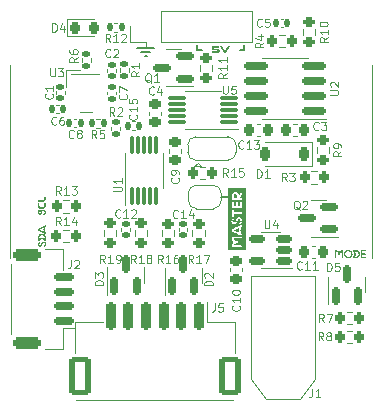
<source format=gto>
G04 #@! TF.GenerationSoftware,KiCad,Pcbnew,7.0.1*
G04 #@! TF.CreationDate,2023-07-15T01:24:13+02:00*
G04 #@! TF.ProjectId,voltmeter,766f6c74-6d65-4746-9572-2e6b69636164,3*
G04 #@! TF.SameCoordinates,Original*
G04 #@! TF.FileFunction,Legend,Top*
G04 #@! TF.FilePolarity,Positive*
%FSLAX46Y46*%
G04 Gerber Fmt 4.6, Leading zero omitted, Abs format (unit mm)*
G04 Created by KiCad (PCBNEW 7.0.1) date 2023-07-15 01:24:13*
%MOMM*%
%LPD*%
G01*
G04 APERTURE LIST*
G04 Aperture macros list*
%AMRoundRect*
0 Rectangle with rounded corners*
0 $1 Rounding radius*
0 $2 $3 $4 $5 $6 $7 $8 $9 X,Y pos of 4 corners*
0 Add a 4 corners polygon primitive as box body*
4,1,4,$2,$3,$4,$5,$6,$7,$8,$9,$2,$3,0*
0 Add four circle primitives for the rounded corners*
1,1,$1+$1,$2,$3*
1,1,$1+$1,$4,$5*
1,1,$1+$1,$6,$7*
1,1,$1+$1,$8,$9*
0 Add four rect primitives between the rounded corners*
20,1,$1+$1,$2,$3,$4,$5,0*
20,1,$1+$1,$4,$5,$6,$7,0*
20,1,$1+$1,$6,$7,$8,$9,0*
20,1,$1+$1,$8,$9,$2,$3,0*%
%AMFreePoly0*
4,1,19,0.550000,-0.750000,0.000000,-0.750000,0.000000,-0.744911,-0.071157,-0.744911,-0.207708,-0.704816,-0.327430,-0.627875,-0.420627,-0.520320,-0.479746,-0.390866,-0.500000,-0.250000,-0.500000,0.250000,-0.479746,0.390866,-0.420627,0.520320,-0.327430,0.627875,-0.207708,0.704816,-0.071157,0.744911,0.000000,0.744911,0.000000,0.750000,0.550000,0.750000,0.550000,-0.750000,0.550000,-0.750000,
$1*%
%AMFreePoly1*
4,1,19,0.000000,0.744911,0.071157,0.744911,0.207708,0.704816,0.327430,0.627875,0.420627,0.520320,0.479746,0.390866,0.500000,0.250000,0.500000,-0.250000,0.479746,-0.390866,0.420627,-0.520320,0.327430,-0.627875,0.207708,-0.704816,0.071157,-0.744911,0.000000,-0.744911,0.000000,-0.750000,-0.550000,-0.750000,-0.550000,0.750000,0.000000,0.750000,0.000000,0.744911,0.000000,0.744911,
$1*%
%AMFreePoly2*
4,1,19,0.500000,-0.750000,0.000000,-0.750000,0.000000,-0.744911,-0.071157,-0.744911,-0.207708,-0.704816,-0.327430,-0.627875,-0.420627,-0.520320,-0.479746,-0.390866,-0.500000,-0.250000,-0.500000,0.250000,-0.479746,0.390866,-0.420627,0.520320,-0.327430,0.627875,-0.207708,0.704816,-0.071157,0.744911,0.000000,0.744911,0.000000,0.750000,0.500000,0.750000,0.500000,-0.750000,0.500000,-0.750000,
$1*%
%AMFreePoly3*
4,1,19,0.000000,0.744911,0.071157,0.744911,0.207708,0.704816,0.327430,0.627875,0.420627,0.520320,0.479746,0.390866,0.500000,0.250000,0.500000,-0.250000,0.479746,-0.390866,0.420627,-0.520320,0.327430,-0.627875,0.207708,-0.704816,0.071157,-0.744911,0.000000,-0.744911,0.000000,-0.750000,-0.500000,-0.750000,-0.500000,0.750000,0.000000,0.750000,0.000000,0.744911,0.000000,0.744911,
$1*%
G04 Aperture macros list end*
%ADD10C,0.150000*%
%ADD11C,0.120000*%
%ADD12C,0.100000*%
%ADD13RoundRect,0.140000X0.170000X-0.140000X0.170000X0.140000X-0.170000X0.140000X-0.170000X-0.140000X0*%
%ADD14RoundRect,0.200000X-0.275000X0.200000X-0.275000X-0.200000X0.275000X-0.200000X0.275000X0.200000X0*%
%ADD15RoundRect,0.135000X-0.185000X0.135000X-0.185000X-0.135000X0.185000X-0.135000X0.185000X0.135000X0*%
%ADD16RoundRect,0.140000X-0.140000X-0.170000X0.140000X-0.170000X0.140000X0.170000X-0.140000X0.170000X0*%
%ADD17R,3.800000X3.800000*%
%ADD18C,3.800000*%
%ADD19RoundRect,0.150000X0.150000X-0.587500X0.150000X0.587500X-0.150000X0.587500X-0.150000X-0.587500X0*%
%ADD20RoundRect,0.150000X0.512500X0.150000X-0.512500X0.150000X-0.512500X-0.150000X0.512500X-0.150000X0*%
%ADD21RoundRect,0.135000X0.135000X0.185000X-0.135000X0.185000X-0.135000X-0.185000X0.135000X-0.185000X0*%
%ADD22FreePoly0,0.000000*%
%ADD23R,1.000000X1.500000*%
%ADD24FreePoly1,0.000000*%
%ADD25RoundRect,0.225000X-0.250000X0.225000X-0.250000X-0.225000X0.250000X-0.225000X0.250000X0.225000X0*%
%ADD26FreePoly2,180.000000*%
%ADD27FreePoly3,180.000000*%
%ADD28RoundRect,0.150000X0.825000X0.150000X-0.825000X0.150000X-0.825000X-0.150000X0.825000X-0.150000X0*%
%ADD29RoundRect,0.140000X-0.170000X0.140000X-0.170000X-0.140000X0.170000X-0.140000X0.170000X0.140000X0*%
%ADD30RoundRect,0.200000X0.275000X-0.200000X0.275000X0.200000X-0.275000X0.200000X-0.275000X-0.200000X0*%
%ADD31R,0.500000X0.250000*%
%ADD32R,1.000000X2.650000*%
%ADD33C,2.200000*%
%ADD34RoundRect,0.225000X0.225000X0.250000X-0.225000X0.250000X-0.225000X-0.250000X0.225000X-0.250000X0*%
%ADD35RoundRect,0.200000X0.200000X0.275000X-0.200000X0.275000X-0.200000X-0.275000X0.200000X-0.275000X0*%
%ADD36RoundRect,0.200000X-0.200000X-0.275000X0.200000X-0.275000X0.200000X0.275000X-0.200000X0.275000X0*%
%ADD37RoundRect,0.150000X0.587500X0.150000X-0.587500X0.150000X-0.587500X-0.150000X0.587500X-0.150000X0*%
%ADD38RoundRect,0.075000X0.650000X0.075000X-0.650000X0.075000X-0.650000X-0.075000X0.650000X-0.075000X0*%
%ADD39RoundRect,0.135000X0.185000X-0.135000X0.185000X0.135000X-0.185000X0.135000X-0.185000X-0.135000X0*%
%ADD40R,2.000000X2.000000*%
%ADD41O,2.000000X2.000000*%
%ADD42O,1.700000X1.700000*%
%ADD43RoundRect,0.225000X0.225000X0.375000X-0.225000X0.375000X-0.225000X-0.375000X0.225000X-0.375000X0*%
%ADD44RoundRect,0.150000X0.700000X-0.150000X0.700000X0.150000X-0.700000X0.150000X-0.700000X-0.150000X0*%
%ADD45RoundRect,0.250000X0.950000X-0.250000X0.950000X0.250000X-0.950000X0.250000X-0.950000X-0.250000X0*%
%ADD46RoundRect,0.225000X-0.225000X-0.250000X0.225000X-0.250000X0.225000X0.250000X-0.225000X0.250000X0*%
%ADD47RoundRect,0.218750X-0.218750X-0.256250X0.218750X-0.256250X0.218750X0.256250X-0.218750X0.256250X0*%
%ADD48RoundRect,0.200000X0.200000X1.000000X-0.200000X1.000000X-0.200000X-1.000000X0.200000X-1.000000X0*%
%ADD49RoundRect,0.250000X0.650000X1.400000X-0.650000X1.400000X-0.650000X-1.400000X0.650000X-1.400000X0*%
%ADD50RoundRect,0.075000X0.075000X-0.650000X0.075000X0.650000X-0.075000X0.650000X-0.075000X-0.650000X0*%
%ADD51R,1.880000X1.680000*%
%ADD52RoundRect,0.140000X0.140000X0.170000X-0.140000X0.170000X-0.140000X-0.170000X0.140000X-0.170000X0*%
%ADD53RoundRect,0.225000X0.250000X-0.225000X0.250000X0.225000X-0.250000X0.225000X-0.250000X-0.225000X0*%
G04 APERTURE END LIST*
D10*
X94840001Y-53270000D02*
X95550001Y-53270000D01*
D11*
X94840001Y-52762500D02*
X94840001Y-53270000D01*
D10*
X94825001Y-53920000D02*
X94900001Y-53920000D01*
X99200001Y-53420000D02*
X99200001Y-53020000D01*
X94825001Y-53595000D02*
X95225001Y-53595000D01*
X103174999Y-53425000D02*
X102775001Y-53425000D01*
X94130001Y-53270000D02*
X94840001Y-53270000D01*
X103175000Y-53025000D02*
X103174999Y-53425000D01*
X94825001Y-53595000D02*
X94425001Y-53595000D01*
X99600001Y-53420000D02*
X99200001Y-53420000D01*
X101225000Y-65875000D02*
X101775000Y-65875000D01*
X94825001Y-53920000D02*
X94750001Y-53920000D01*
D12*
G36*
X110852547Y-70435133D02*
G01*
X110852547Y-71005660D01*
X110852873Y-71012953D01*
X110853826Y-71019767D01*
X110856345Y-71029091D01*
X110860058Y-71037342D01*
X110864833Y-71044526D01*
X110870541Y-71050646D01*
X110877052Y-71055707D01*
X110884234Y-71059713D01*
X110891959Y-71062668D01*
X110900096Y-71064576D01*
X110908514Y-71065442D01*
X110911360Y-71065500D01*
X110919851Y-71064960D01*
X110928199Y-71063347D01*
X110936253Y-71060669D01*
X110943863Y-71056934D01*
X110950876Y-71052152D01*
X110957142Y-71046329D01*
X110962510Y-71039476D01*
X110966827Y-71031599D01*
X110969942Y-71022709D01*
X110971705Y-71012812D01*
X110972055Y-71005660D01*
X110972055Y-70506086D01*
X110981338Y-70509012D01*
X110990431Y-70512271D01*
X110999327Y-70515857D01*
X111008020Y-70519761D01*
X111016503Y-70523977D01*
X111024771Y-70528498D01*
X111032817Y-70533315D01*
X111040635Y-70538423D01*
X111048218Y-70543814D01*
X111055561Y-70549480D01*
X111062657Y-70555414D01*
X111069500Y-70561609D01*
X111076083Y-70568058D01*
X111082400Y-70574754D01*
X111088446Y-70581689D01*
X111094213Y-70588857D01*
X111099695Y-70596249D01*
X111104887Y-70603859D01*
X111109782Y-70611679D01*
X111114374Y-70619702D01*
X111118656Y-70627922D01*
X111122622Y-70636330D01*
X111126266Y-70644920D01*
X111129582Y-70653684D01*
X111132563Y-70662615D01*
X111135204Y-70671705D01*
X111137497Y-70680949D01*
X111139437Y-70690338D01*
X111141017Y-70699864D01*
X111142232Y-70709522D01*
X111143074Y-70719304D01*
X111143538Y-70729202D01*
X111144035Y-70736182D01*
X111145869Y-70745786D01*
X111148904Y-70754353D01*
X111153024Y-70761890D01*
X111158111Y-70768403D01*
X111164047Y-70773898D01*
X111170714Y-70778380D01*
X111177996Y-70781857D01*
X111185774Y-70784332D01*
X111193932Y-70785813D01*
X111202351Y-70786306D01*
X111210835Y-70785813D01*
X111219086Y-70784332D01*
X111226979Y-70781857D01*
X111234388Y-70778380D01*
X111241189Y-70773898D01*
X111247255Y-70768403D01*
X111252463Y-70761890D01*
X111256688Y-70754353D01*
X111259803Y-70745786D01*
X111261684Y-70736182D01*
X111262191Y-70729202D01*
X111262652Y-70719556D01*
X111263487Y-70709990D01*
X111264691Y-70700511D01*
X111266256Y-70691130D01*
X111268178Y-70681855D01*
X111270451Y-70672697D01*
X111273069Y-70663664D01*
X111276026Y-70654765D01*
X111279316Y-70646011D01*
X111282934Y-70637411D01*
X111286874Y-70628974D01*
X111291129Y-70620709D01*
X111295695Y-70612626D01*
X111300565Y-70604734D01*
X111305734Y-70597043D01*
X111311195Y-70589562D01*
X111316943Y-70582300D01*
X111322973Y-70575267D01*
X111329278Y-70568472D01*
X111335853Y-70561925D01*
X111342692Y-70555634D01*
X111349788Y-70549610D01*
X111357137Y-70543862D01*
X111364733Y-70538399D01*
X111372569Y-70533230D01*
X111380640Y-70528366D01*
X111388940Y-70523814D01*
X111397463Y-70519586D01*
X111406204Y-70515689D01*
X111415156Y-70512134D01*
X111424315Y-70508930D01*
X111433674Y-70506086D01*
X111433674Y-71005660D01*
X111434000Y-71012953D01*
X111434953Y-71019767D01*
X111437472Y-71029091D01*
X111441185Y-71037342D01*
X111445960Y-71044526D01*
X111451668Y-71050646D01*
X111458179Y-71055707D01*
X111465361Y-71059713D01*
X111473086Y-71062668D01*
X111481223Y-71064576D01*
X111489641Y-71065442D01*
X111492487Y-71065500D01*
X111501017Y-71064960D01*
X111509389Y-71063347D01*
X111517455Y-71060669D01*
X111525065Y-71056934D01*
X111532071Y-71052152D01*
X111538325Y-71046329D01*
X111543676Y-71039476D01*
X111547978Y-71031599D01*
X111551080Y-71022709D01*
X111552834Y-71012812D01*
X111553182Y-71005660D01*
X111553182Y-70434278D01*
X111552525Y-70425338D01*
X111550618Y-70416851D01*
X111547551Y-70408911D01*
X111543417Y-70401610D01*
X111538309Y-70395042D01*
X111532318Y-70389300D01*
X111525536Y-70384476D01*
X111518055Y-70380663D01*
X111509969Y-70377955D01*
X111501368Y-70376444D01*
X111495394Y-70376148D01*
X111485567Y-70376269D01*
X111475929Y-70376625D01*
X111466479Y-70377208D01*
X111457216Y-70378010D01*
X111448141Y-70379024D01*
X111439253Y-70380242D01*
X111430551Y-70381654D01*
X111422034Y-70383254D01*
X111413703Y-70385034D01*
X111405556Y-70386984D01*
X111397593Y-70389098D01*
X111389813Y-70391367D01*
X111382217Y-70393784D01*
X111374803Y-70396340D01*
X111367571Y-70399027D01*
X111360520Y-70401837D01*
X111353650Y-70404762D01*
X111346960Y-70407795D01*
X111340450Y-70410926D01*
X111334119Y-70414149D01*
X111327967Y-70417455D01*
X111321993Y-70420836D01*
X111310578Y-70427792D01*
X111299869Y-70434952D01*
X111289861Y-70442252D01*
X111280552Y-70449629D01*
X111271936Y-70457017D01*
X111263280Y-70464834D01*
X111255312Y-70472365D01*
X111248006Y-70479578D01*
X111241335Y-70486446D01*
X111235275Y-70492936D01*
X111229798Y-70499020D01*
X111224880Y-70504667D01*
X111218495Y-70512253D01*
X111213220Y-70518687D01*
X111207766Y-70525298D01*
X111202549Y-70530513D01*
X111201496Y-70530876D01*
X111200471Y-70529851D01*
X111194149Y-70521166D01*
X111187506Y-70512684D01*
X111180559Y-70504410D01*
X111173328Y-70496346D01*
X111165830Y-70488500D01*
X111158083Y-70480875D01*
X111150106Y-70473476D01*
X111141916Y-70466308D01*
X111133532Y-70459377D01*
X111124973Y-70452686D01*
X111116255Y-70446240D01*
X111107398Y-70440045D01*
X111098420Y-70434105D01*
X111089339Y-70428425D01*
X111080173Y-70423010D01*
X111070939Y-70417865D01*
X111061658Y-70412994D01*
X111052346Y-70408403D01*
X111043021Y-70404095D01*
X111033703Y-70400077D01*
X111024409Y-70396352D01*
X111015157Y-70392926D01*
X111005966Y-70389803D01*
X110996853Y-70386989D01*
X110987838Y-70384488D01*
X110978937Y-70382304D01*
X110970170Y-70380443D01*
X110961554Y-70378910D01*
X110953108Y-70377709D01*
X110944850Y-70376845D01*
X110936798Y-70376323D01*
X110928970Y-70376148D01*
X110920533Y-70376370D01*
X110912482Y-70377035D01*
X110904839Y-70378149D01*
X110897627Y-70379715D01*
X110890866Y-70381737D01*
X110881619Y-70385632D01*
X110873512Y-70390574D01*
X110866617Y-70396576D01*
X110861009Y-70403649D01*
X110856760Y-70411807D01*
X110853944Y-70421063D01*
X110852900Y-70427850D01*
X110852547Y-70435133D01*
G37*
G36*
X111994288Y-70365670D02*
G01*
X112012846Y-70367048D01*
X112031128Y-70369315D01*
X112049112Y-70372451D01*
X112066775Y-70376432D01*
X112084095Y-70381236D01*
X112101049Y-70386840D01*
X112117615Y-70393221D01*
X112133770Y-70400358D01*
X112149491Y-70408228D01*
X112164756Y-70416807D01*
X112179543Y-70426073D01*
X112193828Y-70436005D01*
X112207589Y-70446578D01*
X112220804Y-70457772D01*
X112233450Y-70469562D01*
X112245504Y-70481927D01*
X112256945Y-70494844D01*
X112267748Y-70508290D01*
X112277892Y-70522243D01*
X112287355Y-70536681D01*
X112296113Y-70551580D01*
X112304144Y-70566918D01*
X112311426Y-70582672D01*
X112317935Y-70598821D01*
X112323650Y-70615341D01*
X112328547Y-70632209D01*
X112332605Y-70649404D01*
X112335800Y-70666903D01*
X112338110Y-70684683D01*
X112339513Y-70702721D01*
X112339986Y-70720995D01*
X112339507Y-70739253D01*
X112338088Y-70757275D01*
X112335751Y-70775039D01*
X112332521Y-70792522D01*
X112328420Y-70809701D01*
X112323474Y-70826554D01*
X112317705Y-70843059D01*
X112311137Y-70859192D01*
X112303794Y-70874932D01*
X112295700Y-70890255D01*
X112286878Y-70905140D01*
X112277351Y-70919563D01*
X112267145Y-70933503D01*
X112256282Y-70946936D01*
X112244786Y-70959840D01*
X112232681Y-70972193D01*
X112219990Y-70983971D01*
X112206737Y-70995153D01*
X112192946Y-71005716D01*
X112178641Y-71015638D01*
X112163845Y-71024895D01*
X112148582Y-71033465D01*
X112132876Y-71041327D01*
X112116750Y-71048456D01*
X112100228Y-71054831D01*
X112083333Y-71060429D01*
X112066090Y-71065228D01*
X112048523Y-71069205D01*
X112030654Y-71072337D01*
X112012508Y-71074602D01*
X111994108Y-71075978D01*
X111975478Y-71076442D01*
X111961392Y-71076182D01*
X111947448Y-71075410D01*
X111933654Y-71074133D01*
X111920020Y-71072362D01*
X111906555Y-71070105D01*
X111893268Y-71067371D01*
X111880168Y-71064170D01*
X111867264Y-71060509D01*
X111854566Y-71056399D01*
X111842082Y-71051848D01*
X111829821Y-71046865D01*
X111817794Y-71041460D01*
X111806008Y-71035640D01*
X111794474Y-71029416D01*
X111783199Y-71022796D01*
X111772194Y-71015790D01*
X111761468Y-71008406D01*
X111751029Y-71000653D01*
X111740887Y-70992541D01*
X111731051Y-70984078D01*
X111721529Y-70975273D01*
X111712333Y-70966136D01*
X111703469Y-70956675D01*
X111694948Y-70946900D01*
X111686778Y-70936819D01*
X111678970Y-70926441D01*
X111671531Y-70915777D01*
X111664471Y-70904833D01*
X111657800Y-70893620D01*
X111651525Y-70882147D01*
X111645658Y-70870422D01*
X111640205Y-70858455D01*
X111636816Y-70850375D01*
X111633635Y-70842226D01*
X111630666Y-70834009D01*
X111627909Y-70825725D01*
X111625365Y-70817372D01*
X111623036Y-70808951D01*
X111620923Y-70800462D01*
X111619026Y-70791905D01*
X111617349Y-70783279D01*
X111615891Y-70774586D01*
X111614653Y-70765824D01*
X111613638Y-70756995D01*
X111612847Y-70748097D01*
X111612280Y-70739131D01*
X111611938Y-70730097D01*
X111611824Y-70720995D01*
X111731503Y-70720995D01*
X111731805Y-70732824D01*
X111732703Y-70744545D01*
X111734184Y-70756141D01*
X111736236Y-70767595D01*
X111738847Y-70778887D01*
X111742005Y-70790002D01*
X111745696Y-70800922D01*
X111749909Y-70811628D01*
X111754632Y-70822103D01*
X111759852Y-70832331D01*
X111765556Y-70842292D01*
X111771733Y-70851970D01*
X111778370Y-70861348D01*
X111785454Y-70870406D01*
X111792974Y-70879129D01*
X111800917Y-70887498D01*
X111809271Y-70895496D01*
X111818023Y-70903106D01*
X111827161Y-70910309D01*
X111836673Y-70917088D01*
X111846547Y-70923426D01*
X111856769Y-70929304D01*
X111867328Y-70934707D01*
X111878212Y-70939615D01*
X111889407Y-70944011D01*
X111900902Y-70947879D01*
X111912685Y-70951199D01*
X111924743Y-70953955D01*
X111937063Y-70956130D01*
X111949634Y-70957704D01*
X111962443Y-70958662D01*
X111975478Y-70958985D01*
X111987986Y-70958687D01*
X112000335Y-70957802D01*
X112012510Y-70956342D01*
X112024494Y-70954320D01*
X112036273Y-70951749D01*
X112047831Y-70948640D01*
X112059151Y-70945008D01*
X112070219Y-70940865D01*
X112081019Y-70936223D01*
X112091534Y-70931095D01*
X112101751Y-70925494D01*
X112111652Y-70919432D01*
X112121223Y-70912922D01*
X112130447Y-70905977D01*
X112139309Y-70898610D01*
X112147794Y-70890832D01*
X112155885Y-70882658D01*
X112163568Y-70874098D01*
X112170826Y-70865167D01*
X112177645Y-70855877D01*
X112184007Y-70846241D01*
X112189898Y-70836270D01*
X112195303Y-70825978D01*
X112200204Y-70815378D01*
X112204588Y-70804483D01*
X112208438Y-70793304D01*
X112211738Y-70781854D01*
X112214473Y-70770147D01*
X112216628Y-70758195D01*
X112218186Y-70746010D01*
X112219133Y-70733606D01*
X112219452Y-70720995D01*
X112219130Y-70708639D01*
X112218175Y-70696457D01*
X112216603Y-70684462D01*
X112214431Y-70672670D01*
X112211675Y-70661094D01*
X112208350Y-70649750D01*
X112204473Y-70638651D01*
X112200060Y-70627811D01*
X112195128Y-70617245D01*
X112189692Y-70606968D01*
X112183768Y-70596993D01*
X112177374Y-70587336D01*
X112170525Y-70578010D01*
X112163237Y-70569029D01*
X112155526Y-70560408D01*
X112147409Y-70552162D01*
X112138902Y-70544305D01*
X112130021Y-70536850D01*
X112120782Y-70529813D01*
X112111201Y-70523207D01*
X112101295Y-70517048D01*
X112091080Y-70511349D01*
X112080572Y-70506125D01*
X112069786Y-70501389D01*
X112058740Y-70497157D01*
X112047450Y-70493443D01*
X112035931Y-70490261D01*
X112024200Y-70487626D01*
X112012273Y-70485551D01*
X112000166Y-70484051D01*
X111987895Y-70483140D01*
X111975478Y-70482834D01*
X111963225Y-70483140D01*
X111951099Y-70484051D01*
X111939117Y-70485551D01*
X111927295Y-70487626D01*
X111915652Y-70490261D01*
X111904204Y-70493443D01*
X111892968Y-70497157D01*
X111881962Y-70501389D01*
X111871203Y-70506125D01*
X111860709Y-70511349D01*
X111850495Y-70517048D01*
X111840580Y-70523207D01*
X111830981Y-70529813D01*
X111821715Y-70536850D01*
X111812799Y-70544305D01*
X111804251Y-70552162D01*
X111796087Y-70560408D01*
X111788326Y-70569029D01*
X111780983Y-70578010D01*
X111774077Y-70587336D01*
X111767624Y-70596993D01*
X111761642Y-70606968D01*
X111756148Y-70617245D01*
X111751160Y-70627811D01*
X111746693Y-70638651D01*
X111742767Y-70649750D01*
X111739397Y-70661094D01*
X111736601Y-70672670D01*
X111734397Y-70684462D01*
X111732801Y-70696457D01*
X111731831Y-70708639D01*
X111731503Y-70720995D01*
X111611824Y-70720995D01*
X111612300Y-70702631D01*
X111613711Y-70684514D01*
X111616034Y-70666666D01*
X111619246Y-70649110D01*
X111623323Y-70631867D01*
X111628242Y-70614960D01*
X111633981Y-70598410D01*
X111640515Y-70582239D01*
X111647822Y-70566471D01*
X111655878Y-70551125D01*
X111664659Y-70536225D01*
X111674143Y-70521793D01*
X111684306Y-70507850D01*
X111695125Y-70494418D01*
X111706577Y-70481520D01*
X111718638Y-70469178D01*
X111731285Y-70457413D01*
X111744495Y-70446247D01*
X111758244Y-70435703D01*
X111772509Y-70425803D01*
X111787268Y-70416568D01*
X111802496Y-70408021D01*
X111818170Y-70400183D01*
X111834267Y-70393077D01*
X111850764Y-70386725D01*
X111867637Y-70381148D01*
X111884864Y-70376369D01*
X111902420Y-70372409D01*
X111920283Y-70369291D01*
X111938429Y-70367036D01*
X111956835Y-70365668D01*
X111975478Y-70365206D01*
X111994288Y-70365670D01*
G37*
G36*
X112647916Y-70376369D02*
G01*
X112655124Y-70377184D01*
X112661922Y-70378200D01*
X112671430Y-70379150D01*
X112680814Y-70380330D01*
X112690075Y-70381737D01*
X112699210Y-70383366D01*
X112708218Y-70385213D01*
X112717100Y-70387274D01*
X112725853Y-70389545D01*
X112734477Y-70392022D01*
X112742971Y-70394701D01*
X112751334Y-70397577D01*
X112759564Y-70400648D01*
X112767662Y-70403908D01*
X112775625Y-70407353D01*
X112783452Y-70410980D01*
X112791144Y-70414785D01*
X112798698Y-70418763D01*
X112806114Y-70422910D01*
X112813391Y-70427222D01*
X112820527Y-70431696D01*
X112827523Y-70436327D01*
X112834376Y-70441110D01*
X112841085Y-70446043D01*
X112847651Y-70451120D01*
X112854071Y-70456339D01*
X112860345Y-70461694D01*
X112866472Y-70467182D01*
X112872450Y-70472798D01*
X112878279Y-70478539D01*
X112883958Y-70484400D01*
X112889486Y-70490378D01*
X112894861Y-70496468D01*
X112900083Y-70502666D01*
X112905137Y-70509064D01*
X112910009Y-70515527D01*
X112914700Y-70522052D01*
X112919212Y-70528636D01*
X112923547Y-70535275D01*
X112927705Y-70541966D01*
X112931688Y-70548706D01*
X112935498Y-70555491D01*
X112939136Y-70562317D01*
X112942603Y-70569181D01*
X112945901Y-70576080D01*
X112949031Y-70583011D01*
X112951995Y-70589969D01*
X112954793Y-70596951D01*
X112957429Y-70603955D01*
X112959901Y-70610976D01*
X112962213Y-70618011D01*
X112964366Y-70625056D01*
X112966361Y-70632109D01*
X112968199Y-70639165D01*
X112969882Y-70646222D01*
X112971411Y-70653275D01*
X112972788Y-70660322D01*
X112974014Y-70667358D01*
X112975091Y-70674382D01*
X112976019Y-70681388D01*
X112976801Y-70688374D01*
X112977438Y-70695335D01*
X112977930Y-70702270D01*
X112978280Y-70709174D01*
X112978558Y-70722876D01*
X112978532Y-70725034D01*
X112978263Y-70731923D01*
X112977810Y-70739930D01*
X112977281Y-70748116D01*
X112976762Y-70755672D01*
X112976158Y-70764137D01*
X112975652Y-70771089D01*
X112975107Y-70778243D01*
X112974053Y-70785852D01*
X112972493Y-70793912D01*
X112970432Y-70802420D01*
X112967874Y-70811370D01*
X112964823Y-70820759D01*
X112962517Y-70827260D01*
X112959996Y-70833953D01*
X112957259Y-70840837D01*
X112954310Y-70847910D01*
X112951148Y-70855171D01*
X112947776Y-70862618D01*
X112944194Y-70870252D01*
X112940423Y-70877961D01*
X112936420Y-70885574D01*
X112932185Y-70893088D01*
X112927719Y-70900503D01*
X112923021Y-70907818D01*
X112918092Y-70915031D01*
X112912932Y-70922143D01*
X112907542Y-70929151D01*
X112901921Y-70936055D01*
X112896070Y-70942854D01*
X112889989Y-70949547D01*
X112883678Y-70956132D01*
X112877138Y-70962609D01*
X112870369Y-70968978D01*
X112863371Y-70975236D01*
X112856144Y-70981382D01*
X112847510Y-70988347D01*
X112838885Y-70994921D01*
X112830267Y-71001114D01*
X112821654Y-71006939D01*
X112813045Y-71012405D01*
X112804436Y-71017524D01*
X112795828Y-71022308D01*
X112787216Y-71026767D01*
X112778600Y-71030913D01*
X112769978Y-71034756D01*
X112761347Y-71038309D01*
X112752706Y-71041582D01*
X112744053Y-71044586D01*
X112735386Y-71047333D01*
X112726702Y-71049834D01*
X112718000Y-71052100D01*
X112709278Y-71054141D01*
X112700535Y-71055970D01*
X112691767Y-71057598D01*
X112682973Y-71059035D01*
X112674152Y-71060293D01*
X112665301Y-71061383D01*
X112656418Y-71062316D01*
X112647502Y-71063103D01*
X112638550Y-71063756D01*
X112629560Y-71064286D01*
X112620531Y-71064703D01*
X112611461Y-71065020D01*
X112602348Y-71065246D01*
X112593189Y-71065394D01*
X112583983Y-71065475D01*
X112574727Y-71065500D01*
X112567444Y-71065419D01*
X112559935Y-71065269D01*
X112550495Y-71065063D01*
X112543051Y-71064904D01*
X112534631Y-71064735D01*
X112525189Y-71064559D01*
X112514676Y-71064384D01*
X112503047Y-71064214D01*
X112490253Y-71064055D01*
X112483405Y-71063981D01*
X112476249Y-71063913D01*
X112468777Y-71063849D01*
X112460986Y-71063792D01*
X112452868Y-71063742D01*
X112444418Y-71063700D01*
X112435629Y-71063665D01*
X112426497Y-71063640D01*
X112417015Y-71063624D01*
X112407177Y-71063619D01*
X112400530Y-71063326D01*
X112391129Y-71061839D01*
X112382429Y-71059195D01*
X112374450Y-71055505D01*
X112367213Y-71050881D01*
X112360738Y-71045434D01*
X112355044Y-71039276D01*
X112350153Y-71032518D01*
X112346085Y-71025272D01*
X112342860Y-71017650D01*
X112340498Y-71009763D01*
X112340255Y-71008368D01*
X112339107Y-71001244D01*
X112338618Y-70994034D01*
X112338635Y-70992358D01*
X112339122Y-70985203D01*
X112340457Y-70977503D01*
X112342883Y-70969488D01*
X112346641Y-70961389D01*
X112350481Y-70955397D01*
X112355308Y-70949585D01*
X112358053Y-70947017D01*
X112539508Y-70947017D01*
X112634567Y-70947017D01*
X112647762Y-70946417D01*
X112660515Y-70945176D01*
X112672828Y-70943315D01*
X112684703Y-70940859D01*
X112696142Y-70937828D01*
X112707145Y-70934244D01*
X112717713Y-70930131D01*
X112727850Y-70925510D01*
X112737555Y-70920403D01*
X112746831Y-70914833D01*
X112755679Y-70908822D01*
X112764100Y-70902391D01*
X112772096Y-70895564D01*
X112779668Y-70888362D01*
X112786818Y-70880808D01*
X112793548Y-70872923D01*
X112799858Y-70864731D01*
X112805750Y-70856252D01*
X112811226Y-70847510D01*
X112816288Y-70838526D01*
X112820936Y-70829324D01*
X112825172Y-70819924D01*
X112828997Y-70810349D01*
X112832414Y-70800622D01*
X112835423Y-70790764D01*
X112838026Y-70780797D01*
X112840225Y-70770745D01*
X112842021Y-70760629D01*
X112843415Y-70750471D01*
X112844409Y-70740294D01*
X112845004Y-70730119D01*
X112845202Y-70719969D01*
X112845389Y-70717014D01*
X112845545Y-70710115D01*
X112845241Y-70701798D01*
X112844558Y-70693948D01*
X112843340Y-70684733D01*
X112842166Y-70677838D01*
X112840658Y-70670345D01*
X112838776Y-70662259D01*
X112836481Y-70653585D01*
X112833735Y-70644325D01*
X112830498Y-70634484D01*
X112828806Y-70629510D01*
X112826051Y-70622151D01*
X112823043Y-70614921D01*
X112819784Y-70607830D01*
X112816279Y-70600883D01*
X112812532Y-70594089D01*
X112808548Y-70587456D01*
X112804330Y-70580990D01*
X112799884Y-70574700D01*
X112795213Y-70568593D01*
X112790321Y-70562677D01*
X112783318Y-70554934D01*
X112775903Y-70547555D01*
X112768075Y-70540558D01*
X112759834Y-70533962D01*
X112751181Y-70527785D01*
X112742115Y-70522048D01*
X112732636Y-70516767D01*
X112722745Y-70511963D01*
X112712440Y-70507653D01*
X112701723Y-70503857D01*
X112690594Y-70500594D01*
X112679051Y-70497882D01*
X112667096Y-70495740D01*
X112654728Y-70494186D01*
X112641947Y-70493240D01*
X112628754Y-70492921D01*
X112547372Y-70492921D01*
X112555395Y-70505342D01*
X112562921Y-70518100D01*
X112569946Y-70531172D01*
X112576465Y-70544536D01*
X112582477Y-70558170D01*
X112587977Y-70572051D01*
X112592961Y-70586157D01*
X112597426Y-70600466D01*
X112601369Y-70614957D01*
X112604785Y-70629606D01*
X112607671Y-70644391D01*
X112610024Y-70659290D01*
X112611840Y-70674281D01*
X112613115Y-70689342D01*
X112613846Y-70704451D01*
X112614029Y-70719584D01*
X112613661Y-70734721D01*
X112612737Y-70749839D01*
X112611255Y-70764915D01*
X112609210Y-70779927D01*
X112606600Y-70794853D01*
X112603420Y-70809672D01*
X112599667Y-70824359D01*
X112595337Y-70838895D01*
X112590427Y-70853255D01*
X112584934Y-70867419D01*
X112578852Y-70881363D01*
X112572180Y-70895066D01*
X112564913Y-70908505D01*
X112557047Y-70921658D01*
X112548580Y-70934503D01*
X112539508Y-70947017D01*
X112358053Y-70947017D01*
X112361226Y-70944049D01*
X112368338Y-70938886D01*
X112376744Y-70934195D01*
X112384866Y-70930021D01*
X112392686Y-70925275D01*
X112400200Y-70919980D01*
X112407404Y-70914162D01*
X112414292Y-70907843D01*
X112420859Y-70901049D01*
X112427102Y-70893803D01*
X112433015Y-70886131D01*
X112438593Y-70878055D01*
X112443831Y-70869602D01*
X112448726Y-70860794D01*
X112453272Y-70851656D01*
X112457464Y-70842213D01*
X112461298Y-70832488D01*
X112464768Y-70822507D01*
X112467871Y-70812293D01*
X112469292Y-70807289D01*
X112471821Y-70797652D01*
X112473961Y-70788524D01*
X112475744Y-70779919D01*
X112477200Y-70771853D01*
X112478361Y-70764342D01*
X112479619Y-70754150D01*
X112480391Y-70745293D01*
X112480784Y-70737824D01*
X112480902Y-70730115D01*
X112480694Y-70722876D01*
X112480596Y-70714761D01*
X112480302Y-70706645D01*
X112479809Y-70698534D01*
X112479118Y-70690440D01*
X112478226Y-70682369D01*
X112477133Y-70674332D01*
X112475836Y-70666336D01*
X112474336Y-70658391D01*
X112472630Y-70650505D01*
X112470718Y-70642687D01*
X112468598Y-70634946D01*
X112466268Y-70627291D01*
X112463729Y-70619731D01*
X112460977Y-70612273D01*
X112458013Y-70604928D01*
X112454835Y-70597704D01*
X112451441Y-70590610D01*
X112447831Y-70583654D01*
X112444002Y-70576845D01*
X112439955Y-70570193D01*
X112435687Y-70563706D01*
X112431198Y-70557392D01*
X112426485Y-70551261D01*
X112421549Y-70545321D01*
X112416387Y-70539581D01*
X112410999Y-70534050D01*
X112405382Y-70528737D01*
X112399537Y-70523650D01*
X112393461Y-70518798D01*
X112387153Y-70514191D01*
X112380612Y-70509837D01*
X112373838Y-70505744D01*
X112365937Y-70500791D01*
X112359287Y-70495421D01*
X112353782Y-70489731D01*
X112349320Y-70483820D01*
X112345798Y-70477783D01*
X112342387Y-70469708D01*
X112340218Y-70461813D01*
X112339048Y-70454329D01*
X112338618Y-70445904D01*
X112338947Y-70438311D01*
X112340090Y-70430715D01*
X112341900Y-70423983D01*
X112344758Y-70416803D01*
X112348896Y-70409300D01*
X112352980Y-70403535D01*
X112358013Y-70397710D01*
X112364092Y-70391878D01*
X112366158Y-70389926D01*
X112371715Y-70385635D01*
X112377815Y-70382168D01*
X112384434Y-70379505D01*
X112391550Y-70377627D01*
X112399139Y-70376515D01*
X112407177Y-70376148D01*
X112640380Y-70376148D01*
X112647916Y-70376369D01*
G37*
G36*
X113036859Y-70434107D02*
G01*
X113036859Y-71007712D01*
X113037516Y-71016407D01*
X113039423Y-71024726D01*
X113042490Y-71032566D01*
X113046624Y-71039821D01*
X113051732Y-71046386D01*
X113057723Y-71052156D01*
X113064505Y-71057027D01*
X113071986Y-71060894D01*
X113080072Y-71063652D01*
X113088673Y-71065196D01*
X113094647Y-71065500D01*
X113448384Y-71065500D01*
X113455511Y-71065157D01*
X113468386Y-71062545D01*
X113479422Y-71057658D01*
X113488618Y-71050845D01*
X113495975Y-71042457D01*
X113501493Y-71032843D01*
X113505171Y-71022354D01*
X113507011Y-71011340D01*
X113507011Y-71000151D01*
X113505171Y-70989137D01*
X113501493Y-70978648D01*
X113495975Y-70969034D01*
X113488618Y-70960646D01*
X113479422Y-70953833D01*
X113468386Y-70948946D01*
X113455511Y-70946334D01*
X113448384Y-70945991D01*
X113156367Y-70945991D01*
X113156367Y-70781005D01*
X113388716Y-70781005D01*
X113395827Y-70780666D01*
X113408674Y-70778077D01*
X113419685Y-70773231D01*
X113428862Y-70766477D01*
X113436203Y-70758161D01*
X113441709Y-70748630D01*
X113445379Y-70738231D01*
X113447214Y-70727311D01*
X113447214Y-70716218D01*
X113445379Y-70705298D01*
X113441709Y-70694899D01*
X113436203Y-70685368D01*
X113428862Y-70677051D01*
X113419685Y-70670297D01*
X113408674Y-70665452D01*
X113395827Y-70662863D01*
X113388716Y-70662523D01*
X113156367Y-70662523D01*
X113156367Y-70495827D01*
X113448384Y-70495827D01*
X113455511Y-70495484D01*
X113468386Y-70492869D01*
X113479422Y-70487975D01*
X113488618Y-70481152D01*
X113495975Y-70472752D01*
X113501493Y-70463125D01*
X113505171Y-70452621D01*
X113507011Y-70441591D01*
X113507011Y-70430385D01*
X113505171Y-70419355D01*
X113501493Y-70408851D01*
X113495975Y-70399224D01*
X113488618Y-70390823D01*
X113479422Y-70384001D01*
X113468386Y-70379107D01*
X113455511Y-70376492D01*
X113448384Y-70376148D01*
X113094647Y-70376148D01*
X113085755Y-70376809D01*
X113077315Y-70378728D01*
X113069420Y-70381812D01*
X113062162Y-70385967D01*
X113055634Y-70391099D01*
X113049927Y-70397114D01*
X113045133Y-70403919D01*
X113041345Y-70411419D01*
X113038654Y-70419521D01*
X113037153Y-70428131D01*
X113036859Y-70434107D01*
G37*
G36*
X100873193Y-53723000D02*
G01*
X100884478Y-53722774D01*
X100895563Y-53722103D01*
X100906439Y-53720992D01*
X100917096Y-53719449D01*
X100927522Y-53717480D01*
X100937708Y-53715092D01*
X100947643Y-53712292D01*
X100957316Y-53709087D01*
X100966717Y-53705483D01*
X100975836Y-53701486D01*
X100984662Y-53697105D01*
X100993184Y-53692345D01*
X101001393Y-53687214D01*
X101009277Y-53681717D01*
X101016827Y-53675863D01*
X101024032Y-53669657D01*
X101030881Y-53663106D01*
X101037363Y-53656218D01*
X101043470Y-53648999D01*
X101049189Y-53641455D01*
X101054511Y-53633594D01*
X101059425Y-53625421D01*
X101063920Y-53616945D01*
X101067987Y-53608172D01*
X101071614Y-53599108D01*
X101074792Y-53589760D01*
X101077510Y-53580135D01*
X101079757Y-53570240D01*
X101081522Y-53560082D01*
X101082797Y-53549667D01*
X101083569Y-53539002D01*
X101083828Y-53528094D01*
X101083569Y-53517552D01*
X101082797Y-53507220D01*
X101081526Y-53497104D01*
X101079764Y-53487213D01*
X101077525Y-53477556D01*
X101074818Y-53468140D01*
X101071656Y-53458975D01*
X101068048Y-53450067D01*
X101064008Y-53441426D01*
X101059545Y-53433060D01*
X101054671Y-53424977D01*
X101049396Y-53417185D01*
X101043733Y-53409693D01*
X101037693Y-53402508D01*
X101031286Y-53395639D01*
X101024523Y-53389095D01*
X101017417Y-53382883D01*
X101009977Y-53377013D01*
X101002216Y-53371491D01*
X100994144Y-53366327D01*
X100985773Y-53361528D01*
X100977114Y-53357103D01*
X100968177Y-53353061D01*
X100958975Y-53349409D01*
X100949518Y-53346155D01*
X100939817Y-53343309D01*
X100929884Y-53340878D01*
X100919730Y-53338870D01*
X100909366Y-53337294D01*
X100898803Y-53336158D01*
X100888053Y-53335471D01*
X100877126Y-53335240D01*
X100611438Y-53335240D01*
X100611438Y-53252148D01*
X101056473Y-53252148D01*
X101056473Y-53088359D01*
X100447820Y-53088359D01*
X100447820Y-53471332D01*
X100870116Y-53471332D01*
X100878366Y-53472105D01*
X100886075Y-53474377D01*
X100893071Y-53478076D01*
X100899181Y-53483129D01*
X100904233Y-53489464D01*
X100908055Y-53497009D01*
X100910475Y-53505693D01*
X100911266Y-53512909D01*
X100911320Y-53515442D01*
X100910836Y-53522821D01*
X100909420Y-53529560D01*
X100906163Y-53537517D01*
X100901449Y-53544257D01*
X100895395Y-53549737D01*
X100888117Y-53553912D01*
X100879731Y-53556739D01*
X100872784Y-53557948D01*
X100865329Y-53558355D01*
X100447820Y-53558355D01*
X100447820Y-53723000D01*
X100873193Y-53723000D01*
G37*
G36*
X101574683Y-53723000D02*
G01*
X101583852Y-53722589D01*
X101592601Y-53721357D01*
X101600928Y-53719304D01*
X101608827Y-53716427D01*
X101616294Y-53712726D01*
X101623326Y-53708201D01*
X101629917Y-53702850D01*
X101636064Y-53696673D01*
X101641763Y-53689668D01*
X101647008Y-53681836D01*
X101650252Y-53676154D01*
X101976463Y-53088359D01*
X101783438Y-53088359D01*
X101555022Y-53518006D01*
X101326777Y-53088359D01*
X101133752Y-53088359D01*
X101459108Y-53676154D01*
X101464031Y-53684539D01*
X101469462Y-53692095D01*
X101475385Y-53698824D01*
X101481786Y-53704725D01*
X101488649Y-53709801D01*
X101495958Y-53714051D01*
X101503699Y-53717477D01*
X101511857Y-53720080D01*
X101520416Y-53721859D01*
X101529361Y-53722817D01*
X101535531Y-53723000D01*
X101574683Y-53723000D01*
G37*
X91833333Y-53982166D02*
X91800000Y-54015500D01*
X91800000Y-54015500D02*
X91700000Y-54048833D01*
X91700000Y-54048833D02*
X91633333Y-54048833D01*
X91633333Y-54048833D02*
X91533333Y-54015500D01*
X91533333Y-54015500D02*
X91466667Y-53948833D01*
X91466667Y-53948833D02*
X91433333Y-53882166D01*
X91433333Y-53882166D02*
X91400000Y-53748833D01*
X91400000Y-53748833D02*
X91400000Y-53648833D01*
X91400000Y-53648833D02*
X91433333Y-53515500D01*
X91433333Y-53515500D02*
X91466667Y-53448833D01*
X91466667Y-53448833D02*
X91533333Y-53382166D01*
X91533333Y-53382166D02*
X91633333Y-53348833D01*
X91633333Y-53348833D02*
X91700000Y-53348833D01*
X91700000Y-53348833D02*
X91800000Y-53382166D01*
X91800000Y-53382166D02*
X91833333Y-53415500D01*
X92100000Y-53415500D02*
X92133333Y-53382166D01*
X92133333Y-53382166D02*
X92200000Y-53348833D01*
X92200000Y-53348833D02*
X92366667Y-53348833D01*
X92366667Y-53348833D02*
X92433333Y-53382166D01*
X92433333Y-53382166D02*
X92466667Y-53415500D01*
X92466667Y-53415500D02*
X92500000Y-53482166D01*
X92500000Y-53482166D02*
X92500000Y-53548833D01*
X92500000Y-53548833D02*
X92466667Y-53648833D01*
X92466667Y-53648833D02*
X92066667Y-54048833D01*
X92066667Y-54048833D02*
X92500000Y-54048833D01*
X98849999Y-71479594D02*
X98616666Y-71146261D01*
X98449999Y-71479594D02*
X98449999Y-70779594D01*
X98449999Y-70779594D02*
X98716666Y-70779594D01*
X98716666Y-70779594D02*
X98783333Y-70812927D01*
X98783333Y-70812927D02*
X98816666Y-70846261D01*
X98816666Y-70846261D02*
X98849999Y-70912927D01*
X98849999Y-70912927D02*
X98849999Y-71012927D01*
X98849999Y-71012927D02*
X98816666Y-71079594D01*
X98816666Y-71079594D02*
X98783333Y-71112927D01*
X98783333Y-71112927D02*
X98716666Y-71146261D01*
X98716666Y-71146261D02*
X98449999Y-71146261D01*
X99516666Y-71479594D02*
X99116666Y-71479594D01*
X99316666Y-71479594D02*
X99316666Y-70779594D01*
X99316666Y-70779594D02*
X99249999Y-70879594D01*
X99249999Y-70879594D02*
X99183333Y-70946261D01*
X99183333Y-70946261D02*
X99116666Y-70979594D01*
X99750000Y-70779594D02*
X100216666Y-70779594D01*
X100216666Y-70779594D02*
X99916666Y-71479594D01*
X92183333Y-58998833D02*
X91950000Y-58665500D01*
X91783333Y-58998833D02*
X91783333Y-58298833D01*
X91783333Y-58298833D02*
X92050000Y-58298833D01*
X92050000Y-58298833D02*
X92116667Y-58332166D01*
X92116667Y-58332166D02*
X92150000Y-58365500D01*
X92150000Y-58365500D02*
X92183333Y-58432166D01*
X92183333Y-58432166D02*
X92183333Y-58532166D01*
X92183333Y-58532166D02*
X92150000Y-58598833D01*
X92150000Y-58598833D02*
X92116667Y-58632166D01*
X92116667Y-58632166D02*
X92050000Y-58665500D01*
X92050000Y-58665500D02*
X91783333Y-58665500D01*
X92450000Y-58365500D02*
X92483333Y-58332166D01*
X92483333Y-58332166D02*
X92550000Y-58298833D01*
X92550000Y-58298833D02*
X92716667Y-58298833D01*
X92716667Y-58298833D02*
X92783333Y-58332166D01*
X92783333Y-58332166D02*
X92816667Y-58365500D01*
X92816667Y-58365500D02*
X92850000Y-58432166D01*
X92850000Y-58432166D02*
X92850000Y-58498833D01*
X92850000Y-58498833D02*
X92816667Y-58598833D01*
X92816667Y-58598833D02*
X92416667Y-58998833D01*
X92416667Y-58998833D02*
X92850000Y-58998833D01*
X104658333Y-51407166D02*
X104625000Y-51440500D01*
X104625000Y-51440500D02*
X104525000Y-51473833D01*
X104525000Y-51473833D02*
X104458333Y-51473833D01*
X104458333Y-51473833D02*
X104358333Y-51440500D01*
X104358333Y-51440500D02*
X104291667Y-51373833D01*
X104291667Y-51373833D02*
X104258333Y-51307166D01*
X104258333Y-51307166D02*
X104225000Y-51173833D01*
X104225000Y-51173833D02*
X104225000Y-51073833D01*
X104225000Y-51073833D02*
X104258333Y-50940500D01*
X104258333Y-50940500D02*
X104291667Y-50873833D01*
X104291667Y-50873833D02*
X104358333Y-50807166D01*
X104358333Y-50807166D02*
X104458333Y-50773833D01*
X104458333Y-50773833D02*
X104525000Y-50773833D01*
X104525000Y-50773833D02*
X104625000Y-50807166D01*
X104625000Y-50807166D02*
X104658333Y-50840500D01*
X105291667Y-50773833D02*
X104958333Y-50773833D01*
X104958333Y-50773833D02*
X104925000Y-51107166D01*
X104925000Y-51107166D02*
X104958333Y-51073833D01*
X104958333Y-51073833D02*
X105025000Y-51040500D01*
X105025000Y-51040500D02*
X105191667Y-51040500D01*
X105191667Y-51040500D02*
X105258333Y-51073833D01*
X105258333Y-51073833D02*
X105291667Y-51107166D01*
X105291667Y-51107166D02*
X105325000Y-51173833D01*
X105325000Y-51173833D02*
X105325000Y-51340500D01*
X105325000Y-51340500D02*
X105291667Y-51407166D01*
X105291667Y-51407166D02*
X105258333Y-51440500D01*
X105258333Y-51440500D02*
X105191667Y-51473833D01*
X105191667Y-51473833D02*
X105025000Y-51473833D01*
X105025000Y-51473833D02*
X104958333Y-51440500D01*
X104958333Y-51440500D02*
X104925000Y-51407166D01*
X108916666Y-82148833D02*
X108916666Y-82648833D01*
X108916666Y-82648833D02*
X108883333Y-82748833D01*
X108883333Y-82748833D02*
X108816666Y-82815500D01*
X108816666Y-82815500D02*
X108716666Y-82848833D01*
X108716666Y-82848833D02*
X108650000Y-82848833D01*
X109616666Y-82848833D02*
X109216666Y-82848833D01*
X109416666Y-82848833D02*
X109416666Y-82148833D01*
X109416666Y-82148833D02*
X109349999Y-82248833D01*
X109349999Y-82248833D02*
X109283333Y-82315500D01*
X109283333Y-82315500D02*
X109216666Y-82348833D01*
X110183333Y-72148833D02*
X110183333Y-71448833D01*
X110183333Y-71448833D02*
X110350000Y-71448833D01*
X110350000Y-71448833D02*
X110450000Y-71482166D01*
X110450000Y-71482166D02*
X110516667Y-71548833D01*
X110516667Y-71548833D02*
X110550000Y-71615500D01*
X110550000Y-71615500D02*
X110583333Y-71748833D01*
X110583333Y-71748833D02*
X110583333Y-71848833D01*
X110583333Y-71848833D02*
X110550000Y-71982166D01*
X110550000Y-71982166D02*
X110516667Y-72048833D01*
X110516667Y-72048833D02*
X110450000Y-72115500D01*
X110450000Y-72115500D02*
X110350000Y-72148833D01*
X110350000Y-72148833D02*
X110183333Y-72148833D01*
X111216667Y-71448833D02*
X110883333Y-71448833D01*
X110883333Y-71448833D02*
X110850000Y-71782166D01*
X110850000Y-71782166D02*
X110883333Y-71748833D01*
X110883333Y-71748833D02*
X110950000Y-71715500D01*
X110950000Y-71715500D02*
X111116667Y-71715500D01*
X111116667Y-71715500D02*
X111183333Y-71748833D01*
X111183333Y-71748833D02*
X111216667Y-71782166D01*
X111216667Y-71782166D02*
X111250000Y-71848833D01*
X111250000Y-71848833D02*
X111250000Y-72015500D01*
X111250000Y-72015500D02*
X111216667Y-72082166D01*
X111216667Y-72082166D02*
X111183333Y-72115500D01*
X111183333Y-72115500D02*
X111116667Y-72148833D01*
X111116667Y-72148833D02*
X110950000Y-72148833D01*
X110950000Y-72148833D02*
X110883333Y-72115500D01*
X110883333Y-72115500D02*
X110850000Y-72082166D01*
X104891666Y-67823833D02*
X104891666Y-68390500D01*
X104891666Y-68390500D02*
X104925000Y-68457166D01*
X104925000Y-68457166D02*
X104958333Y-68490500D01*
X104958333Y-68490500D02*
X105025000Y-68523833D01*
X105025000Y-68523833D02*
X105158333Y-68523833D01*
X105158333Y-68523833D02*
X105225000Y-68490500D01*
X105225000Y-68490500D02*
X105258333Y-68457166D01*
X105258333Y-68457166D02*
X105291666Y-68390500D01*
X105291666Y-68390500D02*
X105291666Y-67823833D01*
X105924999Y-68057166D02*
X105924999Y-68523833D01*
X105758333Y-67790500D02*
X105591666Y-68290500D01*
X105591666Y-68290500D02*
X106024999Y-68290500D01*
X101673833Y-55400000D02*
X101340500Y-55633333D01*
X101673833Y-55800000D02*
X100973833Y-55800000D01*
X100973833Y-55800000D02*
X100973833Y-55533333D01*
X100973833Y-55533333D02*
X101007166Y-55466667D01*
X101007166Y-55466667D02*
X101040500Y-55433333D01*
X101040500Y-55433333D02*
X101107166Y-55400000D01*
X101107166Y-55400000D02*
X101207166Y-55400000D01*
X101207166Y-55400000D02*
X101273833Y-55433333D01*
X101273833Y-55433333D02*
X101307166Y-55466667D01*
X101307166Y-55466667D02*
X101340500Y-55533333D01*
X101340500Y-55533333D02*
X101340500Y-55800000D01*
X101673833Y-54733333D02*
X101673833Y-55133333D01*
X101673833Y-54933333D02*
X100973833Y-54933333D01*
X100973833Y-54933333D02*
X101073833Y-55000000D01*
X101073833Y-55000000D02*
X101140500Y-55066667D01*
X101140500Y-55066667D02*
X101173833Y-55133333D01*
X101673833Y-54066666D02*
X101673833Y-54466666D01*
X101673833Y-54266666D02*
X100973833Y-54266666D01*
X100973833Y-54266666D02*
X101073833Y-54333333D01*
X101073833Y-54333333D02*
X101140500Y-54400000D01*
X101140500Y-54400000D02*
X101173833Y-54466666D01*
X90658333Y-60923833D02*
X90425000Y-60590500D01*
X90258333Y-60923833D02*
X90258333Y-60223833D01*
X90258333Y-60223833D02*
X90525000Y-60223833D01*
X90525000Y-60223833D02*
X90591667Y-60257166D01*
X90591667Y-60257166D02*
X90625000Y-60290500D01*
X90625000Y-60290500D02*
X90658333Y-60357166D01*
X90658333Y-60357166D02*
X90658333Y-60457166D01*
X90658333Y-60457166D02*
X90625000Y-60523833D01*
X90625000Y-60523833D02*
X90591667Y-60557166D01*
X90591667Y-60557166D02*
X90525000Y-60590500D01*
X90525000Y-60590500D02*
X90258333Y-60590500D01*
X91291667Y-60223833D02*
X90958333Y-60223833D01*
X90958333Y-60223833D02*
X90925000Y-60557166D01*
X90925000Y-60557166D02*
X90958333Y-60523833D01*
X90958333Y-60523833D02*
X91025000Y-60490500D01*
X91025000Y-60490500D02*
X91191667Y-60490500D01*
X91191667Y-60490500D02*
X91258333Y-60523833D01*
X91258333Y-60523833D02*
X91291667Y-60557166D01*
X91291667Y-60557166D02*
X91325000Y-60623833D01*
X91325000Y-60623833D02*
X91325000Y-60790500D01*
X91325000Y-60790500D02*
X91291667Y-60857166D01*
X91291667Y-60857166D02*
X91258333Y-60890500D01*
X91258333Y-60890500D02*
X91191667Y-60923833D01*
X91191667Y-60923833D02*
X91025000Y-60923833D01*
X91025000Y-60923833D02*
X90958333Y-60890500D01*
X90958333Y-60890500D02*
X90925000Y-60857166D01*
X91824999Y-52773833D02*
X91591666Y-52440500D01*
X91424999Y-52773833D02*
X91424999Y-52073833D01*
X91424999Y-52073833D02*
X91691666Y-52073833D01*
X91691666Y-52073833D02*
X91758333Y-52107166D01*
X91758333Y-52107166D02*
X91791666Y-52140500D01*
X91791666Y-52140500D02*
X91824999Y-52207166D01*
X91824999Y-52207166D02*
X91824999Y-52307166D01*
X91824999Y-52307166D02*
X91791666Y-52373833D01*
X91791666Y-52373833D02*
X91758333Y-52407166D01*
X91758333Y-52407166D02*
X91691666Y-52440500D01*
X91691666Y-52440500D02*
X91424999Y-52440500D01*
X92491666Y-52773833D02*
X92091666Y-52773833D01*
X92291666Y-52773833D02*
X92291666Y-52073833D01*
X92291666Y-52073833D02*
X92224999Y-52173833D01*
X92224999Y-52173833D02*
X92158333Y-52240500D01*
X92158333Y-52240500D02*
X92091666Y-52273833D01*
X92758333Y-52140500D02*
X92791666Y-52107166D01*
X92791666Y-52107166D02*
X92858333Y-52073833D01*
X92858333Y-52073833D02*
X93025000Y-52073833D01*
X93025000Y-52073833D02*
X93091666Y-52107166D01*
X93091666Y-52107166D02*
X93125000Y-52140500D01*
X93125000Y-52140500D02*
X93158333Y-52207166D01*
X93158333Y-52207166D02*
X93158333Y-52273833D01*
X93158333Y-52273833D02*
X93125000Y-52373833D01*
X93125000Y-52373833D02*
X92725000Y-52773833D01*
X92725000Y-52773833D02*
X93158333Y-52773833D01*
X100498833Y-73372427D02*
X99798833Y-73372427D01*
X99798833Y-73372427D02*
X99798833Y-73205760D01*
X99798833Y-73205760D02*
X99832166Y-73105760D01*
X99832166Y-73105760D02*
X99898833Y-73039094D01*
X99898833Y-73039094D02*
X99965500Y-73005760D01*
X99965500Y-73005760D02*
X100098833Y-72972427D01*
X100098833Y-72972427D02*
X100198833Y-72972427D01*
X100198833Y-72972427D02*
X100332166Y-73005760D01*
X100332166Y-73005760D02*
X100398833Y-73039094D01*
X100398833Y-73039094D02*
X100465500Y-73105760D01*
X100465500Y-73105760D02*
X100498833Y-73205760D01*
X100498833Y-73205760D02*
X100498833Y-73372427D01*
X99865500Y-72705760D02*
X99832166Y-72672427D01*
X99832166Y-72672427D02*
X99798833Y-72605760D01*
X99798833Y-72605760D02*
X99798833Y-72439094D01*
X99798833Y-72439094D02*
X99832166Y-72372427D01*
X99832166Y-72372427D02*
X99865500Y-72339094D01*
X99865500Y-72339094D02*
X99932166Y-72305760D01*
X99932166Y-72305760D02*
X99998833Y-72305760D01*
X99998833Y-72305760D02*
X100098833Y-72339094D01*
X100098833Y-72339094D02*
X100498833Y-72739094D01*
X100498833Y-72739094D02*
X100498833Y-72305760D01*
X89073833Y-54041666D02*
X88740500Y-54274999D01*
X89073833Y-54441666D02*
X88373833Y-54441666D01*
X88373833Y-54441666D02*
X88373833Y-54174999D01*
X88373833Y-54174999D02*
X88407166Y-54108333D01*
X88407166Y-54108333D02*
X88440500Y-54074999D01*
X88440500Y-54074999D02*
X88507166Y-54041666D01*
X88507166Y-54041666D02*
X88607166Y-54041666D01*
X88607166Y-54041666D02*
X88673833Y-54074999D01*
X88673833Y-54074999D02*
X88707166Y-54108333D01*
X88707166Y-54108333D02*
X88740500Y-54174999D01*
X88740500Y-54174999D02*
X88740500Y-54441666D01*
X88373833Y-53441666D02*
X88373833Y-53574999D01*
X88373833Y-53574999D02*
X88407166Y-53641666D01*
X88407166Y-53641666D02*
X88440500Y-53674999D01*
X88440500Y-53674999D02*
X88540500Y-53741666D01*
X88540500Y-53741666D02*
X88673833Y-53774999D01*
X88673833Y-53774999D02*
X88940500Y-53774999D01*
X88940500Y-53774999D02*
X89007166Y-53741666D01*
X89007166Y-53741666D02*
X89040500Y-53708333D01*
X89040500Y-53708333D02*
X89073833Y-53641666D01*
X89073833Y-53641666D02*
X89073833Y-53508333D01*
X89073833Y-53508333D02*
X89040500Y-53441666D01*
X89040500Y-53441666D02*
X89007166Y-53408333D01*
X89007166Y-53408333D02*
X88940500Y-53374999D01*
X88940500Y-53374999D02*
X88773833Y-53374999D01*
X88773833Y-53374999D02*
X88707166Y-53408333D01*
X88707166Y-53408333D02*
X88673833Y-53441666D01*
X88673833Y-53441666D02*
X88640500Y-53508333D01*
X88640500Y-53508333D02*
X88640500Y-53641666D01*
X88640500Y-53641666D02*
X88673833Y-53708333D01*
X88673833Y-53708333D02*
X88707166Y-53741666D01*
X88707166Y-53741666D02*
X88773833Y-53774999D01*
X102757166Y-75075000D02*
X102790500Y-75108333D01*
X102790500Y-75108333D02*
X102823833Y-75208333D01*
X102823833Y-75208333D02*
X102823833Y-75275000D01*
X102823833Y-75275000D02*
X102790500Y-75375000D01*
X102790500Y-75375000D02*
X102723833Y-75441667D01*
X102723833Y-75441667D02*
X102657166Y-75475000D01*
X102657166Y-75475000D02*
X102523833Y-75508333D01*
X102523833Y-75508333D02*
X102423833Y-75508333D01*
X102423833Y-75508333D02*
X102290500Y-75475000D01*
X102290500Y-75475000D02*
X102223833Y-75441667D01*
X102223833Y-75441667D02*
X102157166Y-75375000D01*
X102157166Y-75375000D02*
X102123833Y-75275000D01*
X102123833Y-75275000D02*
X102123833Y-75208333D01*
X102123833Y-75208333D02*
X102157166Y-75108333D01*
X102157166Y-75108333D02*
X102190500Y-75075000D01*
X102823833Y-74408333D02*
X102823833Y-74808333D01*
X102823833Y-74608333D02*
X102123833Y-74608333D01*
X102123833Y-74608333D02*
X102223833Y-74675000D01*
X102223833Y-74675000D02*
X102290500Y-74741667D01*
X102290500Y-74741667D02*
X102323833Y-74808333D01*
X102123833Y-73975000D02*
X102123833Y-73908333D01*
X102123833Y-73908333D02*
X102157166Y-73841666D01*
X102157166Y-73841666D02*
X102190500Y-73808333D01*
X102190500Y-73808333D02*
X102257166Y-73775000D01*
X102257166Y-73775000D02*
X102390500Y-73741666D01*
X102390500Y-73741666D02*
X102557166Y-73741666D01*
X102557166Y-73741666D02*
X102690500Y-73775000D01*
X102690500Y-73775000D02*
X102757166Y-73808333D01*
X102757166Y-73808333D02*
X102790500Y-73841666D01*
X102790500Y-73841666D02*
X102823833Y-73908333D01*
X102823833Y-73908333D02*
X102823833Y-73975000D01*
X102823833Y-73975000D02*
X102790500Y-74041666D01*
X102790500Y-74041666D02*
X102757166Y-74075000D01*
X102757166Y-74075000D02*
X102690500Y-74108333D01*
X102690500Y-74108333D02*
X102557166Y-74141666D01*
X102557166Y-74141666D02*
X102390500Y-74141666D01*
X102390500Y-74141666D02*
X102257166Y-74108333D01*
X102257166Y-74108333D02*
X102190500Y-74075000D01*
X102190500Y-74075000D02*
X102157166Y-74041666D01*
X102157166Y-74041666D02*
X102123833Y-73975000D01*
X110448833Y-57233333D02*
X111015500Y-57233333D01*
X111015500Y-57233333D02*
X111082166Y-57200000D01*
X111082166Y-57200000D02*
X111115500Y-57166666D01*
X111115500Y-57166666D02*
X111148833Y-57100000D01*
X111148833Y-57100000D02*
X111148833Y-56966666D01*
X111148833Y-56966666D02*
X111115500Y-56900000D01*
X111115500Y-56900000D02*
X111082166Y-56866666D01*
X111082166Y-56866666D02*
X111015500Y-56833333D01*
X111015500Y-56833333D02*
X110448833Y-56833333D01*
X110515500Y-56533333D02*
X110482166Y-56500000D01*
X110482166Y-56500000D02*
X110448833Y-56433333D01*
X110448833Y-56433333D02*
X110448833Y-56266667D01*
X110448833Y-56266667D02*
X110482166Y-56200000D01*
X110482166Y-56200000D02*
X110515500Y-56166667D01*
X110515500Y-56166667D02*
X110582166Y-56133333D01*
X110582166Y-56133333D02*
X110648833Y-56133333D01*
X110648833Y-56133333D02*
X110748833Y-56166667D01*
X110748833Y-56166667D02*
X111148833Y-56566667D01*
X111148833Y-56566667D02*
X111148833Y-56133333D01*
X92674999Y-67557166D02*
X92641666Y-67590500D01*
X92641666Y-67590500D02*
X92541666Y-67623833D01*
X92541666Y-67623833D02*
X92474999Y-67623833D01*
X92474999Y-67623833D02*
X92374999Y-67590500D01*
X92374999Y-67590500D02*
X92308333Y-67523833D01*
X92308333Y-67523833D02*
X92274999Y-67457166D01*
X92274999Y-67457166D02*
X92241666Y-67323833D01*
X92241666Y-67323833D02*
X92241666Y-67223833D01*
X92241666Y-67223833D02*
X92274999Y-67090500D01*
X92274999Y-67090500D02*
X92308333Y-67023833D01*
X92308333Y-67023833D02*
X92374999Y-66957166D01*
X92374999Y-66957166D02*
X92474999Y-66923833D01*
X92474999Y-66923833D02*
X92541666Y-66923833D01*
X92541666Y-66923833D02*
X92641666Y-66957166D01*
X92641666Y-66957166D02*
X92674999Y-66990500D01*
X93341666Y-67623833D02*
X92941666Y-67623833D01*
X93141666Y-67623833D02*
X93141666Y-66923833D01*
X93141666Y-66923833D02*
X93074999Y-67023833D01*
X93074999Y-67023833D02*
X93008333Y-67090500D01*
X93008333Y-67090500D02*
X92941666Y-67123833D01*
X93608333Y-66990500D02*
X93641666Y-66957166D01*
X93641666Y-66957166D02*
X93708333Y-66923833D01*
X93708333Y-66923833D02*
X93875000Y-66923833D01*
X93875000Y-66923833D02*
X93941666Y-66957166D01*
X93941666Y-66957166D02*
X93975000Y-66990500D01*
X93975000Y-66990500D02*
X94008333Y-67057166D01*
X94008333Y-67057166D02*
X94008333Y-67123833D01*
X94008333Y-67123833D02*
X93975000Y-67223833D01*
X93975000Y-67223833D02*
X93575000Y-67623833D01*
X93575000Y-67623833D02*
X94008333Y-67623833D01*
X110248833Y-52375000D02*
X109915500Y-52608333D01*
X110248833Y-52775000D02*
X109548833Y-52775000D01*
X109548833Y-52775000D02*
X109548833Y-52508333D01*
X109548833Y-52508333D02*
X109582166Y-52441667D01*
X109582166Y-52441667D02*
X109615500Y-52408333D01*
X109615500Y-52408333D02*
X109682166Y-52375000D01*
X109682166Y-52375000D02*
X109782166Y-52375000D01*
X109782166Y-52375000D02*
X109848833Y-52408333D01*
X109848833Y-52408333D02*
X109882166Y-52441667D01*
X109882166Y-52441667D02*
X109915500Y-52508333D01*
X109915500Y-52508333D02*
X109915500Y-52775000D01*
X110248833Y-51708333D02*
X110248833Y-52108333D01*
X110248833Y-51908333D02*
X109548833Y-51908333D01*
X109548833Y-51908333D02*
X109648833Y-51975000D01*
X109648833Y-51975000D02*
X109715500Y-52041667D01*
X109715500Y-52041667D02*
X109748833Y-52108333D01*
X109548833Y-51275000D02*
X109548833Y-51208333D01*
X109548833Y-51208333D02*
X109582166Y-51141666D01*
X109582166Y-51141666D02*
X109615500Y-51108333D01*
X109615500Y-51108333D02*
X109682166Y-51075000D01*
X109682166Y-51075000D02*
X109815500Y-51041666D01*
X109815500Y-51041666D02*
X109982166Y-51041666D01*
X109982166Y-51041666D02*
X110115500Y-51075000D01*
X110115500Y-51075000D02*
X110182166Y-51108333D01*
X110182166Y-51108333D02*
X110215500Y-51141666D01*
X110215500Y-51141666D02*
X110248833Y-51208333D01*
X110248833Y-51208333D02*
X110248833Y-51275000D01*
X110248833Y-51275000D02*
X110215500Y-51341666D01*
X110215500Y-51341666D02*
X110182166Y-51375000D01*
X110182166Y-51375000D02*
X110115500Y-51408333D01*
X110115500Y-51408333D02*
X109982166Y-51441666D01*
X109982166Y-51441666D02*
X109815500Y-51441666D01*
X109815500Y-51441666D02*
X109682166Y-51408333D01*
X109682166Y-51408333D02*
X109615500Y-51375000D01*
X109615500Y-51375000D02*
X109582166Y-51341666D01*
X109582166Y-51341666D02*
X109548833Y-51275000D01*
X86741666Y-54973833D02*
X86741666Y-55540500D01*
X86741666Y-55540500D02*
X86775000Y-55607166D01*
X86775000Y-55607166D02*
X86808333Y-55640500D01*
X86808333Y-55640500D02*
X86875000Y-55673833D01*
X86875000Y-55673833D02*
X87008333Y-55673833D01*
X87008333Y-55673833D02*
X87075000Y-55640500D01*
X87075000Y-55640500D02*
X87108333Y-55607166D01*
X87108333Y-55607166D02*
X87141666Y-55540500D01*
X87141666Y-55540500D02*
X87141666Y-54973833D01*
X87408333Y-54973833D02*
X87841666Y-54973833D01*
X87841666Y-54973833D02*
X87608333Y-55240500D01*
X87608333Y-55240500D02*
X87708333Y-55240500D01*
X87708333Y-55240500D02*
X87774999Y-55273833D01*
X87774999Y-55273833D02*
X87808333Y-55307166D01*
X87808333Y-55307166D02*
X87841666Y-55373833D01*
X87841666Y-55373833D02*
X87841666Y-55540500D01*
X87841666Y-55540500D02*
X87808333Y-55607166D01*
X87808333Y-55607166D02*
X87774999Y-55640500D01*
X87774999Y-55640500D02*
X87708333Y-55673833D01*
X87708333Y-55673833D02*
X87508333Y-55673833D01*
X87508333Y-55673833D02*
X87441666Y-55640500D01*
X87441666Y-55640500D02*
X87408333Y-55607166D01*
X93974999Y-71473833D02*
X93741666Y-71140500D01*
X93574999Y-71473833D02*
X93574999Y-70773833D01*
X93574999Y-70773833D02*
X93841666Y-70773833D01*
X93841666Y-70773833D02*
X93908333Y-70807166D01*
X93908333Y-70807166D02*
X93941666Y-70840500D01*
X93941666Y-70840500D02*
X93974999Y-70907166D01*
X93974999Y-70907166D02*
X93974999Y-71007166D01*
X93974999Y-71007166D02*
X93941666Y-71073833D01*
X93941666Y-71073833D02*
X93908333Y-71107166D01*
X93908333Y-71107166D02*
X93841666Y-71140500D01*
X93841666Y-71140500D02*
X93574999Y-71140500D01*
X94641666Y-71473833D02*
X94241666Y-71473833D01*
X94441666Y-71473833D02*
X94441666Y-70773833D01*
X94441666Y-70773833D02*
X94374999Y-70873833D01*
X94374999Y-70873833D02*
X94308333Y-70940500D01*
X94308333Y-70940500D02*
X94241666Y-70973833D01*
X95041666Y-71073833D02*
X94975000Y-71040500D01*
X94975000Y-71040500D02*
X94941666Y-71007166D01*
X94941666Y-71007166D02*
X94908333Y-70940500D01*
X94908333Y-70940500D02*
X94908333Y-70907166D01*
X94908333Y-70907166D02*
X94941666Y-70840500D01*
X94941666Y-70840500D02*
X94975000Y-70807166D01*
X94975000Y-70807166D02*
X95041666Y-70773833D01*
X95041666Y-70773833D02*
X95175000Y-70773833D01*
X95175000Y-70773833D02*
X95241666Y-70807166D01*
X95241666Y-70807166D02*
X95275000Y-70840500D01*
X95275000Y-70840500D02*
X95308333Y-70907166D01*
X95308333Y-70907166D02*
X95308333Y-70940500D01*
X95308333Y-70940500D02*
X95275000Y-71007166D01*
X95275000Y-71007166D02*
X95241666Y-71040500D01*
X95241666Y-71040500D02*
X95175000Y-71073833D01*
X95175000Y-71073833D02*
X95041666Y-71073833D01*
X95041666Y-71073833D02*
X94975000Y-71107166D01*
X94975000Y-71107166D02*
X94941666Y-71140500D01*
X94941666Y-71140500D02*
X94908333Y-71207166D01*
X94908333Y-71207166D02*
X94908333Y-71340500D01*
X94908333Y-71340500D02*
X94941666Y-71407166D01*
X94941666Y-71407166D02*
X94975000Y-71440500D01*
X94975000Y-71440500D02*
X95041666Y-71473833D01*
X95041666Y-71473833D02*
X95175000Y-71473833D01*
X95175000Y-71473833D02*
X95241666Y-71440500D01*
X95241666Y-71440500D02*
X95275000Y-71407166D01*
X95275000Y-71407166D02*
X95308333Y-71340500D01*
X95308333Y-71340500D02*
X95308333Y-71207166D01*
X95308333Y-71207166D02*
X95275000Y-71140500D01*
X95275000Y-71140500D02*
X95241666Y-71107166D01*
X95241666Y-71107166D02*
X95175000Y-71073833D01*
X109458333Y-60157166D02*
X109425000Y-60190500D01*
X109425000Y-60190500D02*
X109325000Y-60223833D01*
X109325000Y-60223833D02*
X109258333Y-60223833D01*
X109258333Y-60223833D02*
X109158333Y-60190500D01*
X109158333Y-60190500D02*
X109091667Y-60123833D01*
X109091667Y-60123833D02*
X109058333Y-60057166D01*
X109058333Y-60057166D02*
X109025000Y-59923833D01*
X109025000Y-59923833D02*
X109025000Y-59823833D01*
X109025000Y-59823833D02*
X109058333Y-59690500D01*
X109058333Y-59690500D02*
X109091667Y-59623833D01*
X109091667Y-59623833D02*
X109158333Y-59557166D01*
X109158333Y-59557166D02*
X109258333Y-59523833D01*
X109258333Y-59523833D02*
X109325000Y-59523833D01*
X109325000Y-59523833D02*
X109425000Y-59557166D01*
X109425000Y-59557166D02*
X109458333Y-59590500D01*
X109691667Y-59523833D02*
X110125000Y-59523833D01*
X110125000Y-59523833D02*
X109891667Y-59790500D01*
X109891667Y-59790500D02*
X109991667Y-59790500D01*
X109991667Y-59790500D02*
X110058333Y-59823833D01*
X110058333Y-59823833D02*
X110091667Y-59857166D01*
X110091667Y-59857166D02*
X110125000Y-59923833D01*
X110125000Y-59923833D02*
X110125000Y-60090500D01*
X110125000Y-60090500D02*
X110091667Y-60157166D01*
X110091667Y-60157166D02*
X110058333Y-60190500D01*
X110058333Y-60190500D02*
X109991667Y-60223833D01*
X109991667Y-60223833D02*
X109791667Y-60223833D01*
X109791667Y-60223833D02*
X109725000Y-60190500D01*
X109725000Y-60190500D02*
X109691667Y-60157166D01*
X106758333Y-64548833D02*
X106525000Y-64215500D01*
X106358333Y-64548833D02*
X106358333Y-63848833D01*
X106358333Y-63848833D02*
X106625000Y-63848833D01*
X106625000Y-63848833D02*
X106691667Y-63882166D01*
X106691667Y-63882166D02*
X106725000Y-63915500D01*
X106725000Y-63915500D02*
X106758333Y-63982166D01*
X106758333Y-63982166D02*
X106758333Y-64082166D01*
X106758333Y-64082166D02*
X106725000Y-64148833D01*
X106725000Y-64148833D02*
X106691667Y-64182166D01*
X106691667Y-64182166D02*
X106625000Y-64215500D01*
X106625000Y-64215500D02*
X106358333Y-64215500D01*
X106991667Y-63848833D02*
X107425000Y-63848833D01*
X107425000Y-63848833D02*
X107191667Y-64115500D01*
X107191667Y-64115500D02*
X107291667Y-64115500D01*
X107291667Y-64115500D02*
X107358333Y-64148833D01*
X107358333Y-64148833D02*
X107391667Y-64182166D01*
X107391667Y-64182166D02*
X107425000Y-64248833D01*
X107425000Y-64248833D02*
X107425000Y-64415500D01*
X107425000Y-64415500D02*
X107391667Y-64482166D01*
X107391667Y-64482166D02*
X107358333Y-64515500D01*
X107358333Y-64515500D02*
X107291667Y-64548833D01*
X107291667Y-64548833D02*
X107091667Y-64548833D01*
X107091667Y-64548833D02*
X107025000Y-64515500D01*
X107025000Y-64515500D02*
X106991667Y-64482166D01*
X86932166Y-57141666D02*
X86965500Y-57174999D01*
X86965500Y-57174999D02*
X86998833Y-57274999D01*
X86998833Y-57274999D02*
X86998833Y-57341666D01*
X86998833Y-57341666D02*
X86965500Y-57441666D01*
X86965500Y-57441666D02*
X86898833Y-57508333D01*
X86898833Y-57508333D02*
X86832166Y-57541666D01*
X86832166Y-57541666D02*
X86698833Y-57574999D01*
X86698833Y-57574999D02*
X86598833Y-57574999D01*
X86598833Y-57574999D02*
X86465500Y-57541666D01*
X86465500Y-57541666D02*
X86398833Y-57508333D01*
X86398833Y-57508333D02*
X86332166Y-57441666D01*
X86332166Y-57441666D02*
X86298833Y-57341666D01*
X86298833Y-57341666D02*
X86298833Y-57274999D01*
X86298833Y-57274999D02*
X86332166Y-57174999D01*
X86332166Y-57174999D02*
X86365500Y-57141666D01*
X86998833Y-56474999D02*
X86998833Y-56874999D01*
X86998833Y-56674999D02*
X86298833Y-56674999D01*
X86298833Y-56674999D02*
X86398833Y-56741666D01*
X86398833Y-56741666D02*
X86465500Y-56808333D01*
X86465500Y-56808333D02*
X86498833Y-56874999D01*
X109908333Y-76473833D02*
X109675000Y-76140500D01*
X109508333Y-76473833D02*
X109508333Y-75773833D01*
X109508333Y-75773833D02*
X109775000Y-75773833D01*
X109775000Y-75773833D02*
X109841667Y-75807166D01*
X109841667Y-75807166D02*
X109875000Y-75840500D01*
X109875000Y-75840500D02*
X109908333Y-75907166D01*
X109908333Y-75907166D02*
X109908333Y-76007166D01*
X109908333Y-76007166D02*
X109875000Y-76073833D01*
X109875000Y-76073833D02*
X109841667Y-76107166D01*
X109841667Y-76107166D02*
X109775000Y-76140500D01*
X109775000Y-76140500D02*
X109508333Y-76140500D01*
X110141667Y-75773833D02*
X110608333Y-75773833D01*
X110608333Y-75773833D02*
X110308333Y-76473833D01*
X107883333Y-66965500D02*
X107816666Y-66932166D01*
X107816666Y-66932166D02*
X107750000Y-66865500D01*
X107750000Y-66865500D02*
X107650000Y-66765500D01*
X107650000Y-66765500D02*
X107583333Y-66732166D01*
X107583333Y-66732166D02*
X107516666Y-66732166D01*
X107550000Y-66898833D02*
X107483333Y-66865500D01*
X107483333Y-66865500D02*
X107416666Y-66798833D01*
X107416666Y-66798833D02*
X107383333Y-66665500D01*
X107383333Y-66665500D02*
X107383333Y-66432166D01*
X107383333Y-66432166D02*
X107416666Y-66298833D01*
X107416666Y-66298833D02*
X107483333Y-66232166D01*
X107483333Y-66232166D02*
X107550000Y-66198833D01*
X107550000Y-66198833D02*
X107683333Y-66198833D01*
X107683333Y-66198833D02*
X107750000Y-66232166D01*
X107750000Y-66232166D02*
X107816666Y-66298833D01*
X107816666Y-66298833D02*
X107850000Y-66432166D01*
X107850000Y-66432166D02*
X107850000Y-66665500D01*
X107850000Y-66665500D02*
X107816666Y-66798833D01*
X107816666Y-66798833D02*
X107750000Y-66865500D01*
X107750000Y-66865500D02*
X107683333Y-66898833D01*
X107683333Y-66898833D02*
X107550000Y-66898833D01*
X108116666Y-66265500D02*
X108149999Y-66232166D01*
X108149999Y-66232166D02*
X108216666Y-66198833D01*
X108216666Y-66198833D02*
X108383333Y-66198833D01*
X108383333Y-66198833D02*
X108449999Y-66232166D01*
X108449999Y-66232166D02*
X108483333Y-66265500D01*
X108483333Y-66265500D02*
X108516666Y-66332166D01*
X108516666Y-66332166D02*
X108516666Y-66398833D01*
X108516666Y-66398833D02*
X108483333Y-66498833D01*
X108483333Y-66498833D02*
X108083333Y-66898833D01*
X108083333Y-66898833D02*
X108516666Y-66898833D01*
X91374999Y-71473833D02*
X91141666Y-71140500D01*
X90974999Y-71473833D02*
X90974999Y-70773833D01*
X90974999Y-70773833D02*
X91241666Y-70773833D01*
X91241666Y-70773833D02*
X91308333Y-70807166D01*
X91308333Y-70807166D02*
X91341666Y-70840500D01*
X91341666Y-70840500D02*
X91374999Y-70907166D01*
X91374999Y-70907166D02*
X91374999Y-71007166D01*
X91374999Y-71007166D02*
X91341666Y-71073833D01*
X91341666Y-71073833D02*
X91308333Y-71107166D01*
X91308333Y-71107166D02*
X91241666Y-71140500D01*
X91241666Y-71140500D02*
X90974999Y-71140500D01*
X92041666Y-71473833D02*
X91641666Y-71473833D01*
X91841666Y-71473833D02*
X91841666Y-70773833D01*
X91841666Y-70773833D02*
X91774999Y-70873833D01*
X91774999Y-70873833D02*
X91708333Y-70940500D01*
X91708333Y-70940500D02*
X91641666Y-70973833D01*
X92375000Y-71473833D02*
X92508333Y-71473833D01*
X92508333Y-71473833D02*
X92575000Y-71440500D01*
X92575000Y-71440500D02*
X92608333Y-71407166D01*
X92608333Y-71407166D02*
X92675000Y-71307166D01*
X92675000Y-71307166D02*
X92708333Y-71173833D01*
X92708333Y-71173833D02*
X92708333Y-70907166D01*
X92708333Y-70907166D02*
X92675000Y-70840500D01*
X92675000Y-70840500D02*
X92641666Y-70807166D01*
X92641666Y-70807166D02*
X92575000Y-70773833D01*
X92575000Y-70773833D02*
X92441666Y-70773833D01*
X92441666Y-70773833D02*
X92375000Y-70807166D01*
X92375000Y-70807166D02*
X92341666Y-70840500D01*
X92341666Y-70840500D02*
X92308333Y-70907166D01*
X92308333Y-70907166D02*
X92308333Y-71073833D01*
X92308333Y-71073833D02*
X92341666Y-71140500D01*
X92341666Y-71140500D02*
X92375000Y-71173833D01*
X92375000Y-71173833D02*
X92441666Y-71207166D01*
X92441666Y-71207166D02*
X92575000Y-71207166D01*
X92575000Y-71207166D02*
X92641666Y-71173833D01*
X92641666Y-71173833D02*
X92675000Y-71140500D01*
X92675000Y-71140500D02*
X92708333Y-71073833D01*
X101366666Y-56448833D02*
X101366666Y-57015500D01*
X101366666Y-57015500D02*
X101400000Y-57082166D01*
X101400000Y-57082166D02*
X101433333Y-57115500D01*
X101433333Y-57115500D02*
X101500000Y-57148833D01*
X101500000Y-57148833D02*
X101633333Y-57148833D01*
X101633333Y-57148833D02*
X101700000Y-57115500D01*
X101700000Y-57115500D02*
X101733333Y-57082166D01*
X101733333Y-57082166D02*
X101766666Y-57015500D01*
X101766666Y-57015500D02*
X101766666Y-56448833D01*
X102433333Y-56448833D02*
X102099999Y-56448833D01*
X102099999Y-56448833D02*
X102066666Y-56782166D01*
X102066666Y-56782166D02*
X102099999Y-56748833D01*
X102099999Y-56748833D02*
X102166666Y-56715500D01*
X102166666Y-56715500D02*
X102333333Y-56715500D01*
X102333333Y-56715500D02*
X102399999Y-56748833D01*
X102399999Y-56748833D02*
X102433333Y-56782166D01*
X102433333Y-56782166D02*
X102466666Y-56848833D01*
X102466666Y-56848833D02*
X102466666Y-57015500D01*
X102466666Y-57015500D02*
X102433333Y-57082166D01*
X102433333Y-57082166D02*
X102399999Y-57115500D01*
X102399999Y-57115500D02*
X102333333Y-57148833D01*
X102333333Y-57148833D02*
X102166666Y-57148833D01*
X102166666Y-57148833D02*
X102099999Y-57115500D01*
X102099999Y-57115500D02*
X102066666Y-57082166D01*
X94298833Y-55241666D02*
X93965500Y-55474999D01*
X94298833Y-55641666D02*
X93598833Y-55641666D01*
X93598833Y-55641666D02*
X93598833Y-55374999D01*
X93598833Y-55374999D02*
X93632166Y-55308333D01*
X93632166Y-55308333D02*
X93665500Y-55274999D01*
X93665500Y-55274999D02*
X93732166Y-55241666D01*
X93732166Y-55241666D02*
X93832166Y-55241666D01*
X93832166Y-55241666D02*
X93898833Y-55274999D01*
X93898833Y-55274999D02*
X93932166Y-55308333D01*
X93932166Y-55308333D02*
X93965500Y-55374999D01*
X93965500Y-55374999D02*
X93965500Y-55641666D01*
X94298833Y-54574999D02*
X94298833Y-54974999D01*
X94298833Y-54774999D02*
X93598833Y-54774999D01*
X93598833Y-54774999D02*
X93698833Y-54841666D01*
X93698833Y-54841666D02*
X93765500Y-54908333D01*
X93765500Y-54908333D02*
X93798833Y-54974999D01*
G36*
X86243085Y-67390470D02*
G01*
X86251990Y-67386666D01*
X86260594Y-67382599D01*
X86268897Y-67378278D01*
X86276902Y-67373711D01*
X86284609Y-67368905D01*
X86292020Y-67363870D01*
X86299135Y-67358613D01*
X86305957Y-67353142D01*
X86312485Y-67347466D01*
X86318722Y-67341592D01*
X86324669Y-67335529D01*
X86330327Y-67329284D01*
X86335697Y-67322867D01*
X86340780Y-67316284D01*
X86345577Y-67309544D01*
X86350091Y-67302656D01*
X86354321Y-67295626D01*
X86358270Y-67288464D01*
X86361938Y-67281178D01*
X86365327Y-67273775D01*
X86368438Y-67266263D01*
X86371271Y-67258652D01*
X86373829Y-67250948D01*
X86376113Y-67243161D01*
X86378123Y-67235297D01*
X86379862Y-67227366D01*
X86381329Y-67219375D01*
X86382527Y-67211332D01*
X86383457Y-67203247D01*
X86384120Y-67195125D01*
X86384516Y-67186977D01*
X86384648Y-67178809D01*
X86384448Y-67168887D01*
X86383847Y-67158976D01*
X86382847Y-67149093D01*
X86381450Y-67139255D01*
X86379657Y-67129478D01*
X86377469Y-67119780D01*
X86374889Y-67110177D01*
X86371916Y-67100687D01*
X86368554Y-67091325D01*
X86364803Y-67082110D01*
X86360664Y-67073058D01*
X86356140Y-67064186D01*
X86351231Y-67055510D01*
X86345939Y-67047049D01*
X86340265Y-67038818D01*
X86334212Y-67030835D01*
X86327780Y-67023116D01*
X86320970Y-67015678D01*
X86313785Y-67008539D01*
X86306226Y-67001715D01*
X86298293Y-66995223D01*
X86289989Y-66989080D01*
X86281315Y-66983303D01*
X86272273Y-66977909D01*
X86262863Y-66972914D01*
X86253088Y-66968336D01*
X86242948Y-66964192D01*
X86232445Y-66960498D01*
X86221582Y-66957271D01*
X86210358Y-66954529D01*
X86198775Y-66952287D01*
X86186836Y-66950564D01*
X86179575Y-66949902D01*
X86172405Y-66949304D01*
X86165371Y-66948835D01*
X86158515Y-66948559D01*
X86154693Y-66948513D01*
X86146471Y-66948632D01*
X86138043Y-66949008D01*
X86129434Y-66949671D01*
X86120670Y-66950650D01*
X86111779Y-66951973D01*
X86102785Y-66953670D01*
X86093716Y-66955769D01*
X86084596Y-66958301D01*
X86075452Y-66961293D01*
X86066310Y-66964775D01*
X86057196Y-66968776D01*
X86048136Y-66973325D01*
X86039157Y-66978450D01*
X86030283Y-66984182D01*
X86021542Y-66990550D01*
X86012959Y-66997581D01*
X86004696Y-67005187D01*
X85996841Y-67013323D01*
X85989414Y-67021991D01*
X85982431Y-67031193D01*
X85975908Y-67040929D01*
X85969863Y-67051202D01*
X85964313Y-67062013D01*
X85959275Y-67073363D01*
X85954766Y-67085255D01*
X85950802Y-67097689D01*
X85947402Y-67110666D01*
X85945919Y-67117360D01*
X85944582Y-67124190D01*
X85943395Y-67131156D01*
X85942359Y-67138260D01*
X85941477Y-67145500D01*
X85940750Y-67152878D01*
X85940181Y-67160394D01*
X85939772Y-67168047D01*
X85939525Y-67175838D01*
X85939442Y-67183767D01*
X85939043Y-67192042D01*
X85937853Y-67199924D01*
X85935881Y-67207389D01*
X85933138Y-67214414D01*
X85929633Y-67220973D01*
X85925377Y-67227044D01*
X85920380Y-67232602D01*
X85914652Y-67237623D01*
X85908676Y-67242232D01*
X85902939Y-67246157D01*
X85894817Y-67250879D01*
X85887321Y-67254362D01*
X85880501Y-67256786D01*
X85872550Y-67258683D01*
X85864618Y-67259506D01*
X85857687Y-67259266D01*
X85856351Y-67259165D01*
X85846398Y-67258588D01*
X85836488Y-67256822D01*
X85826824Y-67253813D01*
X85817612Y-67249509D01*
X85809056Y-67243855D01*
X85803817Y-67239311D01*
X85799021Y-67234127D01*
X85794729Y-67228288D01*
X85791001Y-67221779D01*
X85787898Y-67214584D01*
X85785481Y-67206686D01*
X85783809Y-67198071D01*
X85782945Y-67188722D01*
X85782834Y-67183767D01*
X85783638Y-67171158D01*
X85785912Y-67160356D01*
X85789445Y-67151128D01*
X85794027Y-67143237D01*
X85799449Y-67136447D01*
X85805500Y-67130525D01*
X85811971Y-67125233D01*
X85818652Y-67120337D01*
X85825333Y-67115602D01*
X85831804Y-67110791D01*
X85837855Y-67105670D01*
X85843277Y-67100003D01*
X85847859Y-67093554D01*
X85851392Y-67086089D01*
X85853666Y-67077371D01*
X85854470Y-67067166D01*
X85853927Y-67054808D01*
X85852345Y-67043807D01*
X85849792Y-67034131D01*
X85846338Y-67025747D01*
X85842052Y-67018622D01*
X85837004Y-67012725D01*
X85831263Y-67008022D01*
X85824898Y-67004481D01*
X85817978Y-67002070D01*
X85810574Y-67000757D01*
X85802753Y-67000508D01*
X85794586Y-67001292D01*
X85786142Y-67003075D01*
X85777489Y-67005826D01*
X85768698Y-67009512D01*
X85759838Y-67014101D01*
X85750978Y-67019559D01*
X85742187Y-67025856D01*
X85733535Y-67032957D01*
X85725091Y-67040831D01*
X85716924Y-67049445D01*
X85709103Y-67058767D01*
X85701698Y-67068764D01*
X85694779Y-67079403D01*
X85688414Y-67090654D01*
X85682673Y-67102482D01*
X85677625Y-67114855D01*
X85673339Y-67127742D01*
X85669885Y-67141108D01*
X85667332Y-67154923D01*
X85665749Y-67169154D01*
X85665206Y-67183767D01*
X85665332Y-67191682D01*
X85665706Y-67199429D01*
X85666322Y-67207010D01*
X85667176Y-67214424D01*
X85668261Y-67221672D01*
X85669572Y-67228753D01*
X85671105Y-67235668D01*
X85672852Y-67242418D01*
X85674809Y-67249002D01*
X85679332Y-67261674D01*
X85684628Y-67273687D01*
X85690655Y-67285042D01*
X85697370Y-67295742D01*
X85704727Y-67305786D01*
X85712684Y-67315179D01*
X85721198Y-67323920D01*
X85730224Y-67332012D01*
X85739719Y-67339458D01*
X85749640Y-67346257D01*
X85759943Y-67352413D01*
X85765224Y-67355250D01*
X85773017Y-67359204D01*
X85780524Y-67362793D01*
X85787738Y-67366010D01*
X85794652Y-67368852D01*
X85801260Y-67371313D01*
X85809581Y-67373993D01*
X85817330Y-67375975D01*
X85824489Y-67377246D01*
X85832586Y-67377818D01*
X85839989Y-67377885D01*
X85847268Y-67378099D01*
X85854287Y-67378474D01*
X85859257Y-67378844D01*
X85867802Y-67378654D01*
X85876368Y-67378083D01*
X85884937Y-67377129D01*
X85893489Y-67375792D01*
X85902006Y-67374069D01*
X85910467Y-67371960D01*
X85918855Y-67369463D01*
X85927148Y-67366577D01*
X85935330Y-67363300D01*
X85943379Y-67359631D01*
X85951277Y-67355568D01*
X85959004Y-67351111D01*
X85966542Y-67346257D01*
X85973872Y-67341006D01*
X85980973Y-67335356D01*
X85987827Y-67329305D01*
X85994414Y-67322853D01*
X86000716Y-67315998D01*
X86006713Y-67308738D01*
X86012386Y-67301073D01*
X86017715Y-67293000D01*
X86022682Y-67284518D01*
X86027267Y-67275627D01*
X86031451Y-67266324D01*
X86035215Y-67256609D01*
X86038539Y-67246479D01*
X86041404Y-67235934D01*
X86043792Y-67224972D01*
X86045683Y-67213592D01*
X86047057Y-67201792D01*
X86047895Y-67189572D01*
X86048179Y-67176928D01*
X86048807Y-67164016D01*
X86050637Y-67151920D01*
X86053589Y-67140642D01*
X86057583Y-67130184D01*
X86062538Y-67120546D01*
X86068375Y-67111732D01*
X86075013Y-67103742D01*
X86082373Y-67096578D01*
X86090374Y-67090242D01*
X86098936Y-67084736D01*
X86107979Y-67080061D01*
X86117422Y-67076220D01*
X86127186Y-67073213D01*
X86137190Y-67071042D01*
X86147355Y-67069710D01*
X86157600Y-67069217D01*
X86167845Y-67069566D01*
X86178010Y-67070758D01*
X86188014Y-67072795D01*
X86197778Y-67075679D01*
X86207221Y-67079411D01*
X86216264Y-67083992D01*
X86224826Y-67089426D01*
X86232827Y-67095712D01*
X86240187Y-67102854D01*
X86246825Y-67110852D01*
X86252662Y-67119709D01*
X86257617Y-67129426D01*
X86261611Y-67140005D01*
X86264563Y-67151447D01*
X86266393Y-67163754D01*
X86267021Y-67176928D01*
X86266684Y-67185660D01*
X86265692Y-67194205D01*
X86264068Y-67202538D01*
X86261838Y-67210634D01*
X86259027Y-67218466D01*
X86255661Y-67226009D01*
X86251763Y-67233236D01*
X86247359Y-67240123D01*
X86242475Y-67246644D01*
X86237134Y-67252771D01*
X86231363Y-67258481D01*
X86225187Y-67263746D01*
X86218629Y-67268542D01*
X86211716Y-67272842D01*
X86204472Y-67276621D01*
X86196923Y-67279852D01*
X86189676Y-67283107D01*
X86183215Y-67286794D01*
X86177525Y-67290884D01*
X86171108Y-67296919D01*
X86165995Y-67303556D01*
X86162145Y-67310729D01*
X86159523Y-67318373D01*
X86158089Y-67326421D01*
X86157771Y-67332682D01*
X86158182Y-67339996D01*
X86159395Y-67347145D01*
X86161377Y-67354062D01*
X86164097Y-67360678D01*
X86167522Y-67366926D01*
X86171620Y-67372737D01*
X86176359Y-67378043D01*
X86181707Y-67382776D01*
X86187388Y-67386996D01*
X86194307Y-67390928D01*
X86200836Y-67393594D01*
X86207867Y-67395462D01*
X86215301Y-67396385D01*
X86217952Y-67396454D01*
X86225517Y-67395858D01*
X86232481Y-67394320D01*
X86239733Y-67391856D01*
X86243085Y-67390470D01*
G37*
G36*
X86019969Y-66908848D02*
G01*
X86038063Y-66908388D01*
X86055885Y-66907025D01*
X86073413Y-66904776D01*
X86090628Y-66901663D01*
X86107511Y-66897704D01*
X86124042Y-66892921D01*
X86140201Y-66887332D01*
X86155968Y-66880958D01*
X86171323Y-66873819D01*
X86186248Y-66865934D01*
X86200721Y-66857324D01*
X86214724Y-66848008D01*
X86228236Y-66838006D01*
X86241238Y-66827338D01*
X86253710Y-66816025D01*
X86265632Y-66804086D01*
X86276984Y-66791540D01*
X86287748Y-66778409D01*
X86297902Y-66764711D01*
X86307427Y-66750467D01*
X86316304Y-66735696D01*
X86324513Y-66720419D01*
X86332034Y-66704655D01*
X86338847Y-66688424D01*
X86344932Y-66671747D01*
X86350270Y-66654643D01*
X86354841Y-66637132D01*
X86358626Y-66619234D01*
X86361603Y-66600968D01*
X86363755Y-66582356D01*
X86365060Y-66563416D01*
X86365500Y-66544169D01*
X86365500Y-66426541D01*
X86365165Y-66419595D01*
X86362617Y-66407017D01*
X86357849Y-66396199D01*
X86351202Y-66387148D01*
X86343018Y-66379874D01*
X86333638Y-66374383D01*
X86323404Y-66370686D01*
X86312657Y-66368789D01*
X86301740Y-66368701D01*
X86290994Y-66370430D01*
X86280760Y-66373986D01*
X86271380Y-66379375D01*
X86263196Y-66386606D01*
X86256549Y-66395687D01*
X86251780Y-66406628D01*
X86249232Y-66419435D01*
X86248898Y-66426541D01*
X86248898Y-66535449D01*
X86247590Y-66564625D01*
X86243777Y-66591888D01*
X86237627Y-66617243D01*
X86229305Y-66640695D01*
X86218980Y-66662249D01*
X86206818Y-66681909D01*
X86192986Y-66699681D01*
X86177652Y-66715569D01*
X86160981Y-66729577D01*
X86143142Y-66741712D01*
X86124300Y-66751977D01*
X86104624Y-66760377D01*
X86084280Y-66766917D01*
X86063435Y-66771603D01*
X86042256Y-66774437D01*
X86020909Y-66775427D01*
X85999563Y-66774575D01*
X85978384Y-66771888D01*
X85957539Y-66767369D01*
X85937195Y-66761024D01*
X85917519Y-66752858D01*
X85898677Y-66742874D01*
X85880838Y-66731079D01*
X85864167Y-66717476D01*
X85848833Y-66702071D01*
X85835001Y-66684868D01*
X85822839Y-66665872D01*
X85812514Y-66645089D01*
X85804192Y-66622521D01*
X85798042Y-66598176D01*
X85794229Y-66572057D01*
X85792921Y-66544169D01*
X85792921Y-66426541D01*
X85792586Y-66419435D01*
X85790034Y-66406628D01*
X85785259Y-66395687D01*
X85778602Y-66386606D01*
X85770406Y-66379375D01*
X85761012Y-66373986D01*
X85750763Y-66370430D01*
X85740001Y-66368701D01*
X85729068Y-66368789D01*
X85718306Y-66370686D01*
X85708057Y-66374383D01*
X85698663Y-66379874D01*
X85690467Y-66387148D01*
X85683810Y-66396199D01*
X85679035Y-66407017D01*
X85676483Y-66419595D01*
X85676148Y-66426541D01*
X85676148Y-66554940D01*
X85677019Y-66573299D01*
X85678689Y-66591400D01*
X85681144Y-66609222D01*
X85684365Y-66626744D01*
X85688338Y-66643944D01*
X85693046Y-66660801D01*
X85698473Y-66677294D01*
X85704602Y-66693401D01*
X85711416Y-66709101D01*
X85718901Y-66724373D01*
X85727039Y-66739196D01*
X85735813Y-66753547D01*
X85745209Y-66767406D01*
X85755209Y-66780752D01*
X85765797Y-66793562D01*
X85776957Y-66805817D01*
X85788672Y-66817494D01*
X85800926Y-66828572D01*
X85813704Y-66839030D01*
X85826988Y-66848846D01*
X85840762Y-66858000D01*
X85855010Y-66866469D01*
X85869716Y-66874233D01*
X85884863Y-66881271D01*
X85900435Y-66887560D01*
X85916416Y-66893080D01*
X85932789Y-66897809D01*
X85949538Y-66901726D01*
X85966647Y-66904810D01*
X85984099Y-66907039D01*
X86001879Y-66908392D01*
X86019969Y-66908848D01*
G37*
G36*
X85734449Y-66289423D02*
G01*
X86070234Y-66289423D01*
X86085417Y-66288996D01*
X86100401Y-66287727D01*
X86115169Y-66285638D01*
X86129701Y-66282749D01*
X86143980Y-66279081D01*
X86157987Y-66274653D01*
X86171702Y-66269486D01*
X86185107Y-66263601D01*
X86198185Y-66257019D01*
X86210915Y-66249759D01*
X86223280Y-66241843D01*
X86235260Y-66233290D01*
X86246838Y-66224121D01*
X86257994Y-66214357D01*
X86268710Y-66204018D01*
X86278967Y-66193124D01*
X86288747Y-66181697D01*
X86298031Y-66169756D01*
X86306801Y-66157322D01*
X86315037Y-66144416D01*
X86322721Y-66131058D01*
X86329835Y-66117268D01*
X86336360Y-66103066D01*
X86342277Y-66088475D01*
X86347568Y-66073513D01*
X86352213Y-66058201D01*
X86356195Y-66042560D01*
X86359495Y-66026611D01*
X86362094Y-66010373D01*
X86363974Y-65993868D01*
X86365115Y-65977115D01*
X86365500Y-65960135D01*
X86365157Y-65951886D01*
X86364157Y-65944222D01*
X86362545Y-65937135D01*
X86360364Y-65930618D01*
X86354471Y-65919270D01*
X86346826Y-65910124D01*
X86337782Y-65903124D01*
X86327686Y-65898216D01*
X86316891Y-65895347D01*
X86305745Y-65894461D01*
X86294600Y-65895505D01*
X86283805Y-65898424D01*
X86273709Y-65903163D01*
X86264665Y-65909669D01*
X86257020Y-65917888D01*
X86251127Y-65927763D01*
X86247334Y-65939242D01*
X86245991Y-65952270D01*
X86245784Y-65963078D01*
X86245166Y-65973789D01*
X86244142Y-65984386D01*
X86242719Y-65994854D01*
X86240903Y-66005176D01*
X86238699Y-66015337D01*
X86236112Y-66025319D01*
X86233150Y-66035108D01*
X86229817Y-66044686D01*
X86226120Y-66054039D01*
X86222063Y-66063148D01*
X86217654Y-66072000D01*
X86212898Y-66080577D01*
X86207800Y-66088863D01*
X86202366Y-66096842D01*
X86196603Y-66104498D01*
X86190515Y-66111815D01*
X86184109Y-66118777D01*
X86177391Y-66125367D01*
X86170366Y-66131570D01*
X86163040Y-66137370D01*
X86155419Y-66142749D01*
X86147508Y-66147693D01*
X86139314Y-66152185D01*
X86130843Y-66156209D01*
X86122099Y-66159749D01*
X86113089Y-66162788D01*
X86103819Y-66165311D01*
X86094294Y-66167301D01*
X86084521Y-66168743D01*
X86074504Y-66169619D01*
X86064250Y-66169915D01*
X85734449Y-66169915D01*
X85727286Y-66170241D01*
X85717444Y-66171893D01*
X85708678Y-66174825D01*
X85700978Y-66178907D01*
X85694335Y-66184007D01*
X85688739Y-66189997D01*
X85684182Y-66196746D01*
X85680653Y-66204124D01*
X85678144Y-66212000D01*
X85676646Y-66220245D01*
X85676148Y-66228729D01*
X85676670Y-66237219D01*
X85678232Y-66245567D01*
X85680828Y-66253622D01*
X85684452Y-66261232D01*
X85689098Y-66268245D01*
X85694761Y-66274511D01*
X85701434Y-66279878D01*
X85709111Y-66284195D01*
X85717787Y-66287311D01*
X85727455Y-66289074D01*
X85734449Y-66289423D01*
G37*
G36*
X86268085Y-70101866D02*
G01*
X86276990Y-70098062D01*
X86285594Y-70093995D01*
X86293897Y-70089674D01*
X86301902Y-70085107D01*
X86309609Y-70080301D01*
X86317020Y-70075266D01*
X86324135Y-70070009D01*
X86330957Y-70064538D01*
X86337485Y-70058862D01*
X86343722Y-70052988D01*
X86349669Y-70046925D01*
X86355327Y-70040680D01*
X86360697Y-70034263D01*
X86365780Y-70027680D01*
X86370577Y-70020940D01*
X86375091Y-70014052D01*
X86379321Y-70007022D01*
X86383270Y-69999860D01*
X86386938Y-69992574D01*
X86390327Y-69985171D01*
X86393438Y-69977659D01*
X86396271Y-69970048D01*
X86398829Y-69962344D01*
X86401113Y-69954557D01*
X86403123Y-69946693D01*
X86404862Y-69938762D01*
X86406329Y-69930771D01*
X86407527Y-69922728D01*
X86408457Y-69914643D01*
X86409120Y-69906521D01*
X86409516Y-69898373D01*
X86409648Y-69890205D01*
X86409448Y-69880283D01*
X86408847Y-69870372D01*
X86407847Y-69860489D01*
X86406450Y-69850651D01*
X86404657Y-69840874D01*
X86402469Y-69831176D01*
X86399889Y-69821573D01*
X86396916Y-69812083D01*
X86393554Y-69802721D01*
X86389803Y-69793506D01*
X86385664Y-69784454D01*
X86381140Y-69775582D01*
X86376231Y-69766906D01*
X86370939Y-69758445D01*
X86365265Y-69750214D01*
X86359212Y-69742231D01*
X86352780Y-69734512D01*
X86345970Y-69727074D01*
X86338785Y-69719935D01*
X86331226Y-69713111D01*
X86323293Y-69706619D01*
X86314989Y-69700476D01*
X86306315Y-69694699D01*
X86297273Y-69689305D01*
X86287863Y-69684310D01*
X86278088Y-69679732D01*
X86267948Y-69675588D01*
X86257445Y-69671894D01*
X86246582Y-69668667D01*
X86235358Y-69665925D01*
X86223775Y-69663683D01*
X86211836Y-69661960D01*
X86204575Y-69661298D01*
X86197405Y-69660700D01*
X86190371Y-69660231D01*
X86183515Y-69659955D01*
X86179693Y-69659909D01*
X86171471Y-69660028D01*
X86163043Y-69660404D01*
X86154434Y-69661067D01*
X86145670Y-69662046D01*
X86136779Y-69663369D01*
X86127785Y-69665066D01*
X86118716Y-69667165D01*
X86109596Y-69669697D01*
X86100452Y-69672689D01*
X86091310Y-69676171D01*
X86082196Y-69680172D01*
X86073136Y-69684721D01*
X86064157Y-69689846D01*
X86055283Y-69695578D01*
X86046542Y-69701946D01*
X86037959Y-69708977D01*
X86029696Y-69716583D01*
X86021841Y-69724719D01*
X86014414Y-69733387D01*
X86007431Y-69742589D01*
X86000908Y-69752325D01*
X85994863Y-69762598D01*
X85989313Y-69773409D01*
X85984275Y-69784759D01*
X85979766Y-69796651D01*
X85975802Y-69809085D01*
X85972402Y-69822062D01*
X85970919Y-69828756D01*
X85969582Y-69835586D01*
X85968395Y-69842552D01*
X85967359Y-69849656D01*
X85966477Y-69856896D01*
X85965750Y-69864274D01*
X85965181Y-69871790D01*
X85964772Y-69879443D01*
X85964525Y-69887234D01*
X85964442Y-69895163D01*
X85964043Y-69903438D01*
X85962853Y-69911320D01*
X85960881Y-69918785D01*
X85958138Y-69925810D01*
X85954633Y-69932369D01*
X85950377Y-69938440D01*
X85945380Y-69943998D01*
X85939652Y-69949019D01*
X85933676Y-69953628D01*
X85927939Y-69957553D01*
X85919817Y-69962275D01*
X85912321Y-69965758D01*
X85905501Y-69968182D01*
X85897550Y-69970079D01*
X85889618Y-69970902D01*
X85882687Y-69970662D01*
X85881351Y-69970561D01*
X85871398Y-69969984D01*
X85861488Y-69968218D01*
X85851824Y-69965209D01*
X85842612Y-69960905D01*
X85834056Y-69955251D01*
X85828817Y-69950707D01*
X85824021Y-69945523D01*
X85819729Y-69939684D01*
X85816001Y-69933175D01*
X85812898Y-69925980D01*
X85810481Y-69918082D01*
X85808809Y-69909467D01*
X85807945Y-69900118D01*
X85807834Y-69895163D01*
X85808638Y-69882554D01*
X85810912Y-69871752D01*
X85814445Y-69862524D01*
X85819027Y-69854633D01*
X85824449Y-69847843D01*
X85830500Y-69841921D01*
X85836971Y-69836629D01*
X85843652Y-69831733D01*
X85850333Y-69826998D01*
X85856804Y-69822187D01*
X85862855Y-69817066D01*
X85868277Y-69811399D01*
X85872859Y-69804950D01*
X85876392Y-69797485D01*
X85878666Y-69788767D01*
X85879470Y-69778562D01*
X85878927Y-69766204D01*
X85877345Y-69755203D01*
X85874792Y-69745527D01*
X85871338Y-69737143D01*
X85867052Y-69730018D01*
X85862004Y-69724121D01*
X85856263Y-69719418D01*
X85849898Y-69715877D01*
X85842978Y-69713466D01*
X85835574Y-69712153D01*
X85827753Y-69711904D01*
X85819586Y-69712688D01*
X85811142Y-69714471D01*
X85802489Y-69717222D01*
X85793698Y-69720908D01*
X85784838Y-69725497D01*
X85775978Y-69730955D01*
X85767187Y-69737252D01*
X85758535Y-69744353D01*
X85750091Y-69752227D01*
X85741924Y-69760841D01*
X85734103Y-69770163D01*
X85726698Y-69780160D01*
X85719779Y-69790799D01*
X85713414Y-69802050D01*
X85707673Y-69813878D01*
X85702625Y-69826251D01*
X85698339Y-69839138D01*
X85694885Y-69852504D01*
X85692332Y-69866319D01*
X85690749Y-69880550D01*
X85690206Y-69895163D01*
X85690332Y-69903078D01*
X85690706Y-69910825D01*
X85691322Y-69918406D01*
X85692176Y-69925820D01*
X85693261Y-69933068D01*
X85694572Y-69940149D01*
X85696105Y-69947064D01*
X85697852Y-69953814D01*
X85699809Y-69960398D01*
X85704332Y-69973070D01*
X85709628Y-69985083D01*
X85715655Y-69996438D01*
X85722370Y-70007138D01*
X85729727Y-70017182D01*
X85737684Y-70026575D01*
X85746198Y-70035316D01*
X85755224Y-70043408D01*
X85764719Y-70050854D01*
X85774640Y-70057653D01*
X85784943Y-70063809D01*
X85790224Y-70066646D01*
X85798017Y-70070600D01*
X85805524Y-70074189D01*
X85812738Y-70077406D01*
X85819652Y-70080248D01*
X85826260Y-70082709D01*
X85834581Y-70085389D01*
X85842330Y-70087371D01*
X85849489Y-70088642D01*
X85857586Y-70089214D01*
X85864989Y-70089281D01*
X85872268Y-70089495D01*
X85879287Y-70089870D01*
X85884257Y-70090240D01*
X85892802Y-70090050D01*
X85901368Y-70089479D01*
X85909937Y-70088525D01*
X85918489Y-70087188D01*
X85927006Y-70085465D01*
X85935467Y-70083356D01*
X85943855Y-70080859D01*
X85952148Y-70077973D01*
X85960330Y-70074696D01*
X85968379Y-70071027D01*
X85976277Y-70066964D01*
X85984004Y-70062507D01*
X85991542Y-70057653D01*
X85998872Y-70052402D01*
X86005973Y-70046752D01*
X86012827Y-70040701D01*
X86019414Y-70034249D01*
X86025716Y-70027394D01*
X86031713Y-70020134D01*
X86037386Y-70012469D01*
X86042715Y-70004396D01*
X86047682Y-69995914D01*
X86052267Y-69987023D01*
X86056451Y-69977720D01*
X86060215Y-69968005D01*
X86063539Y-69957875D01*
X86066404Y-69947330D01*
X86068792Y-69936368D01*
X86070683Y-69924988D01*
X86072057Y-69913188D01*
X86072895Y-69900968D01*
X86073179Y-69888324D01*
X86073807Y-69875412D01*
X86075637Y-69863316D01*
X86078589Y-69852038D01*
X86082583Y-69841580D01*
X86087538Y-69831942D01*
X86093375Y-69823128D01*
X86100013Y-69815138D01*
X86107373Y-69807974D01*
X86115374Y-69801638D01*
X86123936Y-69796132D01*
X86132979Y-69791457D01*
X86142422Y-69787616D01*
X86152186Y-69784609D01*
X86162190Y-69782438D01*
X86172355Y-69781106D01*
X86182600Y-69780613D01*
X86192845Y-69780962D01*
X86203010Y-69782154D01*
X86213014Y-69784191D01*
X86222778Y-69787075D01*
X86232221Y-69790807D01*
X86241264Y-69795388D01*
X86249826Y-69800822D01*
X86257827Y-69807108D01*
X86265187Y-69814250D01*
X86271825Y-69822248D01*
X86277662Y-69831105D01*
X86282617Y-69840822D01*
X86286611Y-69851401D01*
X86289563Y-69862843D01*
X86291393Y-69875150D01*
X86292021Y-69888324D01*
X86291684Y-69897056D01*
X86290692Y-69905601D01*
X86289068Y-69913934D01*
X86286838Y-69922030D01*
X86284027Y-69929862D01*
X86280661Y-69937405D01*
X86276763Y-69944632D01*
X86272359Y-69951519D01*
X86267475Y-69958040D01*
X86262134Y-69964167D01*
X86256363Y-69969877D01*
X86250187Y-69975142D01*
X86243629Y-69979938D01*
X86236716Y-69984238D01*
X86229472Y-69988017D01*
X86221923Y-69991248D01*
X86214676Y-69994503D01*
X86208215Y-69998190D01*
X86202525Y-70002280D01*
X86196108Y-70008315D01*
X86190995Y-70014952D01*
X86187145Y-70022125D01*
X86184523Y-70029769D01*
X86183089Y-70037817D01*
X86182771Y-70044078D01*
X86183182Y-70051392D01*
X86184395Y-70058541D01*
X86186377Y-70065458D01*
X86189097Y-70072074D01*
X86192522Y-70078322D01*
X86196620Y-70084133D01*
X86201359Y-70089439D01*
X86206707Y-70094172D01*
X86212388Y-70098392D01*
X86219307Y-70102324D01*
X86225836Y-70104990D01*
X86232867Y-70106858D01*
X86240301Y-70107781D01*
X86242952Y-70107850D01*
X86250517Y-70107254D01*
X86257481Y-70105716D01*
X86264733Y-70103252D01*
X86268085Y-70101866D01*
G37*
G36*
X86050034Y-68979817D02*
G01*
X86056923Y-68980085D01*
X86064930Y-68980538D01*
X86073116Y-68981067D01*
X86080672Y-68981587D01*
X86089137Y-68982190D01*
X86096089Y-68982696D01*
X86103243Y-68983241D01*
X86110852Y-68984296D01*
X86118912Y-68985856D01*
X86127420Y-68987917D01*
X86136370Y-68990475D01*
X86145759Y-68993526D01*
X86152260Y-68995831D01*
X86158953Y-68998353D01*
X86165837Y-69001089D01*
X86172910Y-69004039D01*
X86180171Y-69007200D01*
X86187618Y-69010573D01*
X86195252Y-69014155D01*
X86202961Y-69017926D01*
X86210574Y-69021928D01*
X86218088Y-69026163D01*
X86225503Y-69030629D01*
X86232818Y-69035327D01*
X86240031Y-69040256D01*
X86247143Y-69045416D01*
X86254151Y-69050807D01*
X86261055Y-69056427D01*
X86267854Y-69062279D01*
X86274547Y-69068360D01*
X86281132Y-69074670D01*
X86287609Y-69081210D01*
X86293978Y-69087980D01*
X86300236Y-69094978D01*
X86306382Y-69102204D01*
X86313347Y-69110839D01*
X86319921Y-69119464D01*
X86326114Y-69128082D01*
X86331939Y-69136694D01*
X86337405Y-69145304D01*
X86342524Y-69153912D01*
X86347308Y-69162521D01*
X86351767Y-69171132D01*
X86355913Y-69179748D01*
X86359756Y-69188370D01*
X86363309Y-69197001D01*
X86366582Y-69205642D01*
X86369586Y-69214295D01*
X86372333Y-69222963D01*
X86374834Y-69231646D01*
X86377100Y-69240348D01*
X86379141Y-69249070D01*
X86380970Y-69257814D01*
X86382598Y-69266581D01*
X86384035Y-69275375D01*
X86385293Y-69284196D01*
X86386383Y-69293047D01*
X86387316Y-69301930D01*
X86388103Y-69310847D01*
X86388756Y-69319799D01*
X86389286Y-69328788D01*
X86389703Y-69337817D01*
X86390020Y-69346887D01*
X86390246Y-69356001D01*
X86390394Y-69365160D01*
X86390475Y-69374366D01*
X86390500Y-69383621D01*
X86390419Y-69390905D01*
X86390269Y-69398414D01*
X86390063Y-69407853D01*
X86389904Y-69415297D01*
X86389735Y-69423717D01*
X86389559Y-69433160D01*
X86389384Y-69443672D01*
X86389214Y-69455302D01*
X86389055Y-69468095D01*
X86388981Y-69474943D01*
X86388913Y-69482100D01*
X86388849Y-69489571D01*
X86388792Y-69497363D01*
X86388742Y-69505481D01*
X86388700Y-69513931D01*
X86388665Y-69522719D01*
X86388640Y-69531852D01*
X86388624Y-69541334D01*
X86388619Y-69551172D01*
X86388326Y-69557818D01*
X86386839Y-69567219D01*
X86384195Y-69575920D01*
X86380505Y-69583898D01*
X86375881Y-69591136D01*
X86370434Y-69597611D01*
X86364276Y-69603304D01*
X86357518Y-69608195D01*
X86350272Y-69612263D01*
X86342650Y-69615488D01*
X86334763Y-69617850D01*
X86333368Y-69618094D01*
X86326244Y-69619242D01*
X86319034Y-69619731D01*
X86317358Y-69619713D01*
X86310203Y-69619226D01*
X86302503Y-69617891D01*
X86294488Y-69615465D01*
X86286389Y-69611707D01*
X86280397Y-69607868D01*
X86274585Y-69603040D01*
X86269049Y-69597122D01*
X86263886Y-69590011D01*
X86259195Y-69581604D01*
X86255021Y-69573483D01*
X86250275Y-69565662D01*
X86244980Y-69558148D01*
X86239162Y-69550945D01*
X86232843Y-69544057D01*
X86226049Y-69537489D01*
X86218803Y-69531246D01*
X86211131Y-69525334D01*
X86203055Y-69519756D01*
X86194602Y-69514517D01*
X86185794Y-69509622D01*
X86176656Y-69505077D01*
X86167213Y-69500884D01*
X86157488Y-69497051D01*
X86147507Y-69493580D01*
X86137293Y-69490477D01*
X86132289Y-69489057D01*
X86122652Y-69486527D01*
X86113524Y-69484387D01*
X86104919Y-69482605D01*
X86096853Y-69481149D01*
X86089342Y-69479988D01*
X86079150Y-69478730D01*
X86070293Y-69477957D01*
X86062824Y-69477564D01*
X86055115Y-69477446D01*
X86047876Y-69477655D01*
X86039761Y-69477752D01*
X86031645Y-69478047D01*
X86023534Y-69478539D01*
X86015440Y-69479231D01*
X86007369Y-69480122D01*
X85999332Y-69481216D01*
X85991336Y-69482512D01*
X85983391Y-69484012D01*
X85975505Y-69485718D01*
X85967687Y-69487631D01*
X85959946Y-69489751D01*
X85952291Y-69492080D01*
X85944731Y-69494620D01*
X85937273Y-69497371D01*
X85929928Y-69500335D01*
X85922704Y-69503514D01*
X85915610Y-69506907D01*
X85908654Y-69510518D01*
X85901845Y-69514346D01*
X85895193Y-69518393D01*
X85888706Y-69522661D01*
X85882392Y-69527151D01*
X85876261Y-69531863D01*
X85870321Y-69536799D01*
X85864581Y-69541961D01*
X85859050Y-69547350D01*
X85853737Y-69552966D01*
X85848650Y-69558812D01*
X85843798Y-69564888D01*
X85839191Y-69571195D01*
X85834837Y-69577736D01*
X85830744Y-69584511D01*
X85825791Y-69592411D01*
X85820421Y-69599062D01*
X85814731Y-69604567D01*
X85808820Y-69609028D01*
X85802783Y-69612550D01*
X85794708Y-69615962D01*
X85786813Y-69618131D01*
X85779329Y-69619300D01*
X85770904Y-69619731D01*
X85763311Y-69619402D01*
X85755715Y-69618258D01*
X85748983Y-69616448D01*
X85741803Y-69613590D01*
X85734300Y-69609452D01*
X85728535Y-69605368D01*
X85722710Y-69600336D01*
X85716878Y-69594256D01*
X85714926Y-69592191D01*
X85710635Y-69586634D01*
X85707168Y-69580534D01*
X85704505Y-69573914D01*
X85702627Y-69566798D01*
X85701515Y-69559209D01*
X85701148Y-69551172D01*
X85701148Y-69410976D01*
X85817921Y-69410976D01*
X85830342Y-69402953D01*
X85843100Y-69395427D01*
X85856172Y-69388403D01*
X85869536Y-69381883D01*
X85883170Y-69375871D01*
X85897051Y-69370372D01*
X85911157Y-69365387D01*
X85925466Y-69360922D01*
X85939957Y-69356980D01*
X85954606Y-69353563D01*
X85969391Y-69350677D01*
X85984290Y-69348324D01*
X85999281Y-69346508D01*
X86014342Y-69345233D01*
X86029451Y-69344502D01*
X86044584Y-69344319D01*
X86059721Y-69344688D01*
X86074839Y-69345611D01*
X86089915Y-69347094D01*
X86104927Y-69349138D01*
X86119853Y-69351749D01*
X86134672Y-69354929D01*
X86149359Y-69358681D01*
X86163895Y-69363011D01*
X86178255Y-69367921D01*
X86192419Y-69373415D01*
X86206363Y-69379496D01*
X86220066Y-69386169D01*
X86233505Y-69393436D01*
X86246658Y-69401301D01*
X86259503Y-69409768D01*
X86272017Y-69418841D01*
X86272017Y-69323782D01*
X86271417Y-69310587D01*
X86270176Y-69297834D01*
X86268315Y-69285520D01*
X86265859Y-69273645D01*
X86262828Y-69262207D01*
X86259244Y-69251204D01*
X86255131Y-69240635D01*
X86250510Y-69230499D01*
X86245403Y-69220793D01*
X86239833Y-69211518D01*
X86233822Y-69202670D01*
X86227391Y-69194249D01*
X86220564Y-69186253D01*
X86213362Y-69178680D01*
X86205808Y-69171530D01*
X86197923Y-69164801D01*
X86189731Y-69158491D01*
X86181252Y-69152598D01*
X86172510Y-69147122D01*
X86163526Y-69142061D01*
X86154324Y-69137413D01*
X86144924Y-69133177D01*
X86135349Y-69129351D01*
X86125622Y-69125935D01*
X86115764Y-69122925D01*
X86105797Y-69120322D01*
X86095745Y-69118123D01*
X86085629Y-69116328D01*
X86075471Y-69114934D01*
X86065294Y-69113940D01*
X86055119Y-69113345D01*
X86044969Y-69113147D01*
X86042014Y-69112960D01*
X86035115Y-69112803D01*
X86026798Y-69113108D01*
X86018948Y-69113790D01*
X86009733Y-69115008D01*
X86002838Y-69116182D01*
X85995345Y-69117691D01*
X85987259Y-69119573D01*
X85978585Y-69121868D01*
X85969325Y-69124614D01*
X85959484Y-69127850D01*
X85954510Y-69129543D01*
X85947151Y-69132297D01*
X85939921Y-69135306D01*
X85932830Y-69138565D01*
X85925883Y-69142070D01*
X85919089Y-69145816D01*
X85912456Y-69149801D01*
X85905990Y-69154018D01*
X85899700Y-69158465D01*
X85893593Y-69163136D01*
X85887677Y-69168028D01*
X85879934Y-69175030D01*
X85872555Y-69182445D01*
X85865558Y-69190273D01*
X85858962Y-69198514D01*
X85852785Y-69207167D01*
X85847048Y-69216233D01*
X85841767Y-69225712D01*
X85836963Y-69235604D01*
X85832653Y-69245908D01*
X85828857Y-69256625D01*
X85825594Y-69267755D01*
X85822882Y-69279297D01*
X85820740Y-69291252D01*
X85819186Y-69303620D01*
X85818240Y-69316401D01*
X85817921Y-69329595D01*
X85817921Y-69410976D01*
X85701148Y-69410976D01*
X85701148Y-69317969D01*
X85701369Y-69310432D01*
X85702184Y-69303224D01*
X85703200Y-69296426D01*
X85704150Y-69286919D01*
X85705330Y-69277534D01*
X85706737Y-69268274D01*
X85708366Y-69259139D01*
X85710213Y-69250130D01*
X85712274Y-69241248D01*
X85714545Y-69232495D01*
X85717022Y-69223871D01*
X85719701Y-69215377D01*
X85722577Y-69207014D01*
X85725648Y-69198784D01*
X85728908Y-69190687D01*
X85732353Y-69182724D01*
X85735980Y-69174896D01*
X85739785Y-69167205D01*
X85743763Y-69159650D01*
X85747910Y-69152234D01*
X85752222Y-69144958D01*
X85756696Y-69137821D01*
X85761327Y-69130826D01*
X85766110Y-69123973D01*
X85771043Y-69117263D01*
X85776120Y-69110698D01*
X85781339Y-69104277D01*
X85786694Y-69098003D01*
X85792182Y-69091877D01*
X85797798Y-69085898D01*
X85803539Y-69080069D01*
X85809400Y-69074390D01*
X85815378Y-69068863D01*
X85821468Y-69063487D01*
X85827666Y-69058265D01*
X85834064Y-69053211D01*
X85840527Y-69048340D01*
X85847052Y-69043648D01*
X85853636Y-69039136D01*
X85860275Y-69034802D01*
X85866966Y-69030644D01*
X85873706Y-69026660D01*
X85880491Y-69022850D01*
X85887317Y-69019212D01*
X85894181Y-69015745D01*
X85901080Y-69012447D01*
X85908011Y-69009317D01*
X85914969Y-69006354D01*
X85921951Y-69003555D01*
X85928955Y-69000920D01*
X85935976Y-68998447D01*
X85943011Y-68996135D01*
X85950056Y-68993982D01*
X85957109Y-68991987D01*
X85964165Y-68990149D01*
X85971222Y-68988466D01*
X85978275Y-68986937D01*
X85985322Y-68985560D01*
X85992358Y-68984334D01*
X85999382Y-68983257D01*
X86006388Y-68982329D01*
X86013374Y-68981547D01*
X86020335Y-68980911D01*
X86027270Y-68980418D01*
X86034174Y-68980068D01*
X86047876Y-68979790D01*
X86050034Y-68979817D01*
G37*
G36*
X86366541Y-68282225D02*
G01*
X86373954Y-68284018D01*
X86380498Y-68287383D01*
X86386104Y-68292713D01*
X86389299Y-68298847D01*
X86390500Y-68306681D01*
X86390500Y-68359511D01*
X86390394Y-68369409D01*
X86390071Y-68377693D01*
X86389521Y-68384563D01*
X86388415Y-68391865D01*
X86385911Y-68399793D01*
X86381611Y-68406352D01*
X86376651Y-68411486D01*
X86370088Y-68417082D01*
X86363767Y-68422838D01*
X86357685Y-68428749D01*
X86351840Y-68434808D01*
X86346230Y-68441010D01*
X86340852Y-68447349D01*
X86335705Y-68453818D01*
X86330786Y-68460412D01*
X86326093Y-68467126D01*
X86321624Y-68473952D01*
X86317377Y-68480886D01*
X86313350Y-68487920D01*
X86309540Y-68495050D01*
X86305945Y-68502270D01*
X86302564Y-68509572D01*
X86299394Y-68516953D01*
X86296433Y-68524405D01*
X86293678Y-68531922D01*
X86291128Y-68539500D01*
X86288780Y-68547131D01*
X86286633Y-68554811D01*
X86284683Y-68562532D01*
X86282930Y-68570290D01*
X86281370Y-68578077D01*
X86280002Y-68585889D01*
X86278823Y-68593720D01*
X86277832Y-68601562D01*
X86277025Y-68609412D01*
X86276402Y-68617262D01*
X86275959Y-68625107D01*
X86275695Y-68632940D01*
X86275608Y-68640756D01*
X86275652Y-68642362D01*
X86275978Y-68649339D01*
X86276263Y-68656650D01*
X86276473Y-68664414D01*
X86276589Y-68671742D01*
X86276633Y-68680080D01*
X86276918Y-68684576D01*
X86277690Y-68691714D01*
X86278877Y-68699330D01*
X86280479Y-68707428D01*
X86282496Y-68716013D01*
X86284927Y-68725091D01*
X86287773Y-68734666D01*
X86289901Y-68741329D01*
X86292213Y-68748216D01*
X86294710Y-68755330D01*
X86297390Y-68762672D01*
X86300255Y-68770243D01*
X86303305Y-68778045D01*
X86306570Y-68785865D01*
X86310019Y-68793550D01*
X86313648Y-68801098D01*
X86317458Y-68808507D01*
X86321446Y-68815775D01*
X86325610Y-68822900D01*
X86329950Y-68829879D01*
X86334464Y-68836709D01*
X86339150Y-68843390D01*
X86344007Y-68849918D01*
X86349033Y-68856291D01*
X86354227Y-68862507D01*
X86359587Y-68868564D01*
X86365112Y-68874459D01*
X86370801Y-68880191D01*
X86376651Y-68885756D01*
X86382321Y-68889894D01*
X86386402Y-68895885D01*
X86388415Y-68902488D01*
X86389521Y-68909766D01*
X86390071Y-68916652D01*
X86390394Y-68924948D01*
X86390500Y-68934825D01*
X86390500Y-68985774D01*
X86389610Y-68993307D01*
X86386973Y-68999751D01*
X86382638Y-69005104D01*
X86376651Y-69009368D01*
X86373459Y-69010810D01*
X86366807Y-69012735D01*
X86359896Y-69013300D01*
X86356818Y-69013269D01*
X86349980Y-69012274D01*
X86292529Y-68985538D01*
X86238797Y-68960582D01*
X86188654Y-68937337D01*
X86141972Y-68915735D01*
X86098622Y-68895709D01*
X86058474Y-68877189D01*
X86021400Y-68860107D01*
X85987269Y-68844395D01*
X85955955Y-68829985D01*
X85927326Y-68816808D01*
X85901254Y-68804795D01*
X85877611Y-68793880D01*
X85856266Y-68783992D01*
X85837091Y-68775065D01*
X85819957Y-68767029D01*
X85804735Y-68759816D01*
X85791295Y-68753358D01*
X85779509Y-68747586D01*
X85769248Y-68742433D01*
X85760382Y-68737829D01*
X85752782Y-68733707D01*
X85746320Y-68729998D01*
X85736291Y-68723546D01*
X85729262Y-68717927D01*
X85724201Y-68712593D01*
X85720075Y-68706998D01*
X85715852Y-68700596D01*
X85714441Y-68698315D01*
X85710753Y-68691620D01*
X85707817Y-68685177D01*
X85704924Y-68677050D01*
X85703014Y-68669540D01*
X85701698Y-68661166D01*
X85701207Y-68654095D01*
X85701156Y-68647766D01*
X85841344Y-68647766D01*
X85857418Y-68655331D01*
X85872917Y-68662609D01*
X85887853Y-68669607D01*
X85902238Y-68676332D01*
X85916082Y-68682789D01*
X85929398Y-68688985D01*
X85942196Y-68694927D01*
X85954489Y-68700620D01*
X85966287Y-68706071D01*
X85977602Y-68711286D01*
X85988446Y-68716271D01*
X85998829Y-68721033D01*
X86008764Y-68725578D01*
X86018263Y-68729913D01*
X86027335Y-68734042D01*
X86035993Y-68737974D01*
X86044249Y-68741714D01*
X86052113Y-68745269D01*
X86059598Y-68748644D01*
X86066714Y-68751846D01*
X86073473Y-68754881D01*
X86079887Y-68757756D01*
X86091724Y-68763051D01*
X86102317Y-68767779D01*
X86111758Y-68771992D01*
X86120137Y-68775739D01*
X86127548Y-68779071D01*
X86130946Y-68780581D01*
X86140081Y-68784616D01*
X86147858Y-68788016D01*
X86154580Y-68790922D01*
X86162419Y-68794266D01*
X86169630Y-68797309D01*
X86176924Y-68800382D01*
X86185016Y-68803813D01*
X86192038Y-68806822D01*
X86200210Y-68810359D01*
X86198555Y-68805751D01*
X86196125Y-68798749D01*
X86193766Y-68791640D01*
X86191489Y-68784426D01*
X86189302Y-68777106D01*
X86187217Y-68769682D01*
X86185243Y-68762155D01*
X86183391Y-68754525D01*
X86181672Y-68746793D01*
X86180094Y-68738961D01*
X86178668Y-68731029D01*
X86178211Y-68728466D01*
X86176943Y-68720988D01*
X86175822Y-68713832D01*
X86174845Y-68707002D01*
X86173758Y-68698408D01*
X86172908Y-68690410D01*
X86172285Y-68683019D01*
X86171811Y-68674647D01*
X86171658Y-68667257D01*
X86171637Y-68663017D01*
X86171493Y-68655641D01*
X86171190Y-68648072D01*
X86170803Y-68640756D01*
X86170905Y-68631009D01*
X86171208Y-68621201D01*
X86171711Y-68611344D01*
X86172411Y-68601449D01*
X86173305Y-68591529D01*
X86174391Y-68581593D01*
X86175667Y-68571655D01*
X86177129Y-68561726D01*
X86178775Y-68551816D01*
X86180604Y-68541938D01*
X86182611Y-68532103D01*
X86184796Y-68522322D01*
X86187155Y-68512608D01*
X86189685Y-68502971D01*
X86192385Y-68493424D01*
X86195252Y-68483977D01*
X86172684Y-68493893D01*
X86167892Y-68496536D01*
X86160643Y-68500412D01*
X86151927Y-68504833D01*
X86144528Y-68508445D01*
X86135315Y-68512842D01*
X86123826Y-68518241D01*
X86117083Y-68521385D01*
X86109596Y-68524860D01*
X86101307Y-68528695D01*
X86092160Y-68532916D01*
X86082094Y-68537550D01*
X86071053Y-68542625D01*
X86058979Y-68548167D01*
X86045813Y-68554205D01*
X86031497Y-68560764D01*
X86015974Y-68567872D01*
X85999185Y-68575557D01*
X85981072Y-68583845D01*
X85961577Y-68592764D01*
X85940642Y-68602341D01*
X85918209Y-68612602D01*
X85894221Y-68623575D01*
X85868618Y-68635288D01*
X85841344Y-68647766D01*
X85701156Y-68647766D01*
X85701148Y-68646740D01*
X85701190Y-68643944D01*
X85701833Y-68635138D01*
X85703328Y-68625837D01*
X85705764Y-68616208D01*
X85707956Y-68609691D01*
X85710633Y-68603153D01*
X85713822Y-68596646D01*
X85717550Y-68590219D01*
X85721844Y-68583922D01*
X85726730Y-68577806D01*
X85732236Y-68571920D01*
X85738388Y-68566314D01*
X85745212Y-68561039D01*
X85752737Y-68556145D01*
X85760988Y-68551681D01*
X85768322Y-68548697D01*
X85776480Y-68545113D01*
X85787355Y-68540265D01*
X85800739Y-68534249D01*
X85816422Y-68527162D01*
X85834199Y-68519103D01*
X85853859Y-68510167D01*
X85875196Y-68500454D01*
X85898001Y-68490059D01*
X85922066Y-68479081D01*
X85947183Y-68467616D01*
X85973144Y-68455762D01*
X85999741Y-68443616D01*
X86026765Y-68431275D01*
X86054009Y-68418837D01*
X86081265Y-68406399D01*
X86108324Y-68394059D01*
X86134978Y-68381913D01*
X86161019Y-68370059D01*
X86186240Y-68358594D01*
X86210432Y-68347616D01*
X86233387Y-68337221D01*
X86254896Y-68327507D01*
X86274753Y-68318572D01*
X86292748Y-68310513D01*
X86308674Y-68303426D01*
X86322322Y-68297410D01*
X86333485Y-68292561D01*
X86341954Y-68288977D01*
X86349980Y-68285994D01*
X86350444Y-68285727D01*
X86356846Y-68283058D01*
X86363828Y-68282061D01*
X86366541Y-68282225D01*
G37*
X104258333Y-64248833D02*
X104258333Y-63548833D01*
X104258333Y-63548833D02*
X104425000Y-63548833D01*
X104425000Y-63548833D02*
X104525000Y-63582166D01*
X104525000Y-63582166D02*
X104591667Y-63648833D01*
X104591667Y-63648833D02*
X104625000Y-63715500D01*
X104625000Y-63715500D02*
X104658333Y-63848833D01*
X104658333Y-63848833D02*
X104658333Y-63948833D01*
X104658333Y-63948833D02*
X104625000Y-64082166D01*
X104625000Y-64082166D02*
X104591667Y-64148833D01*
X104591667Y-64148833D02*
X104525000Y-64215500D01*
X104525000Y-64215500D02*
X104425000Y-64248833D01*
X104425000Y-64248833D02*
X104258333Y-64248833D01*
X105325000Y-64248833D02*
X104925000Y-64248833D01*
X105125000Y-64248833D02*
X105125000Y-63548833D01*
X105125000Y-63548833D02*
X105058333Y-63648833D01*
X105058333Y-63648833D02*
X104991667Y-63715500D01*
X104991667Y-63715500D02*
X104925000Y-63748833D01*
X101799999Y-64148833D02*
X101566666Y-63815500D01*
X101399999Y-64148833D02*
X101399999Y-63448833D01*
X101399999Y-63448833D02*
X101666666Y-63448833D01*
X101666666Y-63448833D02*
X101733333Y-63482166D01*
X101733333Y-63482166D02*
X101766666Y-63515500D01*
X101766666Y-63515500D02*
X101799999Y-63582166D01*
X101799999Y-63582166D02*
X101799999Y-63682166D01*
X101799999Y-63682166D02*
X101766666Y-63748833D01*
X101766666Y-63748833D02*
X101733333Y-63782166D01*
X101733333Y-63782166D02*
X101666666Y-63815500D01*
X101666666Y-63815500D02*
X101399999Y-63815500D01*
X102466666Y-64148833D02*
X102066666Y-64148833D01*
X102266666Y-64148833D02*
X102266666Y-63448833D01*
X102266666Y-63448833D02*
X102199999Y-63548833D01*
X102199999Y-63548833D02*
X102133333Y-63615500D01*
X102133333Y-63615500D02*
X102066666Y-63648833D01*
X103100000Y-63448833D02*
X102766666Y-63448833D01*
X102766666Y-63448833D02*
X102733333Y-63782166D01*
X102733333Y-63782166D02*
X102766666Y-63748833D01*
X102766666Y-63748833D02*
X102833333Y-63715500D01*
X102833333Y-63715500D02*
X103000000Y-63715500D01*
X103000000Y-63715500D02*
X103066666Y-63748833D01*
X103066666Y-63748833D02*
X103100000Y-63782166D01*
X103100000Y-63782166D02*
X103133333Y-63848833D01*
X103133333Y-63848833D02*
X103133333Y-64015500D01*
X103133333Y-64015500D02*
X103100000Y-64082166D01*
X103100000Y-64082166D02*
X103066666Y-64115500D01*
X103066666Y-64115500D02*
X103000000Y-64148833D01*
X103000000Y-64148833D02*
X102833333Y-64148833D01*
X102833333Y-64148833D02*
X102766666Y-64115500D01*
X102766666Y-64115500D02*
X102733333Y-64082166D01*
X88491666Y-71223833D02*
X88491666Y-71723833D01*
X88491666Y-71723833D02*
X88458333Y-71823833D01*
X88458333Y-71823833D02*
X88391666Y-71890500D01*
X88391666Y-71890500D02*
X88291666Y-71923833D01*
X88291666Y-71923833D02*
X88225000Y-71923833D01*
X88791666Y-71290500D02*
X88824999Y-71257166D01*
X88824999Y-71257166D02*
X88891666Y-71223833D01*
X88891666Y-71223833D02*
X89058333Y-71223833D01*
X89058333Y-71223833D02*
X89124999Y-71257166D01*
X89124999Y-71257166D02*
X89158333Y-71290500D01*
X89158333Y-71290500D02*
X89191666Y-71357166D01*
X89191666Y-71357166D02*
X89191666Y-71423833D01*
X89191666Y-71423833D02*
X89158333Y-71523833D01*
X89158333Y-71523833D02*
X88758333Y-71923833D01*
X88758333Y-71923833D02*
X89191666Y-71923833D01*
X97549999Y-67607166D02*
X97516666Y-67640500D01*
X97516666Y-67640500D02*
X97416666Y-67673833D01*
X97416666Y-67673833D02*
X97349999Y-67673833D01*
X97349999Y-67673833D02*
X97249999Y-67640500D01*
X97249999Y-67640500D02*
X97183333Y-67573833D01*
X97183333Y-67573833D02*
X97149999Y-67507166D01*
X97149999Y-67507166D02*
X97116666Y-67373833D01*
X97116666Y-67373833D02*
X97116666Y-67273833D01*
X97116666Y-67273833D02*
X97149999Y-67140500D01*
X97149999Y-67140500D02*
X97183333Y-67073833D01*
X97183333Y-67073833D02*
X97249999Y-67007166D01*
X97249999Y-67007166D02*
X97349999Y-66973833D01*
X97349999Y-66973833D02*
X97416666Y-66973833D01*
X97416666Y-66973833D02*
X97516666Y-67007166D01*
X97516666Y-67007166D02*
X97549999Y-67040500D01*
X98216666Y-67673833D02*
X97816666Y-67673833D01*
X98016666Y-67673833D02*
X98016666Y-66973833D01*
X98016666Y-66973833D02*
X97949999Y-67073833D01*
X97949999Y-67073833D02*
X97883333Y-67140500D01*
X97883333Y-67140500D02*
X97816666Y-67173833D01*
X98816666Y-67207166D02*
X98816666Y-67673833D01*
X98650000Y-66940500D02*
X98483333Y-67440500D01*
X98483333Y-67440500D02*
X98916666Y-67440500D01*
X93182166Y-57191666D02*
X93215500Y-57224999D01*
X93215500Y-57224999D02*
X93248833Y-57324999D01*
X93248833Y-57324999D02*
X93248833Y-57391666D01*
X93248833Y-57391666D02*
X93215500Y-57491666D01*
X93215500Y-57491666D02*
X93148833Y-57558333D01*
X93148833Y-57558333D02*
X93082166Y-57591666D01*
X93082166Y-57591666D02*
X92948833Y-57624999D01*
X92948833Y-57624999D02*
X92848833Y-57624999D01*
X92848833Y-57624999D02*
X92715500Y-57591666D01*
X92715500Y-57591666D02*
X92648833Y-57558333D01*
X92648833Y-57558333D02*
X92582166Y-57491666D01*
X92582166Y-57491666D02*
X92548833Y-57391666D01*
X92548833Y-57391666D02*
X92548833Y-57324999D01*
X92548833Y-57324999D02*
X92582166Y-57224999D01*
X92582166Y-57224999D02*
X92615500Y-57191666D01*
X92548833Y-56958333D02*
X92548833Y-56491666D01*
X92548833Y-56491666D02*
X93248833Y-56791666D01*
X103099999Y-61732166D02*
X103066666Y-61765500D01*
X103066666Y-61765500D02*
X102966666Y-61798833D01*
X102966666Y-61798833D02*
X102899999Y-61798833D01*
X102899999Y-61798833D02*
X102799999Y-61765500D01*
X102799999Y-61765500D02*
X102733333Y-61698833D01*
X102733333Y-61698833D02*
X102699999Y-61632166D01*
X102699999Y-61632166D02*
X102666666Y-61498833D01*
X102666666Y-61498833D02*
X102666666Y-61398833D01*
X102666666Y-61398833D02*
X102699999Y-61265500D01*
X102699999Y-61265500D02*
X102733333Y-61198833D01*
X102733333Y-61198833D02*
X102799999Y-61132166D01*
X102799999Y-61132166D02*
X102899999Y-61098833D01*
X102899999Y-61098833D02*
X102966666Y-61098833D01*
X102966666Y-61098833D02*
X103066666Y-61132166D01*
X103066666Y-61132166D02*
X103099999Y-61165500D01*
X103766666Y-61798833D02*
X103366666Y-61798833D01*
X103566666Y-61798833D02*
X103566666Y-61098833D01*
X103566666Y-61098833D02*
X103499999Y-61198833D01*
X103499999Y-61198833D02*
X103433333Y-61265500D01*
X103433333Y-61265500D02*
X103366666Y-61298833D01*
X104000000Y-61098833D02*
X104433333Y-61098833D01*
X104433333Y-61098833D02*
X104200000Y-61365500D01*
X104200000Y-61365500D02*
X104300000Y-61365500D01*
X104300000Y-61365500D02*
X104366666Y-61398833D01*
X104366666Y-61398833D02*
X104400000Y-61432166D01*
X104400000Y-61432166D02*
X104433333Y-61498833D01*
X104433333Y-61498833D02*
X104433333Y-61665500D01*
X104433333Y-61665500D02*
X104400000Y-61732166D01*
X104400000Y-61732166D02*
X104366666Y-61765500D01*
X104366666Y-61765500D02*
X104300000Y-61798833D01*
X104300000Y-61798833D02*
X104100000Y-61798833D01*
X104100000Y-61798833D02*
X104033333Y-61765500D01*
X104033333Y-61765500D02*
X104000000Y-61732166D01*
X111398833Y-62016666D02*
X111065500Y-62249999D01*
X111398833Y-62416666D02*
X110698833Y-62416666D01*
X110698833Y-62416666D02*
X110698833Y-62149999D01*
X110698833Y-62149999D02*
X110732166Y-62083333D01*
X110732166Y-62083333D02*
X110765500Y-62049999D01*
X110765500Y-62049999D02*
X110832166Y-62016666D01*
X110832166Y-62016666D02*
X110932166Y-62016666D01*
X110932166Y-62016666D02*
X110998833Y-62049999D01*
X110998833Y-62049999D02*
X111032166Y-62083333D01*
X111032166Y-62083333D02*
X111065500Y-62149999D01*
X111065500Y-62149999D02*
X111065500Y-62416666D01*
X111398833Y-61683333D02*
X111398833Y-61549999D01*
X111398833Y-61549999D02*
X111365500Y-61483333D01*
X111365500Y-61483333D02*
X111332166Y-61449999D01*
X111332166Y-61449999D02*
X111232166Y-61383333D01*
X111232166Y-61383333D02*
X111098833Y-61349999D01*
X111098833Y-61349999D02*
X110832166Y-61349999D01*
X110832166Y-61349999D02*
X110765500Y-61383333D01*
X110765500Y-61383333D02*
X110732166Y-61416666D01*
X110732166Y-61416666D02*
X110698833Y-61483333D01*
X110698833Y-61483333D02*
X110698833Y-61616666D01*
X110698833Y-61616666D02*
X110732166Y-61683333D01*
X110732166Y-61683333D02*
X110765500Y-61716666D01*
X110765500Y-61716666D02*
X110832166Y-61749999D01*
X110832166Y-61749999D02*
X110998833Y-61749999D01*
X110998833Y-61749999D02*
X111065500Y-61716666D01*
X111065500Y-61716666D02*
X111098833Y-61683333D01*
X111098833Y-61683333D02*
X111132166Y-61616666D01*
X111132166Y-61616666D02*
X111132166Y-61483333D01*
X111132166Y-61483333D02*
X111098833Y-61416666D01*
X111098833Y-61416666D02*
X111065500Y-61383333D01*
X111065500Y-61383333D02*
X110998833Y-61349999D01*
X88733333Y-60832166D02*
X88700000Y-60865500D01*
X88700000Y-60865500D02*
X88600000Y-60898833D01*
X88600000Y-60898833D02*
X88533333Y-60898833D01*
X88533333Y-60898833D02*
X88433333Y-60865500D01*
X88433333Y-60865500D02*
X88366667Y-60798833D01*
X88366667Y-60798833D02*
X88333333Y-60732166D01*
X88333333Y-60732166D02*
X88300000Y-60598833D01*
X88300000Y-60598833D02*
X88300000Y-60498833D01*
X88300000Y-60498833D02*
X88333333Y-60365500D01*
X88333333Y-60365500D02*
X88366667Y-60298833D01*
X88366667Y-60298833D02*
X88433333Y-60232166D01*
X88433333Y-60232166D02*
X88533333Y-60198833D01*
X88533333Y-60198833D02*
X88600000Y-60198833D01*
X88600000Y-60198833D02*
X88700000Y-60232166D01*
X88700000Y-60232166D02*
X88733333Y-60265500D01*
X89133333Y-60498833D02*
X89066667Y-60465500D01*
X89066667Y-60465500D02*
X89033333Y-60432166D01*
X89033333Y-60432166D02*
X89000000Y-60365500D01*
X89000000Y-60365500D02*
X89000000Y-60332166D01*
X89000000Y-60332166D02*
X89033333Y-60265500D01*
X89033333Y-60265500D02*
X89066667Y-60232166D01*
X89066667Y-60232166D02*
X89133333Y-60198833D01*
X89133333Y-60198833D02*
X89266667Y-60198833D01*
X89266667Y-60198833D02*
X89333333Y-60232166D01*
X89333333Y-60232166D02*
X89366667Y-60265500D01*
X89366667Y-60265500D02*
X89400000Y-60332166D01*
X89400000Y-60332166D02*
X89400000Y-60365500D01*
X89400000Y-60365500D02*
X89366667Y-60432166D01*
X89366667Y-60432166D02*
X89333333Y-60465500D01*
X89333333Y-60465500D02*
X89266667Y-60498833D01*
X89266667Y-60498833D02*
X89133333Y-60498833D01*
X89133333Y-60498833D02*
X89066667Y-60532166D01*
X89066667Y-60532166D02*
X89033333Y-60565500D01*
X89033333Y-60565500D02*
X89000000Y-60632166D01*
X89000000Y-60632166D02*
X89000000Y-60765500D01*
X89000000Y-60765500D02*
X89033333Y-60832166D01*
X89033333Y-60832166D02*
X89066667Y-60865500D01*
X89066667Y-60865500D02*
X89133333Y-60898833D01*
X89133333Y-60898833D02*
X89266667Y-60898833D01*
X89266667Y-60898833D02*
X89333333Y-60865500D01*
X89333333Y-60865500D02*
X89366667Y-60832166D01*
X89366667Y-60832166D02*
X89400000Y-60765500D01*
X89400000Y-60765500D02*
X89400000Y-60632166D01*
X89400000Y-60632166D02*
X89366667Y-60565500D01*
X89366667Y-60565500D02*
X89333333Y-60532166D01*
X89333333Y-60532166D02*
X89266667Y-60498833D01*
X104798833Y-52816666D02*
X104465500Y-53049999D01*
X104798833Y-53216666D02*
X104098833Y-53216666D01*
X104098833Y-53216666D02*
X104098833Y-52949999D01*
X104098833Y-52949999D02*
X104132166Y-52883333D01*
X104132166Y-52883333D02*
X104165500Y-52849999D01*
X104165500Y-52849999D02*
X104232166Y-52816666D01*
X104232166Y-52816666D02*
X104332166Y-52816666D01*
X104332166Y-52816666D02*
X104398833Y-52849999D01*
X104398833Y-52849999D02*
X104432166Y-52883333D01*
X104432166Y-52883333D02*
X104465500Y-52949999D01*
X104465500Y-52949999D02*
X104465500Y-53216666D01*
X104332166Y-52216666D02*
X104798833Y-52216666D01*
X104065500Y-52383333D02*
X104565500Y-52549999D01*
X104565500Y-52549999D02*
X104565500Y-52116666D01*
X109858333Y-78023833D02*
X109625000Y-77690500D01*
X109458333Y-78023833D02*
X109458333Y-77323833D01*
X109458333Y-77323833D02*
X109725000Y-77323833D01*
X109725000Y-77323833D02*
X109791667Y-77357166D01*
X109791667Y-77357166D02*
X109825000Y-77390500D01*
X109825000Y-77390500D02*
X109858333Y-77457166D01*
X109858333Y-77457166D02*
X109858333Y-77557166D01*
X109858333Y-77557166D02*
X109825000Y-77623833D01*
X109825000Y-77623833D02*
X109791667Y-77657166D01*
X109791667Y-77657166D02*
X109725000Y-77690500D01*
X109725000Y-77690500D02*
X109458333Y-77690500D01*
X110258333Y-77623833D02*
X110191667Y-77590500D01*
X110191667Y-77590500D02*
X110158333Y-77557166D01*
X110158333Y-77557166D02*
X110125000Y-77490500D01*
X110125000Y-77490500D02*
X110125000Y-77457166D01*
X110125000Y-77457166D02*
X110158333Y-77390500D01*
X110158333Y-77390500D02*
X110191667Y-77357166D01*
X110191667Y-77357166D02*
X110258333Y-77323833D01*
X110258333Y-77323833D02*
X110391667Y-77323833D01*
X110391667Y-77323833D02*
X110458333Y-77357166D01*
X110458333Y-77357166D02*
X110491667Y-77390500D01*
X110491667Y-77390500D02*
X110525000Y-77457166D01*
X110525000Y-77457166D02*
X110525000Y-77490500D01*
X110525000Y-77490500D02*
X110491667Y-77557166D01*
X110491667Y-77557166D02*
X110458333Y-77590500D01*
X110458333Y-77590500D02*
X110391667Y-77623833D01*
X110391667Y-77623833D02*
X110258333Y-77623833D01*
X110258333Y-77623833D02*
X110191667Y-77657166D01*
X110191667Y-77657166D02*
X110158333Y-77690500D01*
X110158333Y-77690500D02*
X110125000Y-77757166D01*
X110125000Y-77757166D02*
X110125000Y-77890500D01*
X110125000Y-77890500D02*
X110158333Y-77957166D01*
X110158333Y-77957166D02*
X110191667Y-77990500D01*
X110191667Y-77990500D02*
X110258333Y-78023833D01*
X110258333Y-78023833D02*
X110391667Y-78023833D01*
X110391667Y-78023833D02*
X110458333Y-77990500D01*
X110458333Y-77990500D02*
X110491667Y-77957166D01*
X110491667Y-77957166D02*
X110525000Y-77890500D01*
X110525000Y-77890500D02*
X110525000Y-77757166D01*
X110525000Y-77757166D02*
X110491667Y-77690500D01*
X110491667Y-77690500D02*
X110458333Y-77657166D01*
X110458333Y-77657166D02*
X110391667Y-77623833D01*
X91223833Y-73341666D02*
X90523833Y-73341666D01*
X90523833Y-73341666D02*
X90523833Y-73174999D01*
X90523833Y-73174999D02*
X90557166Y-73074999D01*
X90557166Y-73074999D02*
X90623833Y-73008333D01*
X90623833Y-73008333D02*
X90690500Y-72974999D01*
X90690500Y-72974999D02*
X90823833Y-72941666D01*
X90823833Y-72941666D02*
X90923833Y-72941666D01*
X90923833Y-72941666D02*
X91057166Y-72974999D01*
X91057166Y-72974999D02*
X91123833Y-73008333D01*
X91123833Y-73008333D02*
X91190500Y-73074999D01*
X91190500Y-73074999D02*
X91223833Y-73174999D01*
X91223833Y-73174999D02*
X91223833Y-73341666D01*
X90523833Y-72708333D02*
X90523833Y-72274999D01*
X90523833Y-72274999D02*
X90790500Y-72508333D01*
X90790500Y-72508333D02*
X90790500Y-72408333D01*
X90790500Y-72408333D02*
X90823833Y-72341666D01*
X90823833Y-72341666D02*
X90857166Y-72308333D01*
X90857166Y-72308333D02*
X90923833Y-72274999D01*
X90923833Y-72274999D02*
X91090500Y-72274999D01*
X91090500Y-72274999D02*
X91157166Y-72308333D01*
X91157166Y-72308333D02*
X91190500Y-72341666D01*
X91190500Y-72341666D02*
X91223833Y-72408333D01*
X91223833Y-72408333D02*
X91223833Y-72608333D01*
X91223833Y-72608333D02*
X91190500Y-72674999D01*
X91190500Y-72674999D02*
X91157166Y-72708333D01*
X86933333Y-51873833D02*
X86933333Y-51173833D01*
X86933333Y-51173833D02*
X87100000Y-51173833D01*
X87100000Y-51173833D02*
X87200000Y-51207166D01*
X87200000Y-51207166D02*
X87266667Y-51273833D01*
X87266667Y-51273833D02*
X87300000Y-51340500D01*
X87300000Y-51340500D02*
X87333333Y-51473833D01*
X87333333Y-51473833D02*
X87333333Y-51573833D01*
X87333333Y-51573833D02*
X87300000Y-51707166D01*
X87300000Y-51707166D02*
X87266667Y-51773833D01*
X87266667Y-51773833D02*
X87200000Y-51840500D01*
X87200000Y-51840500D02*
X87100000Y-51873833D01*
X87100000Y-51873833D02*
X86933333Y-51873833D01*
X87933333Y-51407166D02*
X87933333Y-51873833D01*
X87766667Y-51140500D02*
X87600000Y-51640500D01*
X87600000Y-51640500D02*
X88033333Y-51640500D01*
X97582166Y-64266666D02*
X97615500Y-64299999D01*
X97615500Y-64299999D02*
X97648833Y-64399999D01*
X97648833Y-64399999D02*
X97648833Y-64466666D01*
X97648833Y-64466666D02*
X97615500Y-64566666D01*
X97615500Y-64566666D02*
X97548833Y-64633333D01*
X97548833Y-64633333D02*
X97482166Y-64666666D01*
X97482166Y-64666666D02*
X97348833Y-64699999D01*
X97348833Y-64699999D02*
X97248833Y-64699999D01*
X97248833Y-64699999D02*
X97115500Y-64666666D01*
X97115500Y-64666666D02*
X97048833Y-64633333D01*
X97048833Y-64633333D02*
X96982166Y-64566666D01*
X96982166Y-64566666D02*
X96948833Y-64466666D01*
X96948833Y-64466666D02*
X96948833Y-64399999D01*
X96948833Y-64399999D02*
X96982166Y-64299999D01*
X96982166Y-64299999D02*
X97015500Y-64266666D01*
X97648833Y-63933333D02*
X97648833Y-63799999D01*
X97648833Y-63799999D02*
X97615500Y-63733333D01*
X97615500Y-63733333D02*
X97582166Y-63699999D01*
X97582166Y-63699999D02*
X97482166Y-63633333D01*
X97482166Y-63633333D02*
X97348833Y-63599999D01*
X97348833Y-63599999D02*
X97082166Y-63599999D01*
X97082166Y-63599999D02*
X97015500Y-63633333D01*
X97015500Y-63633333D02*
X96982166Y-63666666D01*
X96982166Y-63666666D02*
X96948833Y-63733333D01*
X96948833Y-63733333D02*
X96948833Y-63866666D01*
X96948833Y-63866666D02*
X96982166Y-63933333D01*
X96982166Y-63933333D02*
X97015500Y-63966666D01*
X97015500Y-63966666D02*
X97082166Y-63999999D01*
X97082166Y-63999999D02*
X97248833Y-63999999D01*
X97248833Y-63999999D02*
X97315500Y-63966666D01*
X97315500Y-63966666D02*
X97348833Y-63933333D01*
X97348833Y-63933333D02*
X97382166Y-63866666D01*
X97382166Y-63866666D02*
X97382166Y-63733333D01*
X97382166Y-63733333D02*
X97348833Y-63666666D01*
X97348833Y-63666666D02*
X97315500Y-63633333D01*
X97315500Y-63633333D02*
X97248833Y-63599999D01*
X95308333Y-56190500D02*
X95241666Y-56157166D01*
X95241666Y-56157166D02*
X95175000Y-56090500D01*
X95175000Y-56090500D02*
X95075000Y-55990500D01*
X95075000Y-55990500D02*
X95008333Y-55957166D01*
X95008333Y-55957166D02*
X94941666Y-55957166D01*
X94975000Y-56123833D02*
X94908333Y-56090500D01*
X94908333Y-56090500D02*
X94841666Y-56023833D01*
X94841666Y-56023833D02*
X94808333Y-55890500D01*
X94808333Y-55890500D02*
X94808333Y-55657166D01*
X94808333Y-55657166D02*
X94841666Y-55523833D01*
X94841666Y-55523833D02*
X94908333Y-55457166D01*
X94908333Y-55457166D02*
X94975000Y-55423833D01*
X94975000Y-55423833D02*
X95108333Y-55423833D01*
X95108333Y-55423833D02*
X95175000Y-55457166D01*
X95175000Y-55457166D02*
X95241666Y-55523833D01*
X95241666Y-55523833D02*
X95275000Y-55657166D01*
X95275000Y-55657166D02*
X95275000Y-55890500D01*
X95275000Y-55890500D02*
X95241666Y-56023833D01*
X95241666Y-56023833D02*
X95175000Y-56090500D01*
X95175000Y-56090500D02*
X95108333Y-56123833D01*
X95108333Y-56123833D02*
X94975000Y-56123833D01*
X95941666Y-56123833D02*
X95541666Y-56123833D01*
X95741666Y-56123833D02*
X95741666Y-55423833D01*
X95741666Y-55423833D02*
X95674999Y-55523833D01*
X95674999Y-55523833D02*
X95608333Y-55590500D01*
X95608333Y-55590500D02*
X95541666Y-55623833D01*
X96249999Y-71479594D02*
X96016666Y-71146261D01*
X95849999Y-71479594D02*
X95849999Y-70779594D01*
X95849999Y-70779594D02*
X96116666Y-70779594D01*
X96116666Y-70779594D02*
X96183333Y-70812927D01*
X96183333Y-70812927D02*
X96216666Y-70846261D01*
X96216666Y-70846261D02*
X96249999Y-70912927D01*
X96249999Y-70912927D02*
X96249999Y-71012927D01*
X96249999Y-71012927D02*
X96216666Y-71079594D01*
X96216666Y-71079594D02*
X96183333Y-71112927D01*
X96183333Y-71112927D02*
X96116666Y-71146261D01*
X96116666Y-71146261D02*
X95849999Y-71146261D01*
X96916666Y-71479594D02*
X96516666Y-71479594D01*
X96716666Y-71479594D02*
X96716666Y-70779594D01*
X96716666Y-70779594D02*
X96649999Y-70879594D01*
X96649999Y-70879594D02*
X96583333Y-70946261D01*
X96583333Y-70946261D02*
X96516666Y-70979594D01*
X97516666Y-70779594D02*
X97383333Y-70779594D01*
X97383333Y-70779594D02*
X97316666Y-70812927D01*
X97316666Y-70812927D02*
X97283333Y-70846261D01*
X97283333Y-70846261D02*
X97216666Y-70946261D01*
X97216666Y-70946261D02*
X97183333Y-71079594D01*
X97183333Y-71079594D02*
X97183333Y-71346261D01*
X97183333Y-71346261D02*
X97216666Y-71412927D01*
X97216666Y-71412927D02*
X97250000Y-71446261D01*
X97250000Y-71446261D02*
X97316666Y-71479594D01*
X97316666Y-71479594D02*
X97450000Y-71479594D01*
X97450000Y-71479594D02*
X97516666Y-71446261D01*
X97516666Y-71446261D02*
X97550000Y-71412927D01*
X97550000Y-71412927D02*
X97583333Y-71346261D01*
X97583333Y-71346261D02*
X97583333Y-71179594D01*
X97583333Y-71179594D02*
X97550000Y-71112927D01*
X97550000Y-71112927D02*
X97516666Y-71079594D01*
X97516666Y-71079594D02*
X97450000Y-71046261D01*
X97450000Y-71046261D02*
X97316666Y-71046261D01*
X97316666Y-71046261D02*
X97250000Y-71079594D01*
X97250000Y-71079594D02*
X97216666Y-71112927D01*
X97216666Y-71112927D02*
X97183333Y-71179594D01*
X100666666Y-74898833D02*
X100666666Y-75398833D01*
X100666666Y-75398833D02*
X100633333Y-75498833D01*
X100633333Y-75498833D02*
X100566666Y-75565500D01*
X100566666Y-75565500D02*
X100466666Y-75598833D01*
X100466666Y-75598833D02*
X100400000Y-75598833D01*
X101333333Y-74898833D02*
X100999999Y-74898833D01*
X100999999Y-74898833D02*
X100966666Y-75232166D01*
X100966666Y-75232166D02*
X100999999Y-75198833D01*
X100999999Y-75198833D02*
X101066666Y-75165500D01*
X101066666Y-75165500D02*
X101233333Y-75165500D01*
X101233333Y-75165500D02*
X101299999Y-75198833D01*
X101299999Y-75198833D02*
X101333333Y-75232166D01*
X101333333Y-75232166D02*
X101366666Y-75298833D01*
X101366666Y-75298833D02*
X101366666Y-75465500D01*
X101366666Y-75465500D02*
X101333333Y-75532166D01*
X101333333Y-75532166D02*
X101299999Y-75565500D01*
X101299999Y-75565500D02*
X101233333Y-75598833D01*
X101233333Y-75598833D02*
X101066666Y-75598833D01*
X101066666Y-75598833D02*
X100999999Y-75565500D01*
X100999999Y-75565500D02*
X100966666Y-75532166D01*
X92098833Y-65408333D02*
X92665500Y-65408333D01*
X92665500Y-65408333D02*
X92732166Y-65375000D01*
X92732166Y-65375000D02*
X92765500Y-65341666D01*
X92765500Y-65341666D02*
X92798833Y-65275000D01*
X92798833Y-65275000D02*
X92798833Y-65141666D01*
X92798833Y-65141666D02*
X92765500Y-65075000D01*
X92765500Y-65075000D02*
X92732166Y-65041666D01*
X92732166Y-65041666D02*
X92665500Y-65008333D01*
X92665500Y-65008333D02*
X92098833Y-65008333D01*
X92798833Y-64308333D02*
X92798833Y-64708333D01*
X92798833Y-64508333D02*
X92098833Y-64508333D01*
X92098833Y-64508333D02*
X92198833Y-64575000D01*
X92198833Y-64575000D02*
X92265500Y-64641667D01*
X92265500Y-64641667D02*
X92298833Y-64708333D01*
X108049999Y-71957166D02*
X108016666Y-71990500D01*
X108016666Y-71990500D02*
X107916666Y-72023833D01*
X107916666Y-72023833D02*
X107849999Y-72023833D01*
X107849999Y-72023833D02*
X107749999Y-71990500D01*
X107749999Y-71990500D02*
X107683333Y-71923833D01*
X107683333Y-71923833D02*
X107649999Y-71857166D01*
X107649999Y-71857166D02*
X107616666Y-71723833D01*
X107616666Y-71723833D02*
X107616666Y-71623833D01*
X107616666Y-71623833D02*
X107649999Y-71490500D01*
X107649999Y-71490500D02*
X107683333Y-71423833D01*
X107683333Y-71423833D02*
X107749999Y-71357166D01*
X107749999Y-71357166D02*
X107849999Y-71323833D01*
X107849999Y-71323833D02*
X107916666Y-71323833D01*
X107916666Y-71323833D02*
X108016666Y-71357166D01*
X108016666Y-71357166D02*
X108049999Y-71390500D01*
X108716666Y-72023833D02*
X108316666Y-72023833D01*
X108516666Y-72023833D02*
X108516666Y-71323833D01*
X108516666Y-71323833D02*
X108449999Y-71423833D01*
X108449999Y-71423833D02*
X108383333Y-71490500D01*
X108383333Y-71490500D02*
X108316666Y-71523833D01*
X109383333Y-72023833D02*
X108983333Y-72023833D01*
X109183333Y-72023833D02*
X109183333Y-71323833D01*
X109183333Y-71323833D02*
X109116666Y-71423833D01*
X109116666Y-71423833D02*
X109050000Y-71490500D01*
X109050000Y-71490500D02*
X108983333Y-71523833D01*
X87649999Y-65673833D02*
X87416666Y-65340500D01*
X87249999Y-65673833D02*
X87249999Y-64973833D01*
X87249999Y-64973833D02*
X87516666Y-64973833D01*
X87516666Y-64973833D02*
X87583333Y-65007166D01*
X87583333Y-65007166D02*
X87616666Y-65040500D01*
X87616666Y-65040500D02*
X87649999Y-65107166D01*
X87649999Y-65107166D02*
X87649999Y-65207166D01*
X87649999Y-65207166D02*
X87616666Y-65273833D01*
X87616666Y-65273833D02*
X87583333Y-65307166D01*
X87583333Y-65307166D02*
X87516666Y-65340500D01*
X87516666Y-65340500D02*
X87249999Y-65340500D01*
X88316666Y-65673833D02*
X87916666Y-65673833D01*
X88116666Y-65673833D02*
X88116666Y-64973833D01*
X88116666Y-64973833D02*
X88049999Y-65073833D01*
X88049999Y-65073833D02*
X87983333Y-65140500D01*
X87983333Y-65140500D02*
X87916666Y-65173833D01*
X88550000Y-64973833D02*
X88983333Y-64973833D01*
X88983333Y-64973833D02*
X88750000Y-65240500D01*
X88750000Y-65240500D02*
X88850000Y-65240500D01*
X88850000Y-65240500D02*
X88916666Y-65273833D01*
X88916666Y-65273833D02*
X88950000Y-65307166D01*
X88950000Y-65307166D02*
X88983333Y-65373833D01*
X88983333Y-65373833D02*
X88983333Y-65540500D01*
X88983333Y-65540500D02*
X88950000Y-65607166D01*
X88950000Y-65607166D02*
X88916666Y-65640500D01*
X88916666Y-65640500D02*
X88850000Y-65673833D01*
X88850000Y-65673833D02*
X88650000Y-65673833D01*
X88650000Y-65673833D02*
X88583333Y-65640500D01*
X88583333Y-65640500D02*
X88550000Y-65607166D01*
X94032166Y-58900000D02*
X94065500Y-58933333D01*
X94065500Y-58933333D02*
X94098833Y-59033333D01*
X94098833Y-59033333D02*
X94098833Y-59100000D01*
X94098833Y-59100000D02*
X94065500Y-59200000D01*
X94065500Y-59200000D02*
X93998833Y-59266667D01*
X93998833Y-59266667D02*
X93932166Y-59300000D01*
X93932166Y-59300000D02*
X93798833Y-59333333D01*
X93798833Y-59333333D02*
X93698833Y-59333333D01*
X93698833Y-59333333D02*
X93565500Y-59300000D01*
X93565500Y-59300000D02*
X93498833Y-59266667D01*
X93498833Y-59266667D02*
X93432166Y-59200000D01*
X93432166Y-59200000D02*
X93398833Y-59100000D01*
X93398833Y-59100000D02*
X93398833Y-59033333D01*
X93398833Y-59033333D02*
X93432166Y-58933333D01*
X93432166Y-58933333D02*
X93465500Y-58900000D01*
X94098833Y-58233333D02*
X94098833Y-58633333D01*
X94098833Y-58433333D02*
X93398833Y-58433333D01*
X93398833Y-58433333D02*
X93498833Y-58500000D01*
X93498833Y-58500000D02*
X93565500Y-58566667D01*
X93565500Y-58566667D02*
X93598833Y-58633333D01*
X93398833Y-57600000D02*
X93398833Y-57933333D01*
X93398833Y-57933333D02*
X93732166Y-57966666D01*
X93732166Y-57966666D02*
X93698833Y-57933333D01*
X93698833Y-57933333D02*
X93665500Y-57866666D01*
X93665500Y-57866666D02*
X93665500Y-57700000D01*
X93665500Y-57700000D02*
X93698833Y-57633333D01*
X93698833Y-57633333D02*
X93732166Y-57600000D01*
X93732166Y-57600000D02*
X93798833Y-57566666D01*
X93798833Y-57566666D02*
X93965500Y-57566666D01*
X93965500Y-57566666D02*
X94032166Y-57600000D01*
X94032166Y-57600000D02*
X94065500Y-57633333D01*
X94065500Y-57633333D02*
X94098833Y-57700000D01*
X94098833Y-57700000D02*
X94098833Y-57866666D01*
X94098833Y-57866666D02*
X94065500Y-57933333D01*
X94065500Y-57933333D02*
X94032166Y-57966666D01*
X87258333Y-59707166D02*
X87225000Y-59740500D01*
X87225000Y-59740500D02*
X87125000Y-59773833D01*
X87125000Y-59773833D02*
X87058333Y-59773833D01*
X87058333Y-59773833D02*
X86958333Y-59740500D01*
X86958333Y-59740500D02*
X86891667Y-59673833D01*
X86891667Y-59673833D02*
X86858333Y-59607166D01*
X86858333Y-59607166D02*
X86825000Y-59473833D01*
X86825000Y-59473833D02*
X86825000Y-59373833D01*
X86825000Y-59373833D02*
X86858333Y-59240500D01*
X86858333Y-59240500D02*
X86891667Y-59173833D01*
X86891667Y-59173833D02*
X86958333Y-59107166D01*
X86958333Y-59107166D02*
X87058333Y-59073833D01*
X87058333Y-59073833D02*
X87125000Y-59073833D01*
X87125000Y-59073833D02*
X87225000Y-59107166D01*
X87225000Y-59107166D02*
X87258333Y-59140500D01*
X87858333Y-59073833D02*
X87725000Y-59073833D01*
X87725000Y-59073833D02*
X87658333Y-59107166D01*
X87658333Y-59107166D02*
X87625000Y-59140500D01*
X87625000Y-59140500D02*
X87558333Y-59240500D01*
X87558333Y-59240500D02*
X87525000Y-59373833D01*
X87525000Y-59373833D02*
X87525000Y-59640500D01*
X87525000Y-59640500D02*
X87558333Y-59707166D01*
X87558333Y-59707166D02*
X87591667Y-59740500D01*
X87591667Y-59740500D02*
X87658333Y-59773833D01*
X87658333Y-59773833D02*
X87791667Y-59773833D01*
X87791667Y-59773833D02*
X87858333Y-59740500D01*
X87858333Y-59740500D02*
X87891667Y-59707166D01*
X87891667Y-59707166D02*
X87925000Y-59640500D01*
X87925000Y-59640500D02*
X87925000Y-59473833D01*
X87925000Y-59473833D02*
X87891667Y-59407166D01*
X87891667Y-59407166D02*
X87858333Y-59373833D01*
X87858333Y-59373833D02*
X87791667Y-59340500D01*
X87791667Y-59340500D02*
X87658333Y-59340500D01*
X87658333Y-59340500D02*
X87591667Y-59373833D01*
X87591667Y-59373833D02*
X87558333Y-59407166D01*
X87558333Y-59407166D02*
X87525000Y-59473833D01*
X95533333Y-57157166D02*
X95500000Y-57190500D01*
X95500000Y-57190500D02*
X95400000Y-57223833D01*
X95400000Y-57223833D02*
X95333333Y-57223833D01*
X95333333Y-57223833D02*
X95233333Y-57190500D01*
X95233333Y-57190500D02*
X95166667Y-57123833D01*
X95166667Y-57123833D02*
X95133333Y-57057166D01*
X95133333Y-57057166D02*
X95100000Y-56923833D01*
X95100000Y-56923833D02*
X95100000Y-56823833D01*
X95100000Y-56823833D02*
X95133333Y-56690500D01*
X95133333Y-56690500D02*
X95166667Y-56623833D01*
X95166667Y-56623833D02*
X95233333Y-56557166D01*
X95233333Y-56557166D02*
X95333333Y-56523833D01*
X95333333Y-56523833D02*
X95400000Y-56523833D01*
X95400000Y-56523833D02*
X95500000Y-56557166D01*
X95500000Y-56557166D02*
X95533333Y-56590500D01*
X96133333Y-56757166D02*
X96133333Y-57223833D01*
X95966667Y-56490500D02*
X95800000Y-56990500D01*
X95800000Y-56990500D02*
X96233333Y-56990500D01*
X87624999Y-68273833D02*
X87391666Y-67940500D01*
X87224999Y-68273833D02*
X87224999Y-67573833D01*
X87224999Y-67573833D02*
X87491666Y-67573833D01*
X87491666Y-67573833D02*
X87558333Y-67607166D01*
X87558333Y-67607166D02*
X87591666Y-67640500D01*
X87591666Y-67640500D02*
X87624999Y-67707166D01*
X87624999Y-67707166D02*
X87624999Y-67807166D01*
X87624999Y-67807166D02*
X87591666Y-67873833D01*
X87591666Y-67873833D02*
X87558333Y-67907166D01*
X87558333Y-67907166D02*
X87491666Y-67940500D01*
X87491666Y-67940500D02*
X87224999Y-67940500D01*
X88291666Y-68273833D02*
X87891666Y-68273833D01*
X88091666Y-68273833D02*
X88091666Y-67573833D01*
X88091666Y-67573833D02*
X88024999Y-67673833D01*
X88024999Y-67673833D02*
X87958333Y-67740500D01*
X87958333Y-67740500D02*
X87891666Y-67773833D01*
X88891666Y-67807166D02*
X88891666Y-68273833D01*
X88725000Y-67540500D02*
X88558333Y-68040500D01*
X88558333Y-68040500D02*
X88991666Y-68040500D01*
D11*
X91590000Y-55257836D02*
X91590000Y-55042164D01*
X92310000Y-55257836D02*
X92310000Y-55042164D01*
X99822500Y-68718503D02*
X99822500Y-69193019D01*
X98777500Y-68718503D02*
X98777500Y-69193019D01*
X92680000Y-59921359D02*
X92680000Y-60228641D01*
X91920000Y-59921359D02*
X91920000Y-60228641D01*
X106242164Y-50790000D02*
X106457836Y-50790000D01*
X106242164Y-51510000D02*
X106457836Y-51510000D01*
X105040000Y-82985000D02*
X107860000Y-82985000D01*
X105040000Y-82985000D02*
X103740000Y-81285000D01*
X107860000Y-82985000D02*
X109160000Y-81285000D01*
X103740000Y-81285000D02*
X103740000Y-72565000D01*
X109160000Y-81285000D02*
X109160000Y-72565000D01*
X103740000Y-72565000D02*
X109160000Y-72565000D01*
X110290000Y-73300000D02*
X110290000Y-74975000D01*
X110290000Y-73300000D02*
X110290000Y-72650000D01*
X113410000Y-73300000D02*
X113410000Y-73950000D01*
X113410000Y-73300000D02*
X113410000Y-72650000D01*
X105400000Y-71935000D02*
X107200000Y-71935000D01*
X105400000Y-71935000D02*
X104600000Y-71935000D01*
X105400000Y-68815000D02*
X106200000Y-68815000D01*
X105400000Y-68815000D02*
X104600000Y-68815000D01*
X100472500Y-54712742D02*
X100472500Y-55187258D01*
X99427500Y-54712742D02*
X99427500Y-55187258D01*
X90928641Y-60005000D02*
X90621359Y-60005000D01*
X90928641Y-59245000D02*
X90621359Y-59245000D01*
X98375000Y-62075000D02*
X98375000Y-61475000D01*
X98925000Y-63275000D02*
X99525000Y-63275000D01*
X99025000Y-60775000D02*
X101825000Y-60775000D01*
X99225000Y-62975000D02*
X98925000Y-63275000D01*
X99225000Y-62975000D02*
X99525000Y-63275000D01*
X101825000Y-62775000D02*
X99025000Y-62775000D01*
X102475000Y-61475000D02*
X102475000Y-62075000D01*
X99075000Y-60775000D02*
G75*
G03*
X98375000Y-61475000I-1J-699999D01*
G01*
X98375000Y-62075000D02*
G75*
G03*
X99075000Y-62775000I699999J-1D01*
G01*
X102475000Y-61475000D02*
G75*
G03*
X101775000Y-60775000I-700000J0D01*
G01*
X101775000Y-62775000D02*
G75*
G03*
X102475000Y-62075000I0J700000D01*
G01*
X92428641Y-51905000D02*
X92121359Y-51905000D01*
X92428641Y-51145000D02*
X92121359Y-51145000D01*
X96440000Y-72503261D02*
X96440000Y-74178261D01*
X96440000Y-72503261D02*
X96440000Y-71853261D01*
X99560000Y-72503261D02*
X99560000Y-73153261D01*
X99560000Y-72503261D02*
X99560000Y-71853261D01*
X90155000Y-54146359D02*
X90155000Y-54453641D01*
X89395000Y-54146359D02*
X89395000Y-54453641D01*
X103010000Y-71909420D02*
X103010000Y-72190580D01*
X101990000Y-71909420D02*
X101990000Y-72190580D01*
X101225000Y-65575000D02*
X101225000Y-66175000D01*
X100525000Y-66875000D02*
X99125000Y-66875000D01*
X99125000Y-64875000D02*
X100525000Y-64875000D01*
X98425000Y-66175000D02*
X98425000Y-65575000D01*
X100525000Y-66875000D02*
G75*
G03*
X101225000Y-66175000I1J699999D01*
G01*
X101225000Y-65575000D02*
G75*
G03*
X100525000Y-64875000I-699999J1D01*
G01*
X98425000Y-66175000D02*
G75*
G03*
X99125000Y-66875000I700000J0D01*
G01*
X99125000Y-64875000D02*
G75*
G03*
X98425000Y-65575000I0J-700000D01*
G01*
X106600000Y-59260000D02*
X110050000Y-59260000D01*
X106600000Y-59260000D02*
X104650000Y-59260000D01*
X106600000Y-54140000D02*
X108550000Y-54140000D01*
X106600000Y-54140000D02*
X104650000Y-54140000D01*
X93485000Y-68517164D02*
X93485000Y-68732836D01*
X92765000Y-68517164D02*
X92765000Y-68732836D01*
X108127500Y-52162258D02*
X108127500Y-51687742D01*
X109172500Y-52162258D02*
X109172500Y-51687742D01*
X88075000Y-55100000D02*
X89275000Y-55100000D01*
X88075000Y-56600000D02*
X88075000Y-55100000D01*
X88525000Y-55480000D02*
X90895000Y-55480000D01*
X90275000Y-58720000D02*
X89275000Y-58720000D01*
X93902500Y-69187258D02*
X93902500Y-68712742D01*
X94947500Y-69187258D02*
X94947500Y-68712742D01*
X107615580Y-60735000D02*
X107334420Y-60735000D01*
X107615580Y-59715000D02*
X107334420Y-59715000D01*
X109337258Y-64747500D02*
X108862742Y-64747500D01*
X109337258Y-63702500D02*
X108862742Y-63702500D01*
X87960000Y-56917164D02*
X87960000Y-57132836D01*
X87240000Y-56917164D02*
X87240000Y-57132836D01*
X111837742Y-75615000D02*
X112312258Y-75615000D01*
X111837742Y-76660000D02*
X112312258Y-76660000D01*
X109437500Y-69235000D02*
X111112500Y-69235000D01*
X109437500Y-69235000D02*
X108787500Y-69235000D01*
X109437500Y-66115000D02*
X110087500Y-66115000D01*
X109437500Y-66115000D02*
X108787500Y-66115000D01*
X92347500Y-68712742D02*
X92347500Y-69187258D01*
X91302500Y-68712742D02*
X91302500Y-69187258D01*
X99675000Y-60135000D02*
X102600000Y-60135000D01*
X99675000Y-60135000D02*
X98175000Y-60135000D01*
X99675000Y-56915000D02*
X101175000Y-56915000D01*
X99675000Y-56915000D02*
X98175000Y-56915000D01*
X92620000Y-55278641D02*
X92620000Y-54971359D01*
X93380000Y-55278641D02*
X93380000Y-54971359D01*
X83320000Y-54715000D02*
X83320000Y-71015000D01*
X93510000Y-52755000D02*
X93510000Y-51425000D01*
X94840000Y-52755000D02*
X93510000Y-52755000D01*
X96110000Y-50095000D02*
X103790000Y-50095000D01*
X96110000Y-52755000D02*
X96110000Y-50095000D01*
X96110000Y-52755000D02*
X103790000Y-52755000D01*
X103790000Y-52755000D02*
X103790000Y-50095000D01*
X113980000Y-54715000D02*
X113980000Y-71015000D01*
X108935000Y-63250000D02*
X108935000Y-61250000D01*
X108935000Y-63250000D02*
X104925000Y-63250000D01*
X108935000Y-61250000D02*
X104925000Y-61250000D01*
X99887258Y-64347500D02*
X99412742Y-64347500D01*
X99887258Y-63302500D02*
X99412742Y-63302500D01*
X86260000Y-78760000D02*
X87860000Y-78760000D01*
X87860000Y-78760000D02*
X87860000Y-76960000D01*
X83390000Y-77490000D02*
X83390000Y-71560000D01*
X87860000Y-76960000D02*
X88800000Y-76960000D01*
X86260000Y-70290000D02*
X87860000Y-70290000D01*
X87860000Y-70290000D02*
X87860000Y-72090000D01*
X98360000Y-68522925D02*
X98360000Y-68738597D01*
X97640000Y-68522925D02*
X97640000Y-68738597D01*
X92310000Y-56967164D02*
X92310000Y-57182836D01*
X91590000Y-56967164D02*
X91590000Y-57182836D01*
X104234420Y-59715000D02*
X104515580Y-59715000D01*
X104234420Y-60735000D02*
X104515580Y-60735000D01*
X109327500Y-62137258D02*
X109327500Y-61662742D01*
X110372500Y-62137258D02*
X110372500Y-61662742D01*
X88742164Y-59265000D02*
X88957836Y-59265000D01*
X88742164Y-59985000D02*
X88957836Y-59985000D01*
X106587258Y-53222500D02*
X106112742Y-53222500D01*
X106587258Y-52177500D02*
X106112742Y-52177500D01*
X112312258Y-78235000D02*
X111837742Y-78235000D01*
X112312258Y-77190000D02*
X111837742Y-77190000D01*
X91565000Y-72485000D02*
X91565000Y-74160000D01*
X91565000Y-72485000D02*
X91565000Y-71835000D01*
X94685000Y-72485000D02*
X94685000Y-73135000D01*
X94685000Y-72485000D02*
X94685000Y-71835000D01*
X88177500Y-50815000D02*
X88177500Y-52285000D01*
X88177500Y-52285000D02*
X90462500Y-52285000D01*
X90462500Y-50815000D02*
X88177500Y-50815000D01*
X97835000Y-61849420D02*
X97835000Y-62130580D01*
X96815000Y-61849420D02*
X96815000Y-62130580D01*
X97175000Y-56485000D02*
X98850000Y-56485000D01*
X97175000Y-56485000D02*
X96525000Y-56485000D01*
X97175000Y-53365000D02*
X97825000Y-53365000D01*
X97175000Y-53365000D02*
X96525000Y-53365000D01*
X96177500Y-69193019D02*
X96177500Y-68718503D01*
X97222500Y-69193019D02*
X97222500Y-68718503D01*
X102360000Y-79090000D02*
X102360000Y-76460000D01*
X102360000Y-76460000D02*
X100010000Y-76460000D01*
X102250000Y-83030000D02*
X88950000Y-83030000D01*
X100010000Y-76460000D02*
X100010000Y-74750000D01*
X88840000Y-79090000D02*
X88840000Y-76460000D01*
X88840000Y-76460000D02*
X91190000Y-76460000D01*
X93095000Y-63645000D02*
X93095000Y-66520000D01*
X93095000Y-63645000D02*
X93095000Y-62145000D01*
X96315000Y-63645000D02*
X96315000Y-65145000D01*
X96315000Y-63645000D02*
X96315000Y-62145000D01*
X108884420Y-69990000D02*
X109165580Y-69990000D01*
X108884420Y-71010000D02*
X109165580Y-71010000D01*
X88337258Y-67197500D02*
X87862742Y-67197500D01*
X88337258Y-66152500D02*
X87862742Y-66152500D01*
X93907836Y-60210000D02*
X93692164Y-60210000D01*
X93907836Y-59490000D02*
X93692164Y-59490000D01*
G36*
X102493485Y-65618540D02*
G01*
X102551270Y-65675055D01*
X102574765Y-65772845D01*
X102574765Y-65955725D01*
X102261075Y-65955725D01*
X102261075Y-65772845D01*
X102284570Y-65680770D01*
X102342355Y-65623620D01*
X102417920Y-65602030D01*
X102493485Y-65618540D01*
G37*
G36*
X102720180Y-68583990D02*
G01*
X102714147Y-68638283D01*
X102712560Y-68693210D01*
X102715417Y-68748138D01*
X102722720Y-68802430D01*
X102734309Y-68854976D01*
X102750025Y-68904665D01*
X102718275Y-68890695D01*
X102692875Y-68879900D01*
X102656045Y-68864025D01*
X102588735Y-68833545D01*
X102537141Y-68810050D01*
X102471260Y-68780205D01*
X102388234Y-68742105D01*
X102285205Y-68693845D01*
X102391250Y-68645426D01*
X102475705Y-68606850D01*
X102542062Y-68576370D01*
X102593815Y-68552240D01*
X102659855Y-68521125D01*
X102693510Y-68505250D01*
X102715100Y-68495090D01*
X102743675Y-68481755D01*
X102720180Y-68583990D01*
G37*
G36*
X103280038Y-65521385D02*
G01*
X103280038Y-66275765D01*
X103280038Y-67216835D01*
X103280038Y-67900095D01*
X103280038Y-68251885D01*
X103280038Y-69312335D01*
X103280038Y-70141645D01*
X103280038Y-70406228D01*
X101819962Y-70406228D01*
X101819962Y-70141645D01*
X101819962Y-70042585D01*
X102103595Y-70042585D01*
X102122010Y-70114340D01*
X102179795Y-70141645D01*
X102916395Y-70141645D01*
X102974815Y-70118150D01*
X102993865Y-70065445D01*
X102974180Y-70011470D01*
X102916395Y-69986705D01*
X102271235Y-69986705D01*
X102312510Y-69897805D01*
X102377915Y-69827955D01*
X102462370Y-69782235D01*
X102559525Y-69764455D01*
X102614770Y-69740325D01*
X102633185Y-69688255D01*
X102614770Y-69635550D01*
X102559525Y-69610785D01*
X102463005Y-69593005D01*
X102379185Y-69547285D01*
X102313145Y-69478070D01*
X102271235Y-69388535D01*
X102916395Y-69388535D01*
X102974815Y-69365040D01*
X102993865Y-69312335D01*
X102974180Y-69258360D01*
X102916395Y-69233595D01*
X102179795Y-69233595D01*
X102126455Y-69255185D01*
X102104865Y-69308525D01*
X102108834Y-69373613D01*
X102120740Y-69431715D01*
X102160110Y-69527600D01*
X102209640Y-69598720D01*
X102257900Y-69648250D01*
X102293460Y-69678095D01*
X102302985Y-69690795D01*
X102259487Y-69725561D01*
X102220435Y-69766360D01*
X102186304Y-69811286D01*
X102157570Y-69858435D01*
X102117565Y-69954955D01*
X102103595Y-70042585D01*
X101819962Y-70042585D01*
X101819962Y-68709720D01*
X102104230Y-68709720D01*
X102122645Y-68762425D01*
X102137250Y-68782110D01*
X102167095Y-68803700D01*
X102236945Y-68839895D01*
X102294412Y-68867200D01*
X102372835Y-68903395D01*
X102437605Y-68933028D01*
X102513382Y-68967742D01*
X102600165Y-69007535D01*
X102673508Y-69041269D01*
X102755105Y-69078973D01*
X102844958Y-69120644D01*
X102943065Y-69166285D01*
X102977990Y-69162475D01*
X102995135Y-69131995D01*
X102995135Y-69065955D01*
X102993230Y-69029125D01*
X102987515Y-69011345D01*
X102977355Y-69002455D01*
X102923380Y-68939114D01*
X102883375Y-68863390D01*
X102858134Y-68780364D01*
X102848450Y-68695115D01*
X102854800Y-68609866D01*
X102877660Y-68526840D01*
X102918141Y-68451116D01*
X102977355Y-68387775D01*
X102987515Y-68375710D01*
X102993230Y-68357295D01*
X102995135Y-68320465D01*
X102995135Y-68251885D01*
X102977990Y-68224580D01*
X102943065Y-68225215D01*
X102906870Y-68239820D01*
X102819875Y-68278555D01*
X102762884Y-68304431D01*
X102698590Y-68333800D01*
X102630010Y-68365233D01*
X102560160Y-68397300D01*
X102490310Y-68429368D01*
X102421730Y-68460800D01*
X102357595Y-68490169D01*
X102301080Y-68516045D01*
X102215355Y-68554780D01*
X102181065Y-68569385D01*
X102134710Y-68605580D01*
X102108675Y-68654475D01*
X102104230Y-68709720D01*
X101819962Y-68709720D01*
X101819962Y-67906445D01*
X102084545Y-67906445D01*
X102093911Y-67982327D01*
X102122010Y-68044875D01*
X102163920Y-68093929D01*
X102214720Y-68129330D01*
X102272505Y-68150920D01*
X102335370Y-68158540D01*
X102398235Y-68151873D01*
X102456020Y-68130600D01*
X102506820Y-68094723D01*
X102548730Y-68044240D01*
X102576829Y-67978676D01*
X102586195Y-67897555D01*
X102606515Y-67820720D01*
X102657950Y-67773730D01*
X102724625Y-67757855D01*
X102791300Y-67773095D01*
X102842735Y-67819450D01*
X102863055Y-67897555D01*
X102838290Y-67979470D01*
X102774155Y-68030905D01*
X102736690Y-68059480D01*
X102724625Y-68099485D01*
X102732880Y-68135680D01*
X102755105Y-68164890D01*
X102789395Y-68180765D01*
X102832575Y-68174415D01*
X102913855Y-68126155D01*
X102971005Y-68060750D01*
X103004660Y-67983280D01*
X103015455Y-67900095D01*
X102998945Y-67799130D01*
X102950050Y-67708325D01*
X102914014Y-67670860D01*
X102870675Y-67639745D01*
X102819875Y-67616885D01*
X102761455Y-67604185D01*
X102700495Y-67602280D01*
X102642075Y-67611805D01*
X102588259Y-67632760D01*
X102541110Y-67665145D01*
X102501740Y-67708801D01*
X102471260Y-67763570D01*
X102451734Y-67829451D01*
X102445225Y-67906445D01*
X102412840Y-67976295D01*
X102341085Y-68003600D01*
X102269330Y-67982010D01*
X102236945Y-67906445D01*
X102251550Y-67853740D01*
X102284570Y-67823895D01*
X102317590Y-67797860D01*
X102332195Y-67755315D01*
X102313780Y-67689910D01*
X102268060Y-67668955D01*
X102208370Y-67686735D01*
X102148680Y-67736265D01*
X102102960Y-67811830D01*
X102084545Y-67906445D01*
X101819962Y-67906445D01*
X101819962Y-67483535D01*
X102106135Y-67483535D01*
X102130265Y-67541955D01*
X102183605Y-67561005D01*
X102236945Y-67541320D01*
X102261075Y-67483535D01*
X102261075Y-67294305D01*
X102917665Y-67294305D01*
X102975450Y-67270175D01*
X102995135Y-67216835D01*
X102975450Y-67163495D01*
X102917665Y-67139365D01*
X102261075Y-67139365D01*
X102261075Y-66950135D01*
X102236945Y-66891715D01*
X102183605Y-66873300D01*
X102130265Y-66892985D01*
X102106135Y-66950135D01*
X102106135Y-67483535D01*
X101819962Y-67483535D01*
X101819962Y-66734235D01*
X102106135Y-66734235D01*
X102127725Y-66787575D01*
X102181065Y-66809165D01*
X102920205Y-66809165D01*
X102972910Y-66787575D01*
X102995135Y-66734235D01*
X102995135Y-66275765D01*
X102971005Y-66218615D01*
X102917665Y-66199565D01*
X102864325Y-66218615D01*
X102840195Y-66275765D01*
X102840195Y-66654225D01*
X102631915Y-66654225D01*
X102631915Y-66353235D01*
X102607785Y-66296085D01*
X102555080Y-66277035D01*
X102502375Y-66296085D01*
X102478245Y-66353235D01*
X102478245Y-66654225D01*
X102261075Y-66654225D01*
X102261075Y-66275765D01*
X102236945Y-66218615D01*
X102183605Y-66199565D01*
X102130265Y-66218615D01*
X102106135Y-66275765D01*
X102106135Y-66734235D01*
X101819962Y-66734235D01*
X101819962Y-66035735D01*
X102106135Y-66035735D01*
X102127725Y-66089075D01*
X102181065Y-66110665D01*
X102917665Y-66110665D01*
X102974180Y-66086535D01*
X102995135Y-66031925D01*
X102972275Y-65977315D01*
X102949415Y-65961440D01*
X102913855Y-65955725D01*
X102847180Y-65955090D01*
X102796539Y-65955566D01*
X102729705Y-65955725D01*
X102729705Y-65935405D01*
X102790824Y-65900004D01*
X102844640Y-65854760D01*
X102890677Y-65802531D01*
X102928460Y-65746175D01*
X102958146Y-65687596D01*
X102979895Y-65628700D01*
X102993230Y-65572344D01*
X102997675Y-65521385D01*
X102978625Y-65440105D01*
X102920205Y-65408355D01*
X102873215Y-65424230D01*
X102852895Y-65466140D01*
X102844005Y-65526465D01*
X102831305Y-65596950D01*
X102797650Y-65669340D01*
X102728435Y-65736015D01*
X102717481Y-65677119D01*
X102697320Y-65622350D01*
X102668745Y-65572979D01*
X102632550Y-65530275D01*
X102589211Y-65495191D01*
X102539205Y-65468680D01*
X102483960Y-65452011D01*
X102424905Y-65446455D01*
X102360770Y-65452964D01*
X102300445Y-65472490D01*
X102245835Y-65503129D01*
X102198845Y-65542975D01*
X102160269Y-65591235D01*
X102130900Y-65647115D01*
X102112326Y-65708392D01*
X102106135Y-65772845D01*
X102106135Y-66035735D01*
X101819962Y-66035735D01*
X101819962Y-65408355D01*
X101819962Y-65143772D01*
X103280038Y-65143772D01*
X103280038Y-65408355D01*
X103280038Y-65521385D01*
G37*
X87482836Y-58810000D02*
X87267164Y-58810000D01*
X87482836Y-58090000D02*
X87267164Y-58090000D01*
X95140000Y-58940580D02*
X95140000Y-58659420D01*
X96160000Y-58940580D02*
X96160000Y-58659420D01*
X88312258Y-69697500D02*
X87837742Y-69697500D01*
X88312258Y-68652500D02*
X87837742Y-68652500D01*
%LPC*%
D13*
X91950000Y-55630000D03*
X91950000Y-54670000D03*
D14*
X99300000Y-68130761D03*
X99300000Y-69780761D03*
D15*
X92300000Y-59565000D03*
X92300000Y-60585000D03*
D16*
X105870000Y-51150000D03*
X106830000Y-51150000D03*
D17*
X106450000Y-80275000D03*
D18*
X106450000Y-75275000D03*
D19*
X110900000Y-74237500D03*
X112800000Y-74237500D03*
X111850000Y-72362500D03*
D20*
X106537500Y-71325000D03*
X106537500Y-70375000D03*
X106537500Y-69425000D03*
X104262500Y-69425000D03*
X104262500Y-71325000D03*
D14*
X99950000Y-54125000D03*
X99950000Y-55775000D03*
D21*
X91285000Y-59625000D03*
X90265000Y-59625000D03*
D22*
X99125000Y-61775000D03*
D23*
X100425000Y-61775000D03*
D24*
X101725000Y-61775000D03*
D21*
X92785000Y-51525000D03*
X91765000Y-51525000D03*
D19*
X97050000Y-73440761D03*
X98950000Y-73440761D03*
X98000000Y-71565761D03*
D15*
X89775000Y-53790000D03*
X89775000Y-54810000D03*
D25*
X102500000Y-71275000D03*
X102500000Y-72825000D03*
D26*
X100475000Y-65875000D03*
D27*
X99175000Y-65875000D03*
D28*
X109075000Y-58605000D03*
X109075000Y-57335000D03*
X109075000Y-56065000D03*
X109075000Y-54795000D03*
X104125000Y-54795000D03*
X104125000Y-56065000D03*
X104125000Y-57335000D03*
X104125000Y-58605000D03*
D29*
X93125000Y-68145000D03*
X93125000Y-69105000D03*
D30*
X108650000Y-52750000D03*
X108650000Y-51100000D03*
D31*
X88825000Y-55850000D03*
X88825000Y-56350000D03*
X88825000Y-56850000D03*
X88825000Y-57350000D03*
X88825000Y-57850000D03*
X88825000Y-58350000D03*
X90725000Y-58350000D03*
X90725000Y-57850000D03*
X90725000Y-57350000D03*
X90725000Y-56850000D03*
X90725000Y-56350000D03*
X90725000Y-55850000D03*
D32*
X89775000Y-57100000D03*
D30*
X94425000Y-69775000D03*
X94425000Y-68125000D03*
D33*
X112000000Y-81225000D03*
D34*
X108250000Y-60225000D03*
X106700000Y-60225000D03*
D35*
X109925000Y-64225000D03*
X108275000Y-64225000D03*
D33*
X85300000Y-52075000D03*
D29*
X87600000Y-56545000D03*
X87600000Y-57505000D03*
D36*
X111250000Y-76137500D03*
X112900000Y-76137500D03*
D37*
X110375000Y-68625000D03*
X110375000Y-66725000D03*
X108500000Y-67675000D03*
D14*
X91825000Y-68125000D03*
X91825000Y-69775000D03*
D38*
X101875000Y-59525000D03*
X101875000Y-59025000D03*
X101875000Y-58525000D03*
X101875000Y-58025000D03*
X101875000Y-57525000D03*
X97475000Y-57525000D03*
X97475000Y-58025000D03*
X97475000Y-58525000D03*
X97475000Y-59025000D03*
X97475000Y-59525000D03*
D39*
X93000000Y-55635000D03*
X93000000Y-54615000D03*
D33*
X105150000Y-65887500D03*
D40*
X94840000Y-51425000D03*
D41*
X97380000Y-51425000D03*
D42*
X84650000Y-56505000D03*
X84650000Y-59045000D03*
X84650000Y-61585000D03*
X84650000Y-64125000D03*
X84650000Y-66665000D03*
X84650000Y-69205000D03*
X112650000Y-69205000D03*
X112650000Y-66665000D03*
X112650000Y-64125000D03*
X112650000Y-61585000D03*
X112650000Y-59045000D03*
X112650000Y-56505000D03*
D41*
X99920000Y-51425000D03*
X102460000Y-51425000D03*
D43*
X108225000Y-62250000D03*
X104925000Y-62250000D03*
D35*
X100475000Y-63825000D03*
X98825000Y-63825000D03*
D33*
X85300000Y-81225000D03*
D44*
X87950000Y-76400000D03*
X87950000Y-75150000D03*
X87950000Y-73900000D03*
X87950000Y-72650000D03*
D45*
X84800000Y-78250000D03*
X84800000Y-70800000D03*
D29*
X98000000Y-68150761D03*
X98000000Y-69110761D03*
X91950000Y-56595000D03*
X91950000Y-57555000D03*
D46*
X103600000Y-60225000D03*
X105150000Y-60225000D03*
D30*
X109850000Y-62725000D03*
X109850000Y-61075000D03*
D33*
X112000000Y-52075000D03*
D16*
X88370000Y-59625000D03*
X89330000Y-59625000D03*
D35*
X107175000Y-52700000D03*
X105525000Y-52700000D03*
X112900000Y-77712500D03*
X111250000Y-77712500D03*
D19*
X92175000Y-73422500D03*
X94075000Y-73422500D03*
X93125000Y-71547500D03*
D47*
X88875000Y-51550000D03*
X90450000Y-51550000D03*
D25*
X97325000Y-61215000D03*
X97325000Y-62765000D03*
D37*
X98112500Y-55875000D03*
X98112500Y-53975000D03*
X96237500Y-54925000D03*
D30*
X96700000Y-69780761D03*
X96700000Y-68130761D03*
D48*
X99350000Y-75950000D03*
X97850000Y-75950000D03*
X96350000Y-75950000D03*
X94850000Y-75950000D03*
X93350000Y-75950000D03*
X91850000Y-75950000D03*
D49*
X101950000Y-81000000D03*
X89250000Y-81000000D03*
D50*
X93705000Y-65795000D03*
X94205000Y-65795000D03*
X94705000Y-65795000D03*
X95205000Y-65795000D03*
X95705000Y-65795000D03*
X95705000Y-61495000D03*
X95205000Y-61495000D03*
X94705000Y-61495000D03*
X94205000Y-61495000D03*
X93705000Y-61495000D03*
D51*
X94705000Y-63645000D03*
D46*
X108250000Y-70500000D03*
X109800000Y-70500000D03*
D35*
X88925000Y-66675000D03*
X87275000Y-66675000D03*
D52*
X94280000Y-59850000D03*
X93320000Y-59850000D03*
X87855000Y-58450000D03*
X86895000Y-58450000D03*
D53*
X95650000Y-59575000D03*
X95650000Y-58025000D03*
D35*
X88900000Y-69175000D03*
X87250000Y-69175000D03*
M02*

</source>
